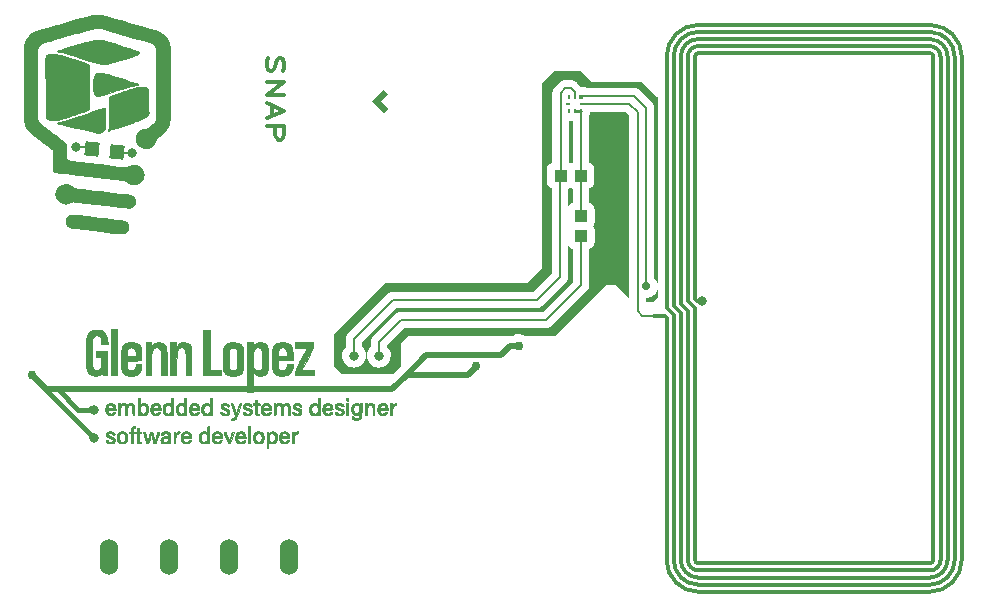
<source format=gbr>
%TF.GenerationSoftware,KiCad,Pcbnew,(6.0.5)*%
%TF.CreationDate,2023-01-03T21:16:03-06:00*%
%TF.ProjectId,NFC_BusinessCard,4e46435f-4275-4736-996e-657373436172,rev?*%
%TF.SameCoordinates,Original*%
%TF.FileFunction,Copper,L1,Top*%
%TF.FilePolarity,Positive*%
%FSLAX46Y46*%
G04 Gerber Fmt 4.6, Leading zero omitted, Abs format (unit mm)*
G04 Created by KiCad (PCBNEW (6.0.5)) date 2023-01-03 21:16:03*
%MOMM*%
%LPD*%
G01*
G04 APERTURE LIST*
G04 Aperture macros list*
%AMRotRect*
0 Rectangle, with rotation*
0 The origin of the aperture is its center*
0 $1 length*
0 $2 width*
0 $3 Rotation angle, in degrees counterclockwise*
0 Add horizontal line*
21,1,$1,$2,0,0,$3*%
G04 Aperture macros list end*
%TA.AperFunction,NonConductor*%
%ADD10C,0.050000*%
%TD*%
%ADD11C,0.302260*%
%TA.AperFunction,NonConductor*%
%ADD12C,0.302260*%
%TD*%
%TA.AperFunction,EtchedComponent*%
%ADD13C,0.300000*%
%TD*%
%TA.AperFunction,ComponentPad*%
%ADD14C,0.808000*%
%TD*%
%TA.AperFunction,SMDPad,CuDef*%
%ADD15R,1.100000X1.000000*%
%TD*%
%TA.AperFunction,SMDPad,CuDef*%
%ADD16R,0.450000X0.270000*%
%TD*%
%TA.AperFunction,SMDPad,CuDef*%
%ADD17R,0.370000X0.450000*%
%TD*%
%TA.AperFunction,SMDPad,CuDef*%
%ADD18R,0.270000X0.450000*%
%TD*%
%TA.AperFunction,SMDPad,CuDef*%
%ADD19R,0.750000X0.300000*%
%TD*%
%TA.AperFunction,SMDPad,CuDef*%
%ADD20RotRect,1.200000X1.200000X354.000000*%
%TD*%
%TA.AperFunction,ComponentPad*%
%ADD21O,1.524000X3.048000*%
%TD*%
%TA.AperFunction,ViaPad*%
%ADD22C,0.800000*%
%TD*%
%TA.AperFunction,ViaPad*%
%ADD23C,0.706400*%
%TD*%
%TA.AperFunction,ViaPad*%
%ADD24C,0.756400*%
%TD*%
%TA.AperFunction,Conductor*%
%ADD25C,0.250000*%
%TD*%
%TA.AperFunction,Conductor*%
%ADD26C,0.381000*%
%TD*%
%TA.AperFunction,Conductor*%
%ADD27C,0.508000*%
%TD*%
%TA.AperFunction,Conductor*%
%ADD28C,0.152400*%
%TD*%
G04 APERTURE END LIST*
D10*
G36*
X119668268Y-115465351D02*
G01*
X119683493Y-115467024D01*
X119690467Y-115468009D01*
X119697056Y-115469171D01*
X119703293Y-115470570D01*
X119709208Y-115472264D01*
X119714832Y-115474311D01*
X119720197Y-115476771D01*
X119725332Y-115479702D01*
X119730270Y-115483163D01*
X119735042Y-115487213D01*
X119739679Y-115491910D01*
X119744211Y-115497314D01*
X119748670Y-115503483D01*
X119753086Y-115510475D01*
X119757492Y-115518350D01*
X119761918Y-115527167D01*
X119766395Y-115536983D01*
X119770955Y-115547859D01*
X119775627Y-115559852D01*
X119780444Y-115573021D01*
X119785437Y-115587425D01*
X119790637Y-115603124D01*
X119796074Y-115620175D01*
X119807785Y-115658570D01*
X119820821Y-115703080D01*
X119851859Y-115812329D01*
X119889001Y-115948314D01*
X119919670Y-116068512D01*
X119931583Y-116118619D01*
X119940685Y-116159892D01*
X119946577Y-116190705D01*
X119948862Y-116209426D01*
X119949238Y-116218232D01*
X119949829Y-116225836D01*
X119950639Y-116232222D01*
X119951676Y-116237376D01*
X119952945Y-116241281D01*
X119953668Y-116242762D01*
X119954451Y-116243924D01*
X119955295Y-116244767D01*
X119956200Y-116245289D01*
X119957168Y-116245487D01*
X119958199Y-116245360D01*
X119959293Y-116244906D01*
X119960451Y-116244122D01*
X119962965Y-116241561D01*
X119965744Y-116237662D01*
X119968795Y-116232408D01*
X119972123Y-116225785D01*
X119975734Y-116217779D01*
X119979635Y-116208372D01*
X119983830Y-116197552D01*
X119993126Y-116171606D01*
X120003669Y-116139820D01*
X120015505Y-116102074D01*
X120028679Y-116058245D01*
X120043236Y-116008212D01*
X120059223Y-115951855D01*
X120076685Y-115889052D01*
X120095668Y-115819682D01*
X120127844Y-115702081D01*
X120153245Y-115613329D01*
X120164051Y-115578503D01*
X120173937Y-115549368D01*
X120183163Y-115525415D01*
X120191986Y-115506138D01*
X120200665Y-115491029D01*
X120209457Y-115479581D01*
X120218622Y-115471286D01*
X120228418Y-115465637D01*
X120239102Y-115462127D01*
X120250933Y-115460248D01*
X120279069Y-115459353D01*
X120291113Y-115459485D01*
X120301960Y-115459898D01*
X120311649Y-115460620D01*
X120320218Y-115461680D01*
X120327705Y-115463104D01*
X120331055Y-115463962D01*
X120334149Y-115464922D01*
X120336991Y-115465987D01*
X120339586Y-115467160D01*
X120341940Y-115468446D01*
X120344056Y-115469847D01*
X120345940Y-115471368D01*
X120347597Y-115473010D01*
X120349030Y-115474779D01*
X120350246Y-115476678D01*
X120351248Y-115478709D01*
X120352042Y-115480877D01*
X120352632Y-115483185D01*
X120353022Y-115485636D01*
X120353219Y-115488235D01*
X120353226Y-115490983D01*
X120353048Y-115493886D01*
X120352691Y-115496946D01*
X120351454Y-115503552D01*
X120349555Y-115510829D01*
X120297950Y-115678952D01*
X120194909Y-116010877D01*
X120149307Y-116156614D01*
X120113709Y-116266789D01*
X120085642Y-116346373D01*
X120073659Y-116376248D01*
X120062631Y-116400339D01*
X120052249Y-116419268D01*
X120042203Y-116433658D01*
X120032183Y-116444128D01*
X120021881Y-116451302D01*
X120010988Y-116455799D01*
X119999193Y-116458242D01*
X119971664Y-116459451D01*
X119954417Y-116459458D01*
X119946596Y-116459334D01*
X119939253Y-116459005D01*
X119932346Y-116458383D01*
X119925832Y-116457377D01*
X119919670Y-116455899D01*
X119913817Y-116453859D01*
X119908231Y-116451169D01*
X119902870Y-116447738D01*
X119897691Y-116443477D01*
X119892652Y-116438298D01*
X119887711Y-116432111D01*
X119882825Y-116424826D01*
X119877953Y-116416355D01*
X119873052Y-116406607D01*
X119868079Y-116395495D01*
X119862993Y-116382927D01*
X119857752Y-116368816D01*
X119852312Y-116353072D01*
X119846632Y-116335606D01*
X119840670Y-116316327D01*
X119834382Y-116295148D01*
X119827728Y-116271978D01*
X119813149Y-116219311D01*
X119796595Y-116157611D01*
X119756207Y-116004255D01*
X119734728Y-115924556D01*
X119715284Y-115856642D01*
X119697961Y-115800741D01*
X119682843Y-115757078D01*
X119670015Y-115725883D01*
X119664487Y-115715032D01*
X119659563Y-115707383D01*
X119655255Y-115702965D01*
X119653334Y-115701976D01*
X119651572Y-115701805D01*
X119649968Y-115702457D01*
X119648525Y-115703933D01*
X119646126Y-115709377D01*
X119606042Y-115852452D01*
X119533746Y-116113829D01*
X119438513Y-116459451D01*
X119252987Y-116459451D01*
X119115533Y-115990722D01*
X119062163Y-115806252D01*
X119018457Y-115650482D01*
X118988926Y-115539819D01*
X118980886Y-115506531D01*
X118978080Y-115490673D01*
X118978189Y-115489067D01*
X118978514Y-115487482D01*
X118979047Y-115485920D01*
X118979785Y-115484381D01*
X118980722Y-115482869D01*
X118981852Y-115481386D01*
X118983170Y-115479933D01*
X118984671Y-115478512D01*
X118986349Y-115477126D01*
X118988199Y-115475776D01*
X118990216Y-115474464D01*
X118992395Y-115473193D01*
X118994729Y-115471965D01*
X118997214Y-115470780D01*
X118999844Y-115469643D01*
X119002615Y-115468553D01*
X119005519Y-115467515D01*
X119008553Y-115466528D01*
X119011711Y-115465596D01*
X119014988Y-115464721D01*
X119018377Y-115463904D01*
X119021875Y-115463148D01*
X119025475Y-115462454D01*
X119029172Y-115461824D01*
X119032960Y-115461262D01*
X119036836Y-115460767D01*
X119040792Y-115460344D01*
X119044824Y-115459992D01*
X119048926Y-115459716D01*
X119053093Y-115459516D01*
X119057320Y-115459394D01*
X119061602Y-115459353D01*
X119076201Y-115459493D01*
X119082872Y-115459774D01*
X119089166Y-115460289D01*
X119095117Y-115461109D01*
X119100757Y-115462304D01*
X119106118Y-115463945D01*
X119111233Y-115466101D01*
X119116134Y-115468844D01*
X119120855Y-115472243D01*
X119125427Y-115476370D01*
X119129883Y-115481294D01*
X119134256Y-115487086D01*
X119138578Y-115493816D01*
X119142882Y-115501555D01*
X119147200Y-115510373D01*
X119151565Y-115520340D01*
X119156009Y-115531527D01*
X119160565Y-115544004D01*
X119165265Y-115557842D01*
X119170142Y-115573111D01*
X119175229Y-115589881D01*
X119180558Y-115608224D01*
X119186161Y-115628208D01*
X119198322Y-115673385D01*
X119211971Y-115725975D01*
X119244776Y-115855648D01*
X119265166Y-115934821D01*
X119284909Y-116007844D01*
X119303520Y-116073178D01*
X119320517Y-116129286D01*
X119335414Y-116174629D01*
X119347730Y-116207668D01*
X119352768Y-116219093D01*
X119356980Y-116226866D01*
X119360304Y-116230794D01*
X119361614Y-116231256D01*
X119362680Y-116230684D01*
X119365056Y-116226566D01*
X119368378Y-116218732D01*
X119377621Y-116192730D01*
X119389925Y-116154311D01*
X119404807Y-116105105D01*
X119421785Y-116046744D01*
X119440376Y-115980857D01*
X119460095Y-115909077D01*
X119480461Y-115833034D01*
X119579990Y-115456641D01*
X119668268Y-115465351D01*
G37*
X119668268Y-115465351D02*
X119683493Y-115467024D01*
X119690467Y-115468009D01*
X119697056Y-115469171D01*
X119703293Y-115470570D01*
X119709208Y-115472264D01*
X119714832Y-115474311D01*
X119720197Y-115476771D01*
X119725332Y-115479702D01*
X119730270Y-115483163D01*
X119735042Y-115487213D01*
X119739679Y-115491910D01*
X119744211Y-115497314D01*
X119748670Y-115503483D01*
X119753086Y-115510475D01*
X119757492Y-115518350D01*
X119761918Y-115527167D01*
X119766395Y-115536983D01*
X119770955Y-115547859D01*
X119775627Y-115559852D01*
X119780444Y-115573021D01*
X119785437Y-115587425D01*
X119790637Y-115603124D01*
X119796074Y-115620175D01*
X119807785Y-115658570D01*
X119820821Y-115703080D01*
X119851859Y-115812329D01*
X119889001Y-115948314D01*
X119919670Y-116068512D01*
X119931583Y-116118619D01*
X119940685Y-116159892D01*
X119946577Y-116190705D01*
X119948862Y-116209426D01*
X119949238Y-116218232D01*
X119949829Y-116225836D01*
X119950639Y-116232222D01*
X119951676Y-116237376D01*
X119952945Y-116241281D01*
X119953668Y-116242762D01*
X119954451Y-116243924D01*
X119955295Y-116244767D01*
X119956200Y-116245289D01*
X119957168Y-116245487D01*
X119958199Y-116245360D01*
X119959293Y-116244906D01*
X119960451Y-116244122D01*
X119962965Y-116241561D01*
X119965744Y-116237662D01*
X119968795Y-116232408D01*
X119972123Y-116225785D01*
X119975734Y-116217779D01*
X119979635Y-116208372D01*
X119983830Y-116197552D01*
X119993126Y-116171606D01*
X120003669Y-116139820D01*
X120015505Y-116102074D01*
X120028679Y-116058245D01*
X120043236Y-116008212D01*
X120059223Y-115951855D01*
X120076685Y-115889052D01*
X120095668Y-115819682D01*
X120127844Y-115702081D01*
X120153245Y-115613329D01*
X120164051Y-115578503D01*
X120173937Y-115549368D01*
X120183163Y-115525415D01*
X120191986Y-115506138D01*
X120200665Y-115491029D01*
X120209457Y-115479581D01*
X120218622Y-115471286D01*
X120228418Y-115465637D01*
X120239102Y-115462127D01*
X120250933Y-115460248D01*
X120279069Y-115459353D01*
X120291113Y-115459485D01*
X120301960Y-115459898D01*
X120311649Y-115460620D01*
X120320218Y-115461680D01*
X120327705Y-115463104D01*
X120331055Y-115463962D01*
X120334149Y-115464922D01*
X120336991Y-115465987D01*
X120339586Y-115467160D01*
X120341940Y-115468446D01*
X120344056Y-115469847D01*
X120345940Y-115471368D01*
X120347597Y-115473010D01*
X120349030Y-115474779D01*
X120350246Y-115476678D01*
X120351248Y-115478709D01*
X120352042Y-115480877D01*
X120352632Y-115483185D01*
X120353022Y-115485636D01*
X120353219Y-115488235D01*
X120353226Y-115490983D01*
X120353048Y-115493886D01*
X120352691Y-115496946D01*
X120351454Y-115503552D01*
X120349555Y-115510829D01*
X120297950Y-115678952D01*
X120194909Y-116010877D01*
X120149307Y-116156614D01*
X120113709Y-116266789D01*
X120085642Y-116346373D01*
X120073659Y-116376248D01*
X120062631Y-116400339D01*
X120052249Y-116419268D01*
X120042203Y-116433658D01*
X120032183Y-116444128D01*
X120021881Y-116451302D01*
X120010988Y-116455799D01*
X119999193Y-116458242D01*
X119971664Y-116459451D01*
X119954417Y-116459458D01*
X119946596Y-116459334D01*
X119939253Y-116459005D01*
X119932346Y-116458383D01*
X119925832Y-116457377D01*
X119919670Y-116455899D01*
X119913817Y-116453859D01*
X119908231Y-116451169D01*
X119902870Y-116447738D01*
X119897691Y-116443477D01*
X119892652Y-116438298D01*
X119887711Y-116432111D01*
X119882825Y-116424826D01*
X119877953Y-116416355D01*
X119873052Y-116406607D01*
X119868079Y-116395495D01*
X119862993Y-116382927D01*
X119857752Y-116368816D01*
X119852312Y-116353072D01*
X119846632Y-116335606D01*
X119840670Y-116316327D01*
X119834382Y-116295148D01*
X119827728Y-116271978D01*
X119813149Y-116219311D01*
X119796595Y-116157611D01*
X119756207Y-116004255D01*
X119734728Y-115924556D01*
X119715284Y-115856642D01*
X119697961Y-115800741D01*
X119682843Y-115757078D01*
X119670015Y-115725883D01*
X119664487Y-115715032D01*
X119659563Y-115707383D01*
X119655255Y-115702965D01*
X119653334Y-115701976D01*
X119651572Y-115701805D01*
X119649968Y-115702457D01*
X119648525Y-115703933D01*
X119646126Y-115709377D01*
X119606042Y-115852452D01*
X119533746Y-116113829D01*
X119438513Y-116459451D01*
X119252987Y-116459451D01*
X119115533Y-115990722D01*
X119062163Y-115806252D01*
X119018457Y-115650482D01*
X118988926Y-115539819D01*
X118980886Y-115506531D01*
X118978080Y-115490673D01*
X118978189Y-115489067D01*
X118978514Y-115487482D01*
X118979047Y-115485920D01*
X118979785Y-115484381D01*
X118980722Y-115482869D01*
X118981852Y-115481386D01*
X118983170Y-115479933D01*
X118984671Y-115478512D01*
X118986349Y-115477126D01*
X118988199Y-115475776D01*
X118990216Y-115474464D01*
X118992395Y-115473193D01*
X118994729Y-115471965D01*
X118997214Y-115470780D01*
X118999844Y-115469643D01*
X119002615Y-115468553D01*
X119005519Y-115467515D01*
X119008553Y-115466528D01*
X119011711Y-115465596D01*
X119014988Y-115464721D01*
X119018377Y-115463904D01*
X119021875Y-115463148D01*
X119025475Y-115462454D01*
X119029172Y-115461824D01*
X119032960Y-115461262D01*
X119036836Y-115460767D01*
X119040792Y-115460344D01*
X119044824Y-115459992D01*
X119048926Y-115459716D01*
X119053093Y-115459516D01*
X119057320Y-115459394D01*
X119061602Y-115459353D01*
X119076201Y-115459493D01*
X119082872Y-115459774D01*
X119089166Y-115460289D01*
X119095117Y-115461109D01*
X119100757Y-115462304D01*
X119106118Y-115463945D01*
X119111233Y-115466101D01*
X119116134Y-115468844D01*
X119120855Y-115472243D01*
X119125427Y-115476370D01*
X119129883Y-115481294D01*
X119134256Y-115487086D01*
X119138578Y-115493816D01*
X119142882Y-115501555D01*
X119147200Y-115510373D01*
X119151565Y-115520340D01*
X119156009Y-115531527D01*
X119160565Y-115544004D01*
X119165265Y-115557842D01*
X119170142Y-115573111D01*
X119175229Y-115589881D01*
X119180558Y-115608224D01*
X119186161Y-115628208D01*
X119198322Y-115673385D01*
X119211971Y-115725975D01*
X119244776Y-115855648D01*
X119265166Y-115934821D01*
X119284909Y-116007844D01*
X119303520Y-116073178D01*
X119320517Y-116129286D01*
X119335414Y-116174629D01*
X119347730Y-116207668D01*
X119352768Y-116219093D01*
X119356980Y-116226866D01*
X119360304Y-116230794D01*
X119361614Y-116231256D01*
X119362680Y-116230684D01*
X119365056Y-116226566D01*
X119368378Y-116218732D01*
X119377621Y-116192730D01*
X119389925Y-116154311D01*
X119404807Y-116105105D01*
X119421785Y-116046744D01*
X119440376Y-115980857D01*
X119460095Y-115909077D01*
X119480461Y-115833034D01*
X119579990Y-115456641D01*
X119668268Y-115465351D01*
G36*
X122211357Y-115727690D02*
G01*
X122227353Y-115684918D01*
X122236473Y-115664789D01*
X122246340Y-115645500D01*
X122256953Y-115627051D01*
X122268310Y-115609444D01*
X122280412Y-115592681D01*
X122293256Y-115576762D01*
X122306844Y-115561690D01*
X122321172Y-115547464D01*
X122336242Y-115534087D01*
X122352051Y-115521560D01*
X122368599Y-115509884D01*
X122385885Y-115499060D01*
X122403908Y-115489090D01*
X122422667Y-115479975D01*
X122442162Y-115471716D01*
X122462391Y-115464314D01*
X122483354Y-115457771D01*
X122505050Y-115452088D01*
X122550636Y-115443307D01*
X122574161Y-115440351D01*
X122597363Y-115438574D01*
X122620221Y-115437956D01*
X122642711Y-115438479D01*
X122664811Y-115440123D01*
X122686497Y-115442870D01*
X122707748Y-115446701D01*
X122728539Y-115451597D01*
X122748848Y-115457539D01*
X122768653Y-115464508D01*
X122787930Y-115472486D01*
X122806657Y-115481453D01*
X122824811Y-115491391D01*
X122842369Y-115502281D01*
X122859308Y-115514104D01*
X122875605Y-115526841D01*
X122891237Y-115540473D01*
X122906182Y-115554981D01*
X122920417Y-115570347D01*
X122933919Y-115586552D01*
X122946664Y-115603576D01*
X122958631Y-115621401D01*
X122969797Y-115640008D01*
X122980137Y-115659379D01*
X122989631Y-115679494D01*
X122998254Y-115700334D01*
X123005985Y-115721880D01*
X123012799Y-115744115D01*
X123018675Y-115767018D01*
X123023589Y-115790571D01*
X123027519Y-115814756D01*
X123030442Y-115839552D01*
X123044785Y-115988817D01*
X122324971Y-115988817D01*
X122344860Y-116069707D01*
X122351194Y-116092998D01*
X122358479Y-116115331D01*
X122366673Y-116136688D01*
X122375732Y-116157051D01*
X122385611Y-116176403D01*
X122396267Y-116194726D01*
X122407656Y-116212004D01*
X122419735Y-116228218D01*
X122432460Y-116243350D01*
X122445786Y-116257385D01*
X122459671Y-116270303D01*
X122474071Y-116282088D01*
X122488941Y-116292721D01*
X122504238Y-116302187D01*
X122519919Y-116310466D01*
X122535939Y-116317542D01*
X122552255Y-116323396D01*
X122568822Y-116328012D01*
X122585598Y-116331373D01*
X122602539Y-116333459D01*
X122619600Y-116334255D01*
X122636739Y-116333742D01*
X122653910Y-116331904D01*
X122671071Y-116328722D01*
X122688178Y-116324178D01*
X122705187Y-116318257D01*
X122722054Y-116310939D01*
X122738735Y-116302208D01*
X122755188Y-116292046D01*
X122771367Y-116280436D01*
X122787230Y-116267360D01*
X122802732Y-116252800D01*
X122808262Y-116247626D01*
X122814291Y-116242638D01*
X122827672Y-116233253D01*
X122842520Y-116224708D01*
X122858482Y-116217061D01*
X122875201Y-116210375D01*
X122892325Y-116204710D01*
X122909500Y-116200127D01*
X122926370Y-116196686D01*
X122942583Y-116194448D01*
X122957783Y-116193475D01*
X122971616Y-116193827D01*
X122977910Y-116194519D01*
X122983729Y-116195565D01*
X122989029Y-116196972D01*
X122993766Y-116198749D01*
X122997896Y-116200902D01*
X123001374Y-116203440D01*
X123004156Y-116206370D01*
X123006199Y-116209700D01*
X123007457Y-116213437D01*
X123007886Y-116217589D01*
X123007608Y-116222331D01*
X123006790Y-116227392D01*
X123005451Y-116232751D01*
X123003612Y-116238384D01*
X123001292Y-116244268D01*
X122998512Y-116250382D01*
X122991654Y-116263205D01*
X122983198Y-116276673D01*
X122973307Y-116290603D01*
X122962142Y-116304815D01*
X122949866Y-116319128D01*
X122936641Y-116333359D01*
X122922627Y-116347329D01*
X122907988Y-116360856D01*
X122892885Y-116373758D01*
X122877480Y-116385854D01*
X122861935Y-116396964D01*
X122846412Y-116406905D01*
X122831073Y-116415497D01*
X122807197Y-116426422D01*
X122781170Y-116435732D01*
X122753312Y-116443437D01*
X122723940Y-116449546D01*
X122693375Y-116454069D01*
X122661934Y-116457014D01*
X122629937Y-116458392D01*
X122597703Y-116458212D01*
X122565550Y-116456483D01*
X122533797Y-116453215D01*
X122502764Y-116448417D01*
X122472768Y-116442099D01*
X122444130Y-116434270D01*
X122417167Y-116424939D01*
X122392200Y-116414117D01*
X122369546Y-116401812D01*
X122369545Y-116401812D01*
X122357738Y-116394332D01*
X122346310Y-116386520D01*
X122335259Y-116378375D01*
X122324586Y-116369896D01*
X122314290Y-116361082D01*
X122304370Y-116351930D01*
X122294825Y-116342441D01*
X122285655Y-116332612D01*
X122276860Y-116322442D01*
X122268439Y-116311930D01*
X122260390Y-116301074D01*
X122252714Y-116289874D01*
X122245410Y-116278329D01*
X122238477Y-116266435D01*
X122231915Y-116254193D01*
X122225723Y-116241602D01*
X122219900Y-116228659D01*
X122214446Y-116215364D01*
X122209360Y-116201714D01*
X122204642Y-116187710D01*
X122200291Y-116173350D01*
X122196307Y-116158631D01*
X122192688Y-116143554D01*
X122189434Y-116128117D01*
X122184019Y-116096156D01*
X122180058Y-116062738D01*
X122177545Y-116027853D01*
X122176475Y-115991490D01*
X122177415Y-115932105D01*
X122181380Y-115876023D01*
X122188364Y-115823253D01*
X122193815Y-115796284D01*
X122360763Y-115796284D01*
X122360843Y-115809378D01*
X122361011Y-115815309D01*
X122361323Y-115820848D01*
X122361825Y-115826008D01*
X122362561Y-115830803D01*
X122363576Y-115835245D01*
X122364915Y-115839349D01*
X122366623Y-115843128D01*
X122368745Y-115846595D01*
X122371325Y-115849764D01*
X122374408Y-115852648D01*
X122378040Y-115855260D01*
X122382264Y-115857614D01*
X122387126Y-115859724D01*
X122392671Y-115861602D01*
X122398943Y-115863263D01*
X122405987Y-115864719D01*
X122413848Y-115865984D01*
X122422571Y-115867071D01*
X122432201Y-115867995D01*
X122442782Y-115868767D01*
X122454360Y-115869403D01*
X122466978Y-115869914D01*
X122495519Y-115870620D01*
X122528761Y-115870990D01*
X122610787Y-115871158D01*
X122692812Y-115870990D01*
X122754594Y-115869914D01*
X122778790Y-115868768D01*
X122799001Y-115867071D01*
X122815586Y-115864719D01*
X122828902Y-115861602D01*
X122839309Y-115857615D01*
X122843534Y-115855260D01*
X122847165Y-115852648D01*
X122850249Y-115849764D01*
X122852829Y-115846596D01*
X122854951Y-115843128D01*
X122856659Y-115839350D01*
X122859014Y-115830803D01*
X122860252Y-115820848D01*
X122860812Y-115796284D01*
X122860456Y-115785828D01*
X122859403Y-115775414D01*
X122857675Y-115765063D01*
X122855293Y-115754792D01*
X122852278Y-115744622D01*
X122848653Y-115734570D01*
X122844438Y-115724656D01*
X122839656Y-115714899D01*
X122834329Y-115705318D01*
X122828476Y-115695931D01*
X122822122Y-115686758D01*
X122815285Y-115677818D01*
X122807990Y-115669129D01*
X122800256Y-115660710D01*
X122792107Y-115652581D01*
X122783562Y-115644760D01*
X122774644Y-115637267D01*
X122765375Y-115630119D01*
X122755776Y-115623337D01*
X122745868Y-115616939D01*
X122735674Y-115610943D01*
X122725214Y-115605370D01*
X122714511Y-115600238D01*
X122703586Y-115595565D01*
X122692461Y-115591371D01*
X122681157Y-115587675D01*
X122669695Y-115584496D01*
X122658099Y-115581852D01*
X122646388Y-115579763D01*
X122634584Y-115578247D01*
X122622710Y-115577324D01*
X122610787Y-115577012D01*
X122598864Y-115577324D01*
X122586990Y-115578247D01*
X122575187Y-115579763D01*
X122563476Y-115581852D01*
X122551879Y-115584496D01*
X122540418Y-115587675D01*
X122529114Y-115591371D01*
X122517988Y-115595565D01*
X122507063Y-115600238D01*
X122496360Y-115605370D01*
X122475706Y-115616939D01*
X122456200Y-115630119D01*
X122438013Y-115644760D01*
X122421318Y-115660710D01*
X122413585Y-115669129D01*
X122406289Y-115677818D01*
X122399453Y-115686758D01*
X122393098Y-115695931D01*
X122387246Y-115705318D01*
X122381918Y-115714899D01*
X122377136Y-115724656D01*
X122372922Y-115734570D01*
X122369297Y-115744622D01*
X122366282Y-115754792D01*
X122363900Y-115765063D01*
X122362171Y-115775414D01*
X122361119Y-115785828D01*
X122360763Y-115796284D01*
X122193815Y-115796284D01*
X122198358Y-115773805D01*
X122211357Y-115727690D01*
G37*
X122211357Y-115727690D02*
X122227353Y-115684918D01*
X122236473Y-115664789D01*
X122246340Y-115645500D01*
X122256953Y-115627051D01*
X122268310Y-115609444D01*
X122280412Y-115592681D01*
X122293256Y-115576762D01*
X122306844Y-115561690D01*
X122321172Y-115547464D01*
X122336242Y-115534087D01*
X122352051Y-115521560D01*
X122368599Y-115509884D01*
X122385885Y-115499060D01*
X122403908Y-115489090D01*
X122422667Y-115479975D01*
X122442162Y-115471716D01*
X122462391Y-115464314D01*
X122483354Y-115457771D01*
X122505050Y-115452088D01*
X122550636Y-115443307D01*
X122574161Y-115440351D01*
X122597363Y-115438574D01*
X122620221Y-115437956D01*
X122642711Y-115438479D01*
X122664811Y-115440123D01*
X122686497Y-115442870D01*
X122707748Y-115446701D01*
X122728539Y-115451597D01*
X122748848Y-115457539D01*
X122768653Y-115464508D01*
X122787930Y-115472486D01*
X122806657Y-115481453D01*
X122824811Y-115491391D01*
X122842369Y-115502281D01*
X122859308Y-115514104D01*
X122875605Y-115526841D01*
X122891237Y-115540473D01*
X122906182Y-115554981D01*
X122920417Y-115570347D01*
X122933919Y-115586552D01*
X122946664Y-115603576D01*
X122958631Y-115621401D01*
X122969797Y-115640008D01*
X122980137Y-115659379D01*
X122989631Y-115679494D01*
X122998254Y-115700334D01*
X123005985Y-115721880D01*
X123012799Y-115744115D01*
X123018675Y-115767018D01*
X123023589Y-115790571D01*
X123027519Y-115814756D01*
X123030442Y-115839552D01*
X123044785Y-115988817D01*
X122324971Y-115988817D01*
X122344860Y-116069707D01*
X122351194Y-116092998D01*
X122358479Y-116115331D01*
X122366673Y-116136688D01*
X122375732Y-116157051D01*
X122385611Y-116176403D01*
X122396267Y-116194726D01*
X122407656Y-116212004D01*
X122419735Y-116228218D01*
X122432460Y-116243350D01*
X122445786Y-116257385D01*
X122459671Y-116270303D01*
X122474071Y-116282088D01*
X122488941Y-116292721D01*
X122504238Y-116302187D01*
X122519919Y-116310466D01*
X122535939Y-116317542D01*
X122552255Y-116323396D01*
X122568822Y-116328012D01*
X122585598Y-116331373D01*
X122602539Y-116333459D01*
X122619600Y-116334255D01*
X122636739Y-116333742D01*
X122653910Y-116331904D01*
X122671071Y-116328722D01*
X122688178Y-116324178D01*
X122705187Y-116318257D01*
X122722054Y-116310939D01*
X122738735Y-116302208D01*
X122755188Y-116292046D01*
X122771367Y-116280436D01*
X122787230Y-116267360D01*
X122802732Y-116252800D01*
X122808262Y-116247626D01*
X122814291Y-116242638D01*
X122827672Y-116233253D01*
X122842520Y-116224708D01*
X122858482Y-116217061D01*
X122875201Y-116210375D01*
X122892325Y-116204710D01*
X122909500Y-116200127D01*
X122926370Y-116196686D01*
X122942583Y-116194448D01*
X122957783Y-116193475D01*
X122971616Y-116193827D01*
X122977910Y-116194519D01*
X122983729Y-116195565D01*
X122989029Y-116196972D01*
X122993766Y-116198749D01*
X122997896Y-116200902D01*
X123001374Y-116203440D01*
X123004156Y-116206370D01*
X123006199Y-116209700D01*
X123007457Y-116213437D01*
X123007886Y-116217589D01*
X123007608Y-116222331D01*
X123006790Y-116227392D01*
X123005451Y-116232751D01*
X123003612Y-116238384D01*
X123001292Y-116244268D01*
X122998512Y-116250382D01*
X122991654Y-116263205D01*
X122983198Y-116276673D01*
X122973307Y-116290603D01*
X122962142Y-116304815D01*
X122949866Y-116319128D01*
X122936641Y-116333359D01*
X122922627Y-116347329D01*
X122907988Y-116360856D01*
X122892885Y-116373758D01*
X122877480Y-116385854D01*
X122861935Y-116396964D01*
X122846412Y-116406905D01*
X122831073Y-116415497D01*
X122807197Y-116426422D01*
X122781170Y-116435732D01*
X122753312Y-116443437D01*
X122723940Y-116449546D01*
X122693375Y-116454069D01*
X122661934Y-116457014D01*
X122629937Y-116458392D01*
X122597703Y-116458212D01*
X122565550Y-116456483D01*
X122533797Y-116453215D01*
X122502764Y-116448417D01*
X122472768Y-116442099D01*
X122444130Y-116434270D01*
X122417167Y-116424939D01*
X122392200Y-116414117D01*
X122369546Y-116401812D01*
X122369545Y-116401812D01*
X122357738Y-116394332D01*
X122346310Y-116386520D01*
X122335259Y-116378375D01*
X122324586Y-116369896D01*
X122314290Y-116361082D01*
X122304370Y-116351930D01*
X122294825Y-116342441D01*
X122285655Y-116332612D01*
X122276860Y-116322442D01*
X122268439Y-116311930D01*
X122260390Y-116301074D01*
X122252714Y-116289874D01*
X122245410Y-116278329D01*
X122238477Y-116266435D01*
X122231915Y-116254193D01*
X122225723Y-116241602D01*
X122219900Y-116228659D01*
X122214446Y-116215364D01*
X122209360Y-116201714D01*
X122204642Y-116187710D01*
X122200291Y-116173350D01*
X122196307Y-116158631D01*
X122192688Y-116143554D01*
X122189434Y-116128117D01*
X122184019Y-116096156D01*
X122180058Y-116062738D01*
X122177545Y-116027853D01*
X122176475Y-115991490D01*
X122177415Y-115932105D01*
X122181380Y-115876023D01*
X122188364Y-115823253D01*
X122193815Y-115796284D01*
X122360763Y-115796284D01*
X122360843Y-115809378D01*
X122361011Y-115815309D01*
X122361323Y-115820848D01*
X122361825Y-115826008D01*
X122362561Y-115830803D01*
X122363576Y-115835245D01*
X122364915Y-115839349D01*
X122366623Y-115843128D01*
X122368745Y-115846595D01*
X122371325Y-115849764D01*
X122374408Y-115852648D01*
X122378040Y-115855260D01*
X122382264Y-115857614D01*
X122387126Y-115859724D01*
X122392671Y-115861602D01*
X122398943Y-115863263D01*
X122405987Y-115864719D01*
X122413848Y-115865984D01*
X122422571Y-115867071D01*
X122432201Y-115867995D01*
X122442782Y-115868767D01*
X122454360Y-115869403D01*
X122466978Y-115869914D01*
X122495519Y-115870620D01*
X122528761Y-115870990D01*
X122610787Y-115871158D01*
X122692812Y-115870990D01*
X122754594Y-115869914D01*
X122778790Y-115868768D01*
X122799001Y-115867071D01*
X122815586Y-115864719D01*
X122828902Y-115861602D01*
X122839309Y-115857615D01*
X122843534Y-115855260D01*
X122847165Y-115852648D01*
X122850249Y-115849764D01*
X122852829Y-115846596D01*
X122854951Y-115843128D01*
X122856659Y-115839350D01*
X122859014Y-115830803D01*
X122860252Y-115820848D01*
X122860812Y-115796284D01*
X122860456Y-115785828D01*
X122859403Y-115775414D01*
X122857675Y-115765063D01*
X122855293Y-115754792D01*
X122852278Y-115744622D01*
X122848653Y-115734570D01*
X122844438Y-115724656D01*
X122839656Y-115714899D01*
X122834329Y-115705318D01*
X122828476Y-115695931D01*
X122822122Y-115686758D01*
X122815285Y-115677818D01*
X122807990Y-115669129D01*
X122800256Y-115660710D01*
X122792107Y-115652581D01*
X122783562Y-115644760D01*
X122774644Y-115637267D01*
X122765375Y-115630119D01*
X122755776Y-115623337D01*
X122745868Y-115616939D01*
X122735674Y-115610943D01*
X122725214Y-115605370D01*
X122714511Y-115600238D01*
X122703586Y-115595565D01*
X122692461Y-115591371D01*
X122681157Y-115587675D01*
X122669695Y-115584496D01*
X122658099Y-115581852D01*
X122646388Y-115579763D01*
X122634584Y-115578247D01*
X122622710Y-115577324D01*
X122610787Y-115577012D01*
X122598864Y-115577324D01*
X122586990Y-115578247D01*
X122575187Y-115579763D01*
X122563476Y-115581852D01*
X122551879Y-115584496D01*
X122540418Y-115587675D01*
X122529114Y-115591371D01*
X122517988Y-115595565D01*
X122507063Y-115600238D01*
X122496360Y-115605370D01*
X122475706Y-115616939D01*
X122456200Y-115630119D01*
X122438013Y-115644760D01*
X122421318Y-115660710D01*
X122413585Y-115669129D01*
X122406289Y-115677818D01*
X122399453Y-115686758D01*
X122393098Y-115695931D01*
X122387246Y-115705318D01*
X122381918Y-115714899D01*
X122377136Y-115724656D01*
X122372922Y-115734570D01*
X122369297Y-115744622D01*
X122366282Y-115754792D01*
X122363900Y-115765063D01*
X122362171Y-115775414D01*
X122361119Y-115785828D01*
X122360763Y-115796284D01*
X122193815Y-115796284D01*
X122198358Y-115773805D01*
X122211357Y-115727690D01*
G36*
X121764826Y-113492434D02*
G01*
X121769914Y-113451545D01*
X121776991Y-113412361D01*
X121786031Y-113374931D01*
X121797007Y-113339310D01*
X121809893Y-113305549D01*
X121824661Y-113273701D01*
X121841287Y-113243816D01*
X121859742Y-113215949D01*
X121880001Y-113190150D01*
X121902037Y-113166472D01*
X121925823Y-113144967D01*
X121951334Y-113125688D01*
X121978542Y-113108686D01*
X122007420Y-113094014D01*
X122034066Y-113082300D01*
X122059269Y-113072068D01*
X122083213Y-113063312D01*
X122106083Y-113056023D01*
X122128065Y-113050195D01*
X122149343Y-113045822D01*
X122170103Y-113042895D01*
X122190529Y-113041408D01*
X122210807Y-113041353D01*
X122231122Y-113042725D01*
X122251659Y-113045516D01*
X122272603Y-113049718D01*
X122294138Y-113055326D01*
X122316451Y-113062331D01*
X122339725Y-113070727D01*
X122364147Y-113080507D01*
X122466065Y-113123091D01*
X122466065Y-112626473D01*
X122642401Y-112626473D01*
X122642401Y-114066546D01*
X122570908Y-114066546D01*
X122562468Y-114066299D01*
X122554355Y-114065560D01*
X122546577Y-114064336D01*
X122539146Y-114062635D01*
X122532072Y-114060462D01*
X122525363Y-114057824D01*
X122519031Y-114054727D01*
X122513085Y-114051179D01*
X122507535Y-114047185D01*
X122502391Y-114042752D01*
X122497663Y-114037887D01*
X122493361Y-114032597D01*
X122489496Y-114026887D01*
X122486076Y-114020764D01*
X122483112Y-114014236D01*
X122480614Y-114007307D01*
X122461813Y-113948069D01*
X122386503Y-114007307D01*
X122376391Y-114014694D01*
X122365471Y-114021607D01*
X122353797Y-114028048D01*
X122341423Y-114034017D01*
X122314792Y-114044534D01*
X122286011Y-114053159D01*
X122255509Y-114059889D01*
X122223720Y-114064724D01*
X122191076Y-114067663D01*
X122158009Y-114068703D01*
X122124950Y-114067845D01*
X122092331Y-114065087D01*
X122060584Y-114060427D01*
X122030142Y-114053865D01*
X122001437Y-114045399D01*
X121974899Y-114035028D01*
X121962579Y-114029128D01*
X121950962Y-114022751D01*
X121940103Y-114015897D01*
X121930057Y-114008567D01*
X121930056Y-114008567D01*
X121919916Y-114000286D01*
X121910071Y-113991629D01*
X121891274Y-113973206D01*
X121873680Y-113953334D01*
X121857303Y-113932048D01*
X121842156Y-113909383D01*
X121828254Y-113885375D01*
X121815611Y-113860058D01*
X121804239Y-113833467D01*
X121794153Y-113805638D01*
X121785367Y-113776606D01*
X121777895Y-113746406D01*
X121771750Y-113715073D01*
X121766947Y-113682642D01*
X121763499Y-113649148D01*
X121761420Y-113614627D01*
X121760724Y-113579114D01*
X121760984Y-113567948D01*
X121939579Y-113567948D01*
X121939887Y-113602316D01*
X121941474Y-113636077D01*
X121944342Y-113668746D01*
X121948498Y-113699840D01*
X121953945Y-113728877D01*
X121960688Y-113755373D01*
X121968732Y-113778844D01*
X121978082Y-113798808D01*
X121986286Y-113812624D01*
X121995172Y-113825744D01*
X122004703Y-113838161D01*
X122014840Y-113849868D01*
X122025542Y-113860860D01*
X122036773Y-113871131D01*
X122048493Y-113880674D01*
X122060664Y-113889484D01*
X122073246Y-113897552D01*
X122086202Y-113904875D01*
X122099492Y-113911445D01*
X122113077Y-113917256D01*
X122126919Y-113922302D01*
X122140980Y-113926577D01*
X122155220Y-113930074D01*
X122169601Y-113932788D01*
X122184084Y-113934711D01*
X122198630Y-113935839D01*
X122213201Y-113936164D01*
X122227758Y-113935680D01*
X122242262Y-113934382D01*
X122256674Y-113932263D01*
X122270956Y-113929316D01*
X122285070Y-113925536D01*
X122298975Y-113920916D01*
X122312634Y-113915451D01*
X122326009Y-113909133D01*
X122339059Y-113901957D01*
X122351747Y-113893916D01*
X122364033Y-113885004D01*
X122375879Y-113875216D01*
X122387247Y-113864544D01*
X122387238Y-113864544D01*
X122398623Y-113852116D01*
X122409282Y-113838389D01*
X122419216Y-113823447D01*
X122428422Y-113807379D01*
X122436902Y-113790271D01*
X122444655Y-113772210D01*
X122457976Y-113733576D01*
X122468385Y-113692174D01*
X122475877Y-113648699D01*
X122480450Y-113603844D01*
X122482101Y-113558307D01*
X122480828Y-113512782D01*
X122476626Y-113467964D01*
X122469494Y-113424549D01*
X122459429Y-113383232D01*
X122446428Y-113344707D01*
X122438825Y-113326710D01*
X122430487Y-113309671D01*
X122421414Y-113293679D01*
X122411605Y-113278819D01*
X122401059Y-113265179D01*
X122389777Y-113252845D01*
X122378660Y-113242460D01*
X122367015Y-113232979D01*
X122354884Y-113224393D01*
X122342309Y-113216694D01*
X122329334Y-113209874D01*
X122316000Y-113203926D01*
X122302350Y-113198841D01*
X122288427Y-113194612D01*
X122274272Y-113191230D01*
X122259929Y-113188688D01*
X122245440Y-113186977D01*
X122230847Y-113186090D01*
X122216192Y-113186019D01*
X122201519Y-113186756D01*
X122186869Y-113188293D01*
X122172285Y-113190621D01*
X122157810Y-113193734D01*
X122143486Y-113197622D01*
X122129355Y-113202279D01*
X122115460Y-113207696D01*
X122101843Y-113213865D01*
X122088547Y-113220778D01*
X122075614Y-113228427D01*
X122063086Y-113236805D01*
X122051007Y-113245903D01*
X122039418Y-113255714D01*
X122028362Y-113266229D01*
X122017881Y-113277440D01*
X122008018Y-113289341D01*
X121998816Y-113301921D01*
X121990316Y-113315175D01*
X121982561Y-113329093D01*
X121972813Y-113350931D01*
X121964305Y-113376026D01*
X121957044Y-113403896D01*
X121951032Y-113434057D01*
X121946275Y-113466026D01*
X121942777Y-113499320D01*
X121940544Y-113533455D01*
X121939579Y-113567948D01*
X121760984Y-113567948D01*
X121761754Y-113534974D01*
X121764826Y-113492434D01*
G37*
X121764826Y-113492434D02*
X121769914Y-113451545D01*
X121776991Y-113412361D01*
X121786031Y-113374931D01*
X121797007Y-113339310D01*
X121809893Y-113305549D01*
X121824661Y-113273701D01*
X121841287Y-113243816D01*
X121859742Y-113215949D01*
X121880001Y-113190150D01*
X121902037Y-113166472D01*
X121925823Y-113144967D01*
X121951334Y-113125688D01*
X121978542Y-113108686D01*
X122007420Y-113094014D01*
X122034066Y-113082300D01*
X122059269Y-113072068D01*
X122083213Y-113063312D01*
X122106083Y-113056023D01*
X122128065Y-113050195D01*
X122149343Y-113045822D01*
X122170103Y-113042895D01*
X122190529Y-113041408D01*
X122210807Y-113041353D01*
X122231122Y-113042725D01*
X122251659Y-113045516D01*
X122272603Y-113049718D01*
X122294138Y-113055326D01*
X122316451Y-113062331D01*
X122339725Y-113070727D01*
X122364147Y-113080507D01*
X122466065Y-113123091D01*
X122466065Y-112626473D01*
X122642401Y-112626473D01*
X122642401Y-114066546D01*
X122570908Y-114066546D01*
X122562468Y-114066299D01*
X122554355Y-114065560D01*
X122546577Y-114064336D01*
X122539146Y-114062635D01*
X122532072Y-114060462D01*
X122525363Y-114057824D01*
X122519031Y-114054727D01*
X122513085Y-114051179D01*
X122507535Y-114047185D01*
X122502391Y-114042752D01*
X122497663Y-114037887D01*
X122493361Y-114032597D01*
X122489496Y-114026887D01*
X122486076Y-114020764D01*
X122483112Y-114014236D01*
X122480614Y-114007307D01*
X122461813Y-113948069D01*
X122386503Y-114007307D01*
X122376391Y-114014694D01*
X122365471Y-114021607D01*
X122353797Y-114028048D01*
X122341423Y-114034017D01*
X122314792Y-114044534D01*
X122286011Y-114053159D01*
X122255509Y-114059889D01*
X122223720Y-114064724D01*
X122191076Y-114067663D01*
X122158009Y-114068703D01*
X122124950Y-114067845D01*
X122092331Y-114065087D01*
X122060584Y-114060427D01*
X122030142Y-114053865D01*
X122001437Y-114045399D01*
X121974899Y-114035028D01*
X121962579Y-114029128D01*
X121950962Y-114022751D01*
X121940103Y-114015897D01*
X121930057Y-114008567D01*
X121930056Y-114008567D01*
X121919916Y-114000286D01*
X121910071Y-113991629D01*
X121891274Y-113973206D01*
X121873680Y-113953334D01*
X121857303Y-113932048D01*
X121842156Y-113909383D01*
X121828254Y-113885375D01*
X121815611Y-113860058D01*
X121804239Y-113833467D01*
X121794153Y-113805638D01*
X121785367Y-113776606D01*
X121777895Y-113746406D01*
X121771750Y-113715073D01*
X121766947Y-113682642D01*
X121763499Y-113649148D01*
X121761420Y-113614627D01*
X121760724Y-113579114D01*
X121760984Y-113567948D01*
X121939579Y-113567948D01*
X121939887Y-113602316D01*
X121941474Y-113636077D01*
X121944342Y-113668746D01*
X121948498Y-113699840D01*
X121953945Y-113728877D01*
X121960688Y-113755373D01*
X121968732Y-113778844D01*
X121978082Y-113798808D01*
X121986286Y-113812624D01*
X121995172Y-113825744D01*
X122004703Y-113838161D01*
X122014840Y-113849868D01*
X122025542Y-113860860D01*
X122036773Y-113871131D01*
X122048493Y-113880674D01*
X122060664Y-113889484D01*
X122073246Y-113897552D01*
X122086202Y-113904875D01*
X122099492Y-113911445D01*
X122113077Y-113917256D01*
X122126919Y-113922302D01*
X122140980Y-113926577D01*
X122155220Y-113930074D01*
X122169601Y-113932788D01*
X122184084Y-113934711D01*
X122198630Y-113935839D01*
X122213201Y-113936164D01*
X122227758Y-113935680D01*
X122242262Y-113934382D01*
X122256674Y-113932263D01*
X122270956Y-113929316D01*
X122285070Y-113925536D01*
X122298975Y-113920916D01*
X122312634Y-113915451D01*
X122326009Y-113909133D01*
X122339059Y-113901957D01*
X122351747Y-113893916D01*
X122364033Y-113885004D01*
X122375879Y-113875216D01*
X122387247Y-113864544D01*
X122387238Y-113864544D01*
X122398623Y-113852116D01*
X122409282Y-113838389D01*
X122419216Y-113823447D01*
X122428422Y-113807379D01*
X122436902Y-113790271D01*
X122444655Y-113772210D01*
X122457976Y-113733576D01*
X122468385Y-113692174D01*
X122475877Y-113648699D01*
X122480450Y-113603844D01*
X122482101Y-113558307D01*
X122480828Y-113512782D01*
X122476626Y-113467964D01*
X122469494Y-113424549D01*
X122459429Y-113383232D01*
X122446428Y-113344707D01*
X122438825Y-113326710D01*
X122430487Y-113309671D01*
X122421414Y-113293679D01*
X122411605Y-113278819D01*
X122401059Y-113265179D01*
X122389777Y-113252845D01*
X122378660Y-113242460D01*
X122367015Y-113232979D01*
X122354884Y-113224393D01*
X122342309Y-113216694D01*
X122329334Y-113209874D01*
X122316000Y-113203926D01*
X122302350Y-113198841D01*
X122288427Y-113194612D01*
X122274272Y-113191230D01*
X122259929Y-113188688D01*
X122245440Y-113186977D01*
X122230847Y-113186090D01*
X122216192Y-113186019D01*
X122201519Y-113186756D01*
X122186869Y-113188293D01*
X122172285Y-113190621D01*
X122157810Y-113193734D01*
X122143486Y-113197622D01*
X122129355Y-113202279D01*
X122115460Y-113207696D01*
X122101843Y-113213865D01*
X122088547Y-113220778D01*
X122075614Y-113228427D01*
X122063086Y-113236805D01*
X122051007Y-113245903D01*
X122039418Y-113255714D01*
X122028362Y-113266229D01*
X122017881Y-113277440D01*
X122008018Y-113289341D01*
X121998816Y-113301921D01*
X121990316Y-113315175D01*
X121982561Y-113329093D01*
X121972813Y-113350931D01*
X121964305Y-113376026D01*
X121957044Y-113403896D01*
X121951032Y-113434057D01*
X121946275Y-113466026D01*
X121942777Y-113499320D01*
X121940544Y-113533455D01*
X121939579Y-113567948D01*
X121760984Y-113567948D01*
X121761754Y-113534974D01*
X121764826Y-113492434D01*
G36*
X116753671Y-115884817D02*
G01*
X116757994Y-115854267D01*
X116763748Y-115824006D01*
X116770939Y-115794134D01*
X116779573Y-115764752D01*
X116789657Y-115735959D01*
X116801197Y-115707857D01*
X116814201Y-115680546D01*
X116828675Y-115654126D01*
X116844626Y-115628698D01*
X116862059Y-115604361D01*
X116880983Y-115581218D01*
X116901404Y-115559367D01*
X116914315Y-115546925D01*
X116927505Y-115535140D01*
X116940964Y-115524014D01*
X116954683Y-115513548D01*
X116968655Y-115503741D01*
X116982869Y-115494597D01*
X116997319Y-115486116D01*
X117011994Y-115478298D01*
X117026886Y-115471146D01*
X117041986Y-115464660D01*
X117057287Y-115458841D01*
X117072779Y-115453691D01*
X117088453Y-115449210D01*
X117104301Y-115445401D01*
X117120314Y-115442263D01*
X117136483Y-115439798D01*
X117152800Y-115438008D01*
X117169257Y-115436893D01*
X117185844Y-115436455D01*
X117202552Y-115436694D01*
X117219374Y-115437612D01*
X117236300Y-115439210D01*
X117253321Y-115441489D01*
X117270430Y-115444450D01*
X117287617Y-115448094D01*
X117304874Y-115452423D01*
X117339561Y-115463139D01*
X117374424Y-115476606D01*
X117409391Y-115492834D01*
X117425926Y-115501418D01*
X117441796Y-115510206D01*
X117457012Y-115519214D01*
X117471582Y-115528458D01*
X117485516Y-115537957D01*
X117498823Y-115547727D01*
X117511511Y-115557786D01*
X117523590Y-115568150D01*
X117535069Y-115578837D01*
X117545957Y-115589864D01*
X117556263Y-115601247D01*
X117565996Y-115613005D01*
X117575166Y-115625153D01*
X117583781Y-115637710D01*
X117591851Y-115650693D01*
X117599384Y-115664117D01*
X117606391Y-115678001D01*
X117612879Y-115692362D01*
X117618859Y-115707217D01*
X117624338Y-115722583D01*
X117629327Y-115738476D01*
X117633834Y-115754915D01*
X117637869Y-115771916D01*
X117641440Y-115789497D01*
X117644557Y-115807673D01*
X117647229Y-115826464D01*
X117649465Y-115845885D01*
X117651274Y-115865954D01*
X117653647Y-115908104D01*
X117654422Y-115953050D01*
X117653895Y-115991330D01*
X117652270Y-116027329D01*
X117649479Y-116061211D01*
X117645456Y-116093135D01*
X117640134Y-116123265D01*
X117633446Y-116151761D01*
X117625325Y-116178784D01*
X117615705Y-116204498D01*
X117604518Y-116229062D01*
X117591698Y-116252638D01*
X117577178Y-116275389D01*
X117560891Y-116297476D01*
X117542770Y-116319060D01*
X117522748Y-116340302D01*
X117500758Y-116361365D01*
X117476734Y-116382410D01*
X117465299Y-116391436D01*
X117453103Y-116399936D01*
X117440190Y-116407908D01*
X117426606Y-116415350D01*
X117397607Y-116428639D01*
X117366465Y-116439788D01*
X117333543Y-116448784D01*
X117299202Y-116455615D01*
X117263803Y-116460266D01*
X117227707Y-116462723D01*
X117191277Y-116462974D01*
X117154874Y-116461005D01*
X117118859Y-116456803D01*
X117083593Y-116450353D01*
X117049438Y-116441642D01*
X117016755Y-116430658D01*
X116985906Y-116417386D01*
X116971282Y-116409887D01*
X116957252Y-116401812D01*
X116934373Y-116386575D01*
X116912791Y-116369618D01*
X116892512Y-116351041D01*
X116873544Y-116330946D01*
X116855892Y-116309433D01*
X116839564Y-116286602D01*
X116824566Y-116262553D01*
X116810905Y-116237387D01*
X116798588Y-116211205D01*
X116787621Y-116184106D01*
X116778010Y-116156192D01*
X116769763Y-116127562D01*
X116762886Y-116098317D01*
X116757386Y-116068557D01*
X116753269Y-116038384D01*
X116750543Y-116007896D01*
X116749213Y-115977195D01*
X116749287Y-115946382D01*
X116749522Y-115941493D01*
X116922222Y-115941493D01*
X116923855Y-115983499D01*
X116928619Y-116025043D01*
X116936412Y-116065683D01*
X116947132Y-116104979D01*
X116960677Y-116142490D01*
X116976944Y-116177775D01*
X116995831Y-116210393D01*
X117006226Y-116225564D01*
X117017237Y-116239903D01*
X117028853Y-116253354D01*
X117041059Y-116265864D01*
X117053845Y-116277375D01*
X117067196Y-116287835D01*
X117081100Y-116297186D01*
X117095544Y-116305375D01*
X117104589Y-116309756D01*
X117113882Y-116313703D01*
X117133122Y-116320312D01*
X117153082Y-116325236D01*
X117173585Y-116328507D01*
X117194451Y-116330158D01*
X117215501Y-116330220D01*
X117236555Y-116328727D01*
X117257434Y-116325712D01*
X117277959Y-116321206D01*
X117297951Y-116315243D01*
X117317230Y-116307854D01*
X117335617Y-116299073D01*
X117352933Y-116288932D01*
X117368998Y-116277464D01*
X117376506Y-116271242D01*
X117383634Y-116264701D01*
X117390359Y-116257844D01*
X117396660Y-116250675D01*
X117408898Y-116234974D01*
X117420279Y-116218419D01*
X117430806Y-116201074D01*
X117440481Y-116183004D01*
X117449307Y-116164272D01*
X117457286Y-116144944D01*
X117470711Y-116104754D01*
X117480775Y-116062946D01*
X117487496Y-116020035D01*
X117490893Y-115976533D01*
X117490985Y-115932954D01*
X117487788Y-115889812D01*
X117481323Y-115847621D01*
X117471606Y-115806894D01*
X117458658Y-115768145D01*
X117450977Y-115749672D01*
X117442495Y-115731886D01*
X117433214Y-115714852D01*
X117423137Y-115698633D01*
X117412265Y-115683293D01*
X117400601Y-115668898D01*
X117388148Y-115655510D01*
X117374907Y-115643195D01*
X117362134Y-115632807D01*
X117349026Y-115623363D01*
X117335617Y-115614855D01*
X117321939Y-115607274D01*
X117308026Y-115600614D01*
X117293911Y-115594865D01*
X117279626Y-115590021D01*
X117265206Y-115586074D01*
X117250684Y-115583015D01*
X117236092Y-115580837D01*
X117221463Y-115579532D01*
X117206832Y-115579092D01*
X117192230Y-115579510D01*
X117177691Y-115580778D01*
X117163249Y-115582887D01*
X117148936Y-115585830D01*
X117134786Y-115589599D01*
X117120832Y-115594187D01*
X117107106Y-115599585D01*
X117093643Y-115605786D01*
X117080475Y-115612782D01*
X117067635Y-115620564D01*
X117055157Y-115629126D01*
X117043074Y-115638460D01*
X117031418Y-115648557D01*
X117020224Y-115659410D01*
X117009523Y-115671010D01*
X116999351Y-115683351D01*
X116989738Y-115696424D01*
X116980719Y-115710222D01*
X116972328Y-115724736D01*
X116964596Y-115739960D01*
X116956357Y-115758566D01*
X116949042Y-115777664D01*
X116942637Y-115797197D01*
X116937130Y-115817110D01*
X116928757Y-115857858D01*
X116923822Y-115899466D01*
X116922222Y-115941493D01*
X116749522Y-115941493D01*
X116750770Y-115915556D01*
X116753671Y-115884817D01*
G37*
X116753671Y-115884817D02*
X116757994Y-115854267D01*
X116763748Y-115824006D01*
X116770939Y-115794134D01*
X116779573Y-115764752D01*
X116789657Y-115735959D01*
X116801197Y-115707857D01*
X116814201Y-115680546D01*
X116828675Y-115654126D01*
X116844626Y-115628698D01*
X116862059Y-115604361D01*
X116880983Y-115581218D01*
X116901404Y-115559367D01*
X116914315Y-115546925D01*
X116927505Y-115535140D01*
X116940964Y-115524014D01*
X116954683Y-115513548D01*
X116968655Y-115503741D01*
X116982869Y-115494597D01*
X116997319Y-115486116D01*
X117011994Y-115478298D01*
X117026886Y-115471146D01*
X117041986Y-115464660D01*
X117057287Y-115458841D01*
X117072779Y-115453691D01*
X117088453Y-115449210D01*
X117104301Y-115445401D01*
X117120314Y-115442263D01*
X117136483Y-115439798D01*
X117152800Y-115438008D01*
X117169257Y-115436893D01*
X117185844Y-115436455D01*
X117202552Y-115436694D01*
X117219374Y-115437612D01*
X117236300Y-115439210D01*
X117253321Y-115441489D01*
X117270430Y-115444450D01*
X117287617Y-115448094D01*
X117304874Y-115452423D01*
X117339561Y-115463139D01*
X117374424Y-115476606D01*
X117409391Y-115492834D01*
X117425926Y-115501418D01*
X117441796Y-115510206D01*
X117457012Y-115519214D01*
X117471582Y-115528458D01*
X117485516Y-115537957D01*
X117498823Y-115547727D01*
X117511511Y-115557786D01*
X117523590Y-115568150D01*
X117535069Y-115578837D01*
X117545957Y-115589864D01*
X117556263Y-115601247D01*
X117565996Y-115613005D01*
X117575166Y-115625153D01*
X117583781Y-115637710D01*
X117591851Y-115650693D01*
X117599384Y-115664117D01*
X117606391Y-115678001D01*
X117612879Y-115692362D01*
X117618859Y-115707217D01*
X117624338Y-115722583D01*
X117629327Y-115738476D01*
X117633834Y-115754915D01*
X117637869Y-115771916D01*
X117641440Y-115789497D01*
X117644557Y-115807673D01*
X117647229Y-115826464D01*
X117649465Y-115845885D01*
X117651274Y-115865954D01*
X117653647Y-115908104D01*
X117654422Y-115953050D01*
X117653895Y-115991330D01*
X117652270Y-116027329D01*
X117649479Y-116061211D01*
X117645456Y-116093135D01*
X117640134Y-116123265D01*
X117633446Y-116151761D01*
X117625325Y-116178784D01*
X117615705Y-116204498D01*
X117604518Y-116229062D01*
X117591698Y-116252638D01*
X117577178Y-116275389D01*
X117560891Y-116297476D01*
X117542770Y-116319060D01*
X117522748Y-116340302D01*
X117500758Y-116361365D01*
X117476734Y-116382410D01*
X117465299Y-116391436D01*
X117453103Y-116399936D01*
X117440190Y-116407908D01*
X117426606Y-116415350D01*
X117397607Y-116428639D01*
X117366465Y-116439788D01*
X117333543Y-116448784D01*
X117299202Y-116455615D01*
X117263803Y-116460266D01*
X117227707Y-116462723D01*
X117191277Y-116462974D01*
X117154874Y-116461005D01*
X117118859Y-116456803D01*
X117083593Y-116450353D01*
X117049438Y-116441642D01*
X117016755Y-116430658D01*
X116985906Y-116417386D01*
X116971282Y-116409887D01*
X116957252Y-116401812D01*
X116934373Y-116386575D01*
X116912791Y-116369618D01*
X116892512Y-116351041D01*
X116873544Y-116330946D01*
X116855892Y-116309433D01*
X116839564Y-116286602D01*
X116824566Y-116262553D01*
X116810905Y-116237387D01*
X116798588Y-116211205D01*
X116787621Y-116184106D01*
X116778010Y-116156192D01*
X116769763Y-116127562D01*
X116762886Y-116098317D01*
X116757386Y-116068557D01*
X116753269Y-116038384D01*
X116750543Y-116007896D01*
X116749213Y-115977195D01*
X116749287Y-115946382D01*
X116749522Y-115941493D01*
X116922222Y-115941493D01*
X116923855Y-115983499D01*
X116928619Y-116025043D01*
X116936412Y-116065683D01*
X116947132Y-116104979D01*
X116960677Y-116142490D01*
X116976944Y-116177775D01*
X116995831Y-116210393D01*
X117006226Y-116225564D01*
X117017237Y-116239903D01*
X117028853Y-116253354D01*
X117041059Y-116265864D01*
X117053845Y-116277375D01*
X117067196Y-116287835D01*
X117081100Y-116297186D01*
X117095544Y-116305375D01*
X117104589Y-116309756D01*
X117113882Y-116313703D01*
X117133122Y-116320312D01*
X117153082Y-116325236D01*
X117173585Y-116328507D01*
X117194451Y-116330158D01*
X117215501Y-116330220D01*
X117236555Y-116328727D01*
X117257434Y-116325712D01*
X117277959Y-116321206D01*
X117297951Y-116315243D01*
X117317230Y-116307854D01*
X117335617Y-116299073D01*
X117352933Y-116288932D01*
X117368998Y-116277464D01*
X117376506Y-116271242D01*
X117383634Y-116264701D01*
X117390359Y-116257844D01*
X117396660Y-116250675D01*
X117408898Y-116234974D01*
X117420279Y-116218419D01*
X117430806Y-116201074D01*
X117440481Y-116183004D01*
X117449307Y-116164272D01*
X117457286Y-116144944D01*
X117470711Y-116104754D01*
X117480775Y-116062946D01*
X117487496Y-116020035D01*
X117490893Y-115976533D01*
X117490985Y-115932954D01*
X117487788Y-115889812D01*
X117481323Y-115847621D01*
X117471606Y-115806894D01*
X117458658Y-115768145D01*
X117450977Y-115749672D01*
X117442495Y-115731886D01*
X117433214Y-115714852D01*
X117423137Y-115698633D01*
X117412265Y-115683293D01*
X117400601Y-115668898D01*
X117388148Y-115655510D01*
X117374907Y-115643195D01*
X117362134Y-115632807D01*
X117349026Y-115623363D01*
X117335617Y-115614855D01*
X117321939Y-115607274D01*
X117308026Y-115600614D01*
X117293911Y-115594865D01*
X117279626Y-115590021D01*
X117265206Y-115586074D01*
X117250684Y-115583015D01*
X117236092Y-115580837D01*
X117221463Y-115579532D01*
X117206832Y-115579092D01*
X117192230Y-115579510D01*
X117177691Y-115580778D01*
X117163249Y-115582887D01*
X117148936Y-115585830D01*
X117134786Y-115589599D01*
X117120832Y-115594187D01*
X117107106Y-115599585D01*
X117093643Y-115605786D01*
X117080475Y-115612782D01*
X117067635Y-115620564D01*
X117055157Y-115629126D01*
X117043074Y-115638460D01*
X117031418Y-115648557D01*
X117020224Y-115659410D01*
X117009523Y-115671010D01*
X116999351Y-115683351D01*
X116989738Y-115696424D01*
X116980719Y-115710222D01*
X116972328Y-115724736D01*
X116964596Y-115739960D01*
X116956357Y-115758566D01*
X116949042Y-115777664D01*
X116942637Y-115797197D01*
X116937130Y-115817110D01*
X116928757Y-115857858D01*
X116923822Y-115899466D01*
X116922222Y-115941493D01*
X116749522Y-115941493D01*
X116750770Y-115915556D01*
X116753671Y-115884817D01*
G36*
X134179329Y-113405774D02*
G01*
X134188457Y-113370480D01*
X134199569Y-113336796D01*
X134212650Y-113304751D01*
X134227683Y-113274376D01*
X134244653Y-113245699D01*
X134263543Y-113218749D01*
X134284338Y-113193558D01*
X134307021Y-113170153D01*
X134331577Y-113148564D01*
X134357989Y-113128822D01*
X134386242Y-113110955D01*
X134416320Y-113094994D01*
X134434646Y-113086343D01*
X134452150Y-113078554D01*
X134468930Y-113071606D01*
X134485087Y-113065484D01*
X134500719Y-113060169D01*
X134515925Y-113055642D01*
X134530805Y-113051887D01*
X134545459Y-113048884D01*
X134559984Y-113046617D01*
X134574482Y-113045066D01*
X134589050Y-113044215D01*
X134603789Y-113044046D01*
X134618797Y-113044539D01*
X134634174Y-113045678D01*
X134650019Y-113047445D01*
X134666431Y-113049821D01*
X134707496Y-113057632D01*
X134727008Y-113062315D01*
X134745844Y-113067524D01*
X134764011Y-113073264D01*
X134781514Y-113079541D01*
X134798358Y-113086361D01*
X134814547Y-113093730D01*
X134830087Y-113101652D01*
X134844982Y-113110135D01*
X134859239Y-113119184D01*
X134872861Y-113128804D01*
X134885854Y-113139001D01*
X134898223Y-113149780D01*
X134909973Y-113161148D01*
X134921109Y-113173111D01*
X134931635Y-113185673D01*
X134941558Y-113198840D01*
X134950882Y-113212619D01*
X134959612Y-113227015D01*
X134967753Y-113242034D01*
X134975310Y-113257681D01*
X134982289Y-113273962D01*
X134988693Y-113290882D01*
X134994529Y-113308448D01*
X134999802Y-113326666D01*
X135004515Y-113345540D01*
X135008675Y-113365076D01*
X135015354Y-113406160D01*
X135019879Y-113449963D01*
X135029967Y-113581624D01*
X134684644Y-113589904D01*
X134576778Y-113592756D01*
X134493993Y-113595916D01*
X134432991Y-113600030D01*
X134409629Y-113602646D01*
X134390476Y-113605743D01*
X134375120Y-113609400D01*
X134363149Y-113613699D01*
X134354150Y-113618721D01*
X134347712Y-113624546D01*
X134343422Y-113631254D01*
X134340869Y-113638927D01*
X134339639Y-113647645D01*
X134339320Y-113657489D01*
X134340192Y-113679698D01*
X134342752Y-113701238D01*
X134346919Y-113722075D01*
X134352609Y-113742171D01*
X134359742Y-113761491D01*
X134368235Y-113779998D01*
X134378006Y-113797658D01*
X134388972Y-113814434D01*
X134401051Y-113830289D01*
X134414162Y-113845188D01*
X134428222Y-113859095D01*
X134443149Y-113871973D01*
X134458861Y-113883788D01*
X134475276Y-113894502D01*
X134492311Y-113904080D01*
X134509884Y-113912486D01*
X134527914Y-113919684D01*
X134546318Y-113925637D01*
X134565014Y-113930310D01*
X134583919Y-113933667D01*
X134602952Y-113935672D01*
X134622031Y-113936288D01*
X134641073Y-113935480D01*
X134659996Y-113933212D01*
X134678718Y-113929448D01*
X134697157Y-113924151D01*
X134715231Y-113917287D01*
X134732857Y-113908818D01*
X134749954Y-113898708D01*
X134766438Y-113886923D01*
X134782229Y-113873425D01*
X134797244Y-113858179D01*
X134802862Y-113852460D01*
X134809190Y-113846902D01*
X134816159Y-113841533D01*
X134823699Y-113836382D01*
X134831740Y-113831478D01*
X134840213Y-113826849D01*
X134849047Y-113822525D01*
X134858173Y-113818533D01*
X134867522Y-113814903D01*
X134877023Y-113811664D01*
X134886606Y-113808844D01*
X134896203Y-113806473D01*
X134905742Y-113804578D01*
X134915155Y-113803189D01*
X134924372Y-113802334D01*
X134933322Y-113802043D01*
X135018598Y-113802043D01*
X134968867Y-113886227D01*
X134961830Y-113897731D01*
X134954544Y-113908830D01*
X134947005Y-113919527D01*
X134939207Y-113929826D01*
X134931145Y-113939728D01*
X134922813Y-113949236D01*
X134914207Y-113958352D01*
X134905320Y-113967080D01*
X134896148Y-113975421D01*
X134886685Y-113983379D01*
X134876926Y-113990956D01*
X134866866Y-113998154D01*
X134856499Y-114004976D01*
X134845821Y-114011425D01*
X134834824Y-114017502D01*
X134823506Y-114023212D01*
X134811859Y-114028555D01*
X134799879Y-114033535D01*
X134787561Y-114038155D01*
X134774899Y-114042416D01*
X134761887Y-114046322D01*
X134748521Y-114049874D01*
X134734796Y-114053076D01*
X134720705Y-114055931D01*
X134706244Y-114058440D01*
X134691407Y-114060606D01*
X134660584Y-114063920D01*
X134628195Y-114065893D01*
X134594197Y-114066546D01*
X134570187Y-114066372D01*
X134548059Y-114065812D01*
X134527637Y-114064813D01*
X134508747Y-114063320D01*
X134491212Y-114061279D01*
X134474857Y-114058636D01*
X134459507Y-114055335D01*
X134444986Y-114051323D01*
X134431117Y-114046546D01*
X134417727Y-114040948D01*
X134404638Y-114034476D01*
X134391676Y-114027076D01*
X134378664Y-114018692D01*
X134365428Y-114009271D01*
X134351791Y-113998758D01*
X134337579Y-113987098D01*
X134337577Y-113987099D01*
X134315679Y-113967667D01*
X134295339Y-113947517D01*
X134276538Y-113926599D01*
X134259256Y-113904864D01*
X134243473Y-113882263D01*
X134229167Y-113858747D01*
X134216320Y-113834266D01*
X134204911Y-113808773D01*
X134194920Y-113782217D01*
X134186326Y-113754550D01*
X134179110Y-113725722D01*
X134173251Y-113695684D01*
X134168729Y-113664388D01*
X134165524Y-113631785D01*
X134163616Y-113597824D01*
X134162984Y-113562458D01*
X134164014Y-113521019D01*
X134167092Y-113481073D01*
X134167399Y-113478762D01*
X134332946Y-113478762D01*
X134874696Y-113478762D01*
X134854638Y-113397942D01*
X134847172Y-113372038D01*
X134838117Y-113347806D01*
X134827578Y-113325246D01*
X134815663Y-113304356D01*
X134802476Y-113285138D01*
X134788124Y-113267590D01*
X134772713Y-113251714D01*
X134756348Y-113237509D01*
X134739136Y-113224976D01*
X134721183Y-113214113D01*
X134702593Y-113204922D01*
X134683475Y-113197401D01*
X134663932Y-113191552D01*
X134644072Y-113187374D01*
X134623999Y-113184868D01*
X134603821Y-113184032D01*
X134583643Y-113184868D01*
X134563571Y-113187374D01*
X134543710Y-113191552D01*
X134524168Y-113197401D01*
X134505049Y-113204922D01*
X134486460Y-113214113D01*
X134468506Y-113224976D01*
X134451294Y-113237509D01*
X134434930Y-113251714D01*
X134419519Y-113267590D01*
X134405167Y-113285138D01*
X134391980Y-113304356D01*
X134380065Y-113325246D01*
X134369527Y-113347806D01*
X134360472Y-113372038D01*
X134353006Y-113397942D01*
X134332946Y-113478762D01*
X134167399Y-113478762D01*
X134172202Y-113442648D01*
X134179329Y-113405774D01*
G37*
X134179329Y-113405774D02*
X134188457Y-113370480D01*
X134199569Y-113336796D01*
X134212650Y-113304751D01*
X134227683Y-113274376D01*
X134244653Y-113245699D01*
X134263543Y-113218749D01*
X134284338Y-113193558D01*
X134307021Y-113170153D01*
X134331577Y-113148564D01*
X134357989Y-113128822D01*
X134386242Y-113110955D01*
X134416320Y-113094994D01*
X134434646Y-113086343D01*
X134452150Y-113078554D01*
X134468930Y-113071606D01*
X134485087Y-113065484D01*
X134500719Y-113060169D01*
X134515925Y-113055642D01*
X134530805Y-113051887D01*
X134545459Y-113048884D01*
X134559984Y-113046617D01*
X134574482Y-113045066D01*
X134589050Y-113044215D01*
X134603789Y-113044046D01*
X134618797Y-113044539D01*
X134634174Y-113045678D01*
X134650019Y-113047445D01*
X134666431Y-113049821D01*
X134707496Y-113057632D01*
X134727008Y-113062315D01*
X134745844Y-113067524D01*
X134764011Y-113073264D01*
X134781514Y-113079541D01*
X134798358Y-113086361D01*
X134814547Y-113093730D01*
X134830087Y-113101652D01*
X134844982Y-113110135D01*
X134859239Y-113119184D01*
X134872861Y-113128804D01*
X134885854Y-113139001D01*
X134898223Y-113149780D01*
X134909973Y-113161148D01*
X134921109Y-113173111D01*
X134931635Y-113185673D01*
X134941558Y-113198840D01*
X134950882Y-113212619D01*
X134959612Y-113227015D01*
X134967753Y-113242034D01*
X134975310Y-113257681D01*
X134982289Y-113273962D01*
X134988693Y-113290882D01*
X134994529Y-113308448D01*
X134999802Y-113326666D01*
X135004515Y-113345540D01*
X135008675Y-113365076D01*
X135015354Y-113406160D01*
X135019879Y-113449963D01*
X135029967Y-113581624D01*
X134684644Y-113589904D01*
X134576778Y-113592756D01*
X134493993Y-113595916D01*
X134432991Y-113600030D01*
X134409629Y-113602646D01*
X134390476Y-113605743D01*
X134375120Y-113609400D01*
X134363149Y-113613699D01*
X134354150Y-113618721D01*
X134347712Y-113624546D01*
X134343422Y-113631254D01*
X134340869Y-113638927D01*
X134339639Y-113647645D01*
X134339320Y-113657489D01*
X134340192Y-113679698D01*
X134342752Y-113701238D01*
X134346919Y-113722075D01*
X134352609Y-113742171D01*
X134359742Y-113761491D01*
X134368235Y-113779998D01*
X134378006Y-113797658D01*
X134388972Y-113814434D01*
X134401051Y-113830289D01*
X134414162Y-113845188D01*
X134428222Y-113859095D01*
X134443149Y-113871973D01*
X134458861Y-113883788D01*
X134475276Y-113894502D01*
X134492311Y-113904080D01*
X134509884Y-113912486D01*
X134527914Y-113919684D01*
X134546318Y-113925637D01*
X134565014Y-113930310D01*
X134583919Y-113933667D01*
X134602952Y-113935672D01*
X134622031Y-113936288D01*
X134641073Y-113935480D01*
X134659996Y-113933212D01*
X134678718Y-113929448D01*
X134697157Y-113924151D01*
X134715231Y-113917287D01*
X134732857Y-113908818D01*
X134749954Y-113898708D01*
X134766438Y-113886923D01*
X134782229Y-113873425D01*
X134797244Y-113858179D01*
X134802862Y-113852460D01*
X134809190Y-113846902D01*
X134816159Y-113841533D01*
X134823699Y-113836382D01*
X134831740Y-113831478D01*
X134840213Y-113826849D01*
X134849047Y-113822525D01*
X134858173Y-113818533D01*
X134867522Y-113814903D01*
X134877023Y-113811664D01*
X134886606Y-113808844D01*
X134896203Y-113806473D01*
X134905742Y-113804578D01*
X134915155Y-113803189D01*
X134924372Y-113802334D01*
X134933322Y-113802043D01*
X135018598Y-113802043D01*
X134968867Y-113886227D01*
X134961830Y-113897731D01*
X134954544Y-113908830D01*
X134947005Y-113919527D01*
X134939207Y-113929826D01*
X134931145Y-113939728D01*
X134922813Y-113949236D01*
X134914207Y-113958352D01*
X134905320Y-113967080D01*
X134896148Y-113975421D01*
X134886685Y-113983379D01*
X134876926Y-113990956D01*
X134866866Y-113998154D01*
X134856499Y-114004976D01*
X134845821Y-114011425D01*
X134834824Y-114017502D01*
X134823506Y-114023212D01*
X134811859Y-114028555D01*
X134799879Y-114033535D01*
X134787561Y-114038155D01*
X134774899Y-114042416D01*
X134761887Y-114046322D01*
X134748521Y-114049874D01*
X134734796Y-114053076D01*
X134720705Y-114055931D01*
X134706244Y-114058440D01*
X134691407Y-114060606D01*
X134660584Y-114063920D01*
X134628195Y-114065893D01*
X134594197Y-114066546D01*
X134570187Y-114066372D01*
X134548059Y-114065812D01*
X134527637Y-114064813D01*
X134508747Y-114063320D01*
X134491212Y-114061279D01*
X134474857Y-114058636D01*
X134459507Y-114055335D01*
X134444986Y-114051323D01*
X134431117Y-114046546D01*
X134417727Y-114040948D01*
X134404638Y-114034476D01*
X134391676Y-114027076D01*
X134378664Y-114018692D01*
X134365428Y-114009271D01*
X134351791Y-113998758D01*
X134337579Y-113987098D01*
X134337577Y-113987099D01*
X134315679Y-113967667D01*
X134295339Y-113947517D01*
X134276538Y-113926599D01*
X134259256Y-113904864D01*
X134243473Y-113882263D01*
X134229167Y-113858747D01*
X134216320Y-113834266D01*
X134204911Y-113808773D01*
X134194920Y-113782217D01*
X134186326Y-113754550D01*
X134179110Y-113725722D01*
X134173251Y-113695684D01*
X134168729Y-113664388D01*
X134165524Y-113631785D01*
X134163616Y-113597824D01*
X134162984Y-113562458D01*
X134164014Y-113521019D01*
X134167092Y-113481073D01*
X134167399Y-113478762D01*
X134332946Y-113478762D01*
X134874696Y-113478762D01*
X134854638Y-113397942D01*
X134847172Y-113372038D01*
X134838117Y-113347806D01*
X134827578Y-113325246D01*
X134815663Y-113304356D01*
X134802476Y-113285138D01*
X134788124Y-113267590D01*
X134772713Y-113251714D01*
X134756348Y-113237509D01*
X134739136Y-113224976D01*
X134721183Y-113214113D01*
X134702593Y-113204922D01*
X134683475Y-113197401D01*
X134663932Y-113191552D01*
X134644072Y-113187374D01*
X134623999Y-113184868D01*
X134603821Y-113184032D01*
X134583643Y-113184868D01*
X134563571Y-113187374D01*
X134543710Y-113191552D01*
X134524168Y-113197401D01*
X134505049Y-113204922D01*
X134486460Y-113214113D01*
X134468506Y-113224976D01*
X134451294Y-113237509D01*
X134434930Y-113251714D01*
X134419519Y-113267590D01*
X134405167Y-113285138D01*
X134391980Y-113304356D01*
X134380065Y-113325246D01*
X134369527Y-113347806D01*
X134360472Y-113372038D01*
X134353006Y-113397942D01*
X134332946Y-113478762D01*
X134167399Y-113478762D01*
X134172202Y-113442648D01*
X134179329Y-113405774D01*
G36*
X122901443Y-113372702D02*
G01*
X122910707Y-113340514D01*
X122921486Y-113309387D01*
X122933782Y-113279482D01*
X122947599Y-113250962D01*
X122962938Y-113223989D01*
X122979802Y-113198727D01*
X122998193Y-113175337D01*
X123018114Y-113153981D01*
X123039568Y-113134822D01*
X123062555Y-113118023D01*
X123081903Y-113106065D01*
X123101698Y-113095223D01*
X123121894Y-113085488D01*
X123142441Y-113076851D01*
X123163292Y-113069300D01*
X123184399Y-113062827D01*
X123205715Y-113057422D01*
X123227190Y-113053075D01*
X123248777Y-113049776D01*
X123270429Y-113047515D01*
X123292097Y-113046283D01*
X123313732Y-113046071D01*
X123335288Y-113046867D01*
X123356716Y-113048663D01*
X123377969Y-113051448D01*
X123398997Y-113055214D01*
X123419754Y-113059949D01*
X123440191Y-113065645D01*
X123460261Y-113072292D01*
X123479914Y-113079880D01*
X123499104Y-113088398D01*
X123517783Y-113097838D01*
X123535902Y-113108190D01*
X123553413Y-113119443D01*
X123570269Y-113131589D01*
X123586421Y-113144616D01*
X123601822Y-113158517D01*
X123616423Y-113173280D01*
X123630177Y-113188896D01*
X123643035Y-113205355D01*
X123654950Y-113222648D01*
X123665874Y-113240765D01*
X123672665Y-113253440D01*
X123679202Y-113266815D01*
X123685459Y-113280797D01*
X123691410Y-113295291D01*
X123697032Y-113310206D01*
X123702297Y-113325449D01*
X123707181Y-113340925D01*
X123711659Y-113356544D01*
X123715704Y-113372210D01*
X123719293Y-113387832D01*
X123722399Y-113403316D01*
X123724997Y-113418569D01*
X123727062Y-113433499D01*
X123728568Y-113448012D01*
X123729490Y-113462015D01*
X123729803Y-113475416D01*
X123729803Y-113596318D01*
X123023341Y-113596318D01*
X123042092Y-113677139D01*
X123046526Y-113694868D01*
X123051469Y-113712048D01*
X123056910Y-113728672D01*
X123062838Y-113744730D01*
X123069243Y-113760217D01*
X123076114Y-113775122D01*
X123083441Y-113789439D01*
X123091212Y-113803160D01*
X123099418Y-113816276D01*
X123108048Y-113828780D01*
X123117091Y-113840664D01*
X123126536Y-113851919D01*
X123136374Y-113862538D01*
X123146592Y-113872514D01*
X123157182Y-113881837D01*
X123168131Y-113890500D01*
X123179430Y-113898495D01*
X123191068Y-113905814D01*
X123203034Y-113912449D01*
X123215318Y-113918393D01*
X123227909Y-113923637D01*
X123240796Y-113928173D01*
X123253969Y-113931993D01*
X123267417Y-113935090D01*
X123281130Y-113937456D01*
X123295097Y-113939082D01*
X123309307Y-113939961D01*
X123323750Y-113940084D01*
X123338415Y-113939444D01*
X123353292Y-113938033D01*
X123368370Y-113935843D01*
X123383638Y-113932865D01*
X123392424Y-113930684D01*
X123401320Y-113927993D01*
X123410266Y-113924830D01*
X123419200Y-113921233D01*
X123428060Y-113917241D01*
X123436786Y-113912891D01*
X123445316Y-113908223D01*
X123453589Y-113903274D01*
X123461543Y-113898083D01*
X123469118Y-113892688D01*
X123476251Y-113887127D01*
X123482882Y-113881439D01*
X123488950Y-113875662D01*
X123494393Y-113869834D01*
X123499150Y-113863993D01*
X123503159Y-113858179D01*
X123507035Y-113852653D01*
X123511574Y-113847373D01*
X123516724Y-113842346D01*
X123522435Y-113837577D01*
X123528655Y-113833073D01*
X123535332Y-113828841D01*
X123542414Y-113824886D01*
X123549850Y-113821215D01*
X123565578Y-113814748D01*
X123582103Y-113809490D01*
X123599012Y-113805491D01*
X123615893Y-113802801D01*
X123632333Y-113801469D01*
X123647919Y-113801546D01*
X123655264Y-113802128D01*
X123662240Y-113803081D01*
X123668797Y-113804411D01*
X123674882Y-113806124D01*
X123680445Y-113808227D01*
X123685433Y-113810725D01*
X123689795Y-113813625D01*
X123693480Y-113816933D01*
X123696436Y-113820656D01*
X123698611Y-113824799D01*
X123699954Y-113829368D01*
X123700413Y-113834371D01*
X123700282Y-113836159D01*
X123699894Y-113838183D01*
X123699256Y-113840434D01*
X123698373Y-113842905D01*
X123695901Y-113848469D01*
X123692528Y-113854808D01*
X123688307Y-113861854D01*
X123683287Y-113869539D01*
X123677521Y-113877796D01*
X123671060Y-113886556D01*
X123663955Y-113895751D01*
X123656257Y-113905314D01*
X123648017Y-113915178D01*
X123639287Y-113925274D01*
X123630118Y-113935534D01*
X123620561Y-113945891D01*
X123610668Y-113956276D01*
X123600489Y-113966623D01*
X123584118Y-113982787D01*
X123569041Y-113997119D01*
X123554963Y-114009725D01*
X123541589Y-114020714D01*
X123535073Y-114025635D01*
X123528623Y-114030192D01*
X123522202Y-114034398D01*
X123515772Y-114038266D01*
X123509297Y-114041810D01*
X123502739Y-114045043D01*
X123496063Y-114047979D01*
X123489231Y-114050631D01*
X123482206Y-114053013D01*
X123474952Y-114055137D01*
X123467431Y-114057017D01*
X123459607Y-114058667D01*
X123451442Y-114060100D01*
X123442901Y-114061330D01*
X123424540Y-114063231D01*
X123404228Y-114064478D01*
X123381670Y-114065179D01*
X123356572Y-114065441D01*
X123328639Y-114065370D01*
X123310706Y-114065023D01*
X123292456Y-114064240D01*
X123255518Y-114061459D01*
X123218862Y-114057212D01*
X123183522Y-114051683D01*
X123150535Y-114045057D01*
X123135248Y-114041389D01*
X123120937Y-114037516D01*
X123107733Y-114033461D01*
X123095765Y-114029247D01*
X123085161Y-114024896D01*
X123076053Y-114020432D01*
X123076054Y-114020432D01*
X123052599Y-114006000D01*
X123030606Y-113989056D01*
X123010077Y-113969763D01*
X122991014Y-113948282D01*
X122973421Y-113924776D01*
X122957299Y-113899407D01*
X122942650Y-113872339D01*
X122929479Y-113843732D01*
X122917785Y-113813750D01*
X122907573Y-113782555D01*
X122898845Y-113750309D01*
X122891602Y-113717175D01*
X122885848Y-113683315D01*
X122881585Y-113648891D01*
X122878815Y-113614067D01*
X122877541Y-113579003D01*
X122877765Y-113543863D01*
X122879490Y-113508810D01*
X122882717Y-113474004D01*
X122887450Y-113439610D01*
X122890377Y-113423751D01*
X123052404Y-113423751D01*
X123053190Y-113430516D01*
X123054907Y-113436711D01*
X123057585Y-113442358D01*
X123061254Y-113447484D01*
X123065943Y-113452112D01*
X123071681Y-113456268D01*
X123078498Y-113459976D01*
X123086423Y-113463262D01*
X123095485Y-113466149D01*
X123105714Y-113468663D01*
X123117140Y-113470828D01*
X123129791Y-113472670D01*
X123143697Y-113474213D01*
X123175393Y-113476500D01*
X123212462Y-113477888D01*
X123255139Y-113478576D01*
X123303660Y-113478761D01*
X123384182Y-113478549D01*
X123445238Y-113477412D01*
X123469307Y-113476262D01*
X123489519Y-113474601D01*
X123506210Y-113472335D01*
X123519716Y-113469369D01*
X123530373Y-113465611D01*
X123538518Y-113460967D01*
X123541754Y-113458283D01*
X123544487Y-113455343D01*
X123546761Y-113452134D01*
X123548617Y-113448646D01*
X123551244Y-113440781D01*
X123552704Y-113431657D01*
X123553333Y-113421178D01*
X123553468Y-113409252D01*
X123553467Y-113409252D01*
X123553156Y-113398479D01*
X123552236Y-113387760D01*
X123550724Y-113377113D01*
X123548641Y-113366557D01*
X123546003Y-113356111D01*
X123542830Y-113345795D01*
X123539141Y-113335626D01*
X123534953Y-113325624D01*
X123530286Y-113315808D01*
X123525158Y-113306197D01*
X123519587Y-113296809D01*
X123513593Y-113287664D01*
X123507194Y-113278781D01*
X123500408Y-113270178D01*
X123493254Y-113261874D01*
X123485750Y-113253889D01*
X123477916Y-113246241D01*
X123469769Y-113238949D01*
X123461328Y-113232033D01*
X123452612Y-113225510D01*
X123443640Y-113219401D01*
X123434429Y-113213723D01*
X123425000Y-113208496D01*
X123415369Y-113203740D01*
X123405556Y-113199471D01*
X123395579Y-113195711D01*
X123385457Y-113192477D01*
X123375208Y-113189789D01*
X123364852Y-113187665D01*
X123354405Y-113186124D01*
X123343889Y-113185186D01*
X123333319Y-113184869D01*
X123308333Y-113185168D01*
X123285329Y-113186109D01*
X123264175Y-113187761D01*
X123244738Y-113190190D01*
X123226883Y-113193464D01*
X123210478Y-113197650D01*
X123195390Y-113202816D01*
X123181484Y-113209030D01*
X123168629Y-113216358D01*
X123156691Y-113224868D01*
X123145535Y-113234627D01*
X123135031Y-113245704D01*
X123125043Y-113258165D01*
X123115438Y-113272077D01*
X123106084Y-113287509D01*
X123096848Y-113304528D01*
X123082410Y-113333057D01*
X123070524Y-113358310D01*
X123065611Y-113369769D01*
X123061423Y-113380484D01*
X123057991Y-113390478D01*
X123055344Y-113399777D01*
X123053511Y-113408406D01*
X123052521Y-113416389D01*
X123052404Y-113423751D01*
X122890377Y-113423751D01*
X122893691Y-113405788D01*
X122901443Y-113372702D01*
G37*
X122901443Y-113372702D02*
X122910707Y-113340514D01*
X122921486Y-113309387D01*
X122933782Y-113279482D01*
X122947599Y-113250962D01*
X122962938Y-113223989D01*
X122979802Y-113198727D01*
X122998193Y-113175337D01*
X123018114Y-113153981D01*
X123039568Y-113134822D01*
X123062555Y-113118023D01*
X123081903Y-113106065D01*
X123101698Y-113095223D01*
X123121894Y-113085488D01*
X123142441Y-113076851D01*
X123163292Y-113069300D01*
X123184399Y-113062827D01*
X123205715Y-113057422D01*
X123227190Y-113053075D01*
X123248777Y-113049776D01*
X123270429Y-113047515D01*
X123292097Y-113046283D01*
X123313732Y-113046071D01*
X123335288Y-113046867D01*
X123356716Y-113048663D01*
X123377969Y-113051448D01*
X123398997Y-113055214D01*
X123419754Y-113059949D01*
X123440191Y-113065645D01*
X123460261Y-113072292D01*
X123479914Y-113079880D01*
X123499104Y-113088398D01*
X123517783Y-113097838D01*
X123535902Y-113108190D01*
X123553413Y-113119443D01*
X123570269Y-113131589D01*
X123586421Y-113144616D01*
X123601822Y-113158517D01*
X123616423Y-113173280D01*
X123630177Y-113188896D01*
X123643035Y-113205355D01*
X123654950Y-113222648D01*
X123665874Y-113240765D01*
X123672665Y-113253440D01*
X123679202Y-113266815D01*
X123685459Y-113280797D01*
X123691410Y-113295291D01*
X123697032Y-113310206D01*
X123702297Y-113325449D01*
X123707181Y-113340925D01*
X123711659Y-113356544D01*
X123715704Y-113372210D01*
X123719293Y-113387832D01*
X123722399Y-113403316D01*
X123724997Y-113418569D01*
X123727062Y-113433499D01*
X123728568Y-113448012D01*
X123729490Y-113462015D01*
X123729803Y-113475416D01*
X123729803Y-113596318D01*
X123023341Y-113596318D01*
X123042092Y-113677139D01*
X123046526Y-113694868D01*
X123051469Y-113712048D01*
X123056910Y-113728672D01*
X123062838Y-113744730D01*
X123069243Y-113760217D01*
X123076114Y-113775122D01*
X123083441Y-113789439D01*
X123091212Y-113803160D01*
X123099418Y-113816276D01*
X123108048Y-113828780D01*
X123117091Y-113840664D01*
X123126536Y-113851919D01*
X123136374Y-113862538D01*
X123146592Y-113872514D01*
X123157182Y-113881837D01*
X123168131Y-113890500D01*
X123179430Y-113898495D01*
X123191068Y-113905814D01*
X123203034Y-113912449D01*
X123215318Y-113918393D01*
X123227909Y-113923637D01*
X123240796Y-113928173D01*
X123253969Y-113931993D01*
X123267417Y-113935090D01*
X123281130Y-113937456D01*
X123295097Y-113939082D01*
X123309307Y-113939961D01*
X123323750Y-113940084D01*
X123338415Y-113939444D01*
X123353292Y-113938033D01*
X123368370Y-113935843D01*
X123383638Y-113932865D01*
X123392424Y-113930684D01*
X123401320Y-113927993D01*
X123410266Y-113924830D01*
X123419200Y-113921233D01*
X123428060Y-113917241D01*
X123436786Y-113912891D01*
X123445316Y-113908223D01*
X123453589Y-113903274D01*
X123461543Y-113898083D01*
X123469118Y-113892688D01*
X123476251Y-113887127D01*
X123482882Y-113881439D01*
X123488950Y-113875662D01*
X123494393Y-113869834D01*
X123499150Y-113863993D01*
X123503159Y-113858179D01*
X123507035Y-113852653D01*
X123511574Y-113847373D01*
X123516724Y-113842346D01*
X123522435Y-113837577D01*
X123528655Y-113833073D01*
X123535332Y-113828841D01*
X123542414Y-113824886D01*
X123549850Y-113821215D01*
X123565578Y-113814748D01*
X123582103Y-113809490D01*
X123599012Y-113805491D01*
X123615893Y-113802801D01*
X123632333Y-113801469D01*
X123647919Y-113801546D01*
X123655264Y-113802128D01*
X123662240Y-113803081D01*
X123668797Y-113804411D01*
X123674882Y-113806124D01*
X123680445Y-113808227D01*
X123685433Y-113810725D01*
X123689795Y-113813625D01*
X123693480Y-113816933D01*
X123696436Y-113820656D01*
X123698611Y-113824799D01*
X123699954Y-113829368D01*
X123700413Y-113834371D01*
X123700282Y-113836159D01*
X123699894Y-113838183D01*
X123699256Y-113840434D01*
X123698373Y-113842905D01*
X123695901Y-113848469D01*
X123692528Y-113854808D01*
X123688307Y-113861854D01*
X123683287Y-113869539D01*
X123677521Y-113877796D01*
X123671060Y-113886556D01*
X123663955Y-113895751D01*
X123656257Y-113905314D01*
X123648017Y-113915178D01*
X123639287Y-113925274D01*
X123630118Y-113935534D01*
X123620561Y-113945891D01*
X123610668Y-113956276D01*
X123600489Y-113966623D01*
X123584118Y-113982787D01*
X123569041Y-113997119D01*
X123554963Y-114009725D01*
X123541589Y-114020714D01*
X123535073Y-114025635D01*
X123528623Y-114030192D01*
X123522202Y-114034398D01*
X123515772Y-114038266D01*
X123509297Y-114041810D01*
X123502739Y-114045043D01*
X123496063Y-114047979D01*
X123489231Y-114050631D01*
X123482206Y-114053013D01*
X123474952Y-114055137D01*
X123467431Y-114057017D01*
X123459607Y-114058667D01*
X123451442Y-114060100D01*
X123442901Y-114061330D01*
X123424540Y-114063231D01*
X123404228Y-114064478D01*
X123381670Y-114065179D01*
X123356572Y-114065441D01*
X123328639Y-114065370D01*
X123310706Y-114065023D01*
X123292456Y-114064240D01*
X123255518Y-114061459D01*
X123218862Y-114057212D01*
X123183522Y-114051683D01*
X123150535Y-114045057D01*
X123135248Y-114041389D01*
X123120937Y-114037516D01*
X123107733Y-114033461D01*
X123095765Y-114029247D01*
X123085161Y-114024896D01*
X123076053Y-114020432D01*
X123076054Y-114020432D01*
X123052599Y-114006000D01*
X123030606Y-113989056D01*
X123010077Y-113969763D01*
X122991014Y-113948282D01*
X122973421Y-113924776D01*
X122957299Y-113899407D01*
X122942650Y-113872339D01*
X122929479Y-113843732D01*
X122917785Y-113813750D01*
X122907573Y-113782555D01*
X122898845Y-113750309D01*
X122891602Y-113717175D01*
X122885848Y-113683315D01*
X122881585Y-113648891D01*
X122878815Y-113614067D01*
X122877541Y-113579003D01*
X122877765Y-113543863D01*
X122879490Y-113508810D01*
X122882717Y-113474004D01*
X122887450Y-113439610D01*
X122890377Y-113423751D01*
X123052404Y-113423751D01*
X123053190Y-113430516D01*
X123054907Y-113436711D01*
X123057585Y-113442358D01*
X123061254Y-113447484D01*
X123065943Y-113452112D01*
X123071681Y-113456268D01*
X123078498Y-113459976D01*
X123086423Y-113463262D01*
X123095485Y-113466149D01*
X123105714Y-113468663D01*
X123117140Y-113470828D01*
X123129791Y-113472670D01*
X123143697Y-113474213D01*
X123175393Y-113476500D01*
X123212462Y-113477888D01*
X123255139Y-113478576D01*
X123303660Y-113478761D01*
X123384182Y-113478549D01*
X123445238Y-113477412D01*
X123469307Y-113476262D01*
X123489519Y-113474601D01*
X123506210Y-113472335D01*
X123519716Y-113469369D01*
X123530373Y-113465611D01*
X123538518Y-113460967D01*
X123541754Y-113458283D01*
X123544487Y-113455343D01*
X123546761Y-113452134D01*
X123548617Y-113448646D01*
X123551244Y-113440781D01*
X123552704Y-113431657D01*
X123553333Y-113421178D01*
X123553468Y-113409252D01*
X123553467Y-113409252D01*
X123553156Y-113398479D01*
X123552236Y-113387760D01*
X123550724Y-113377113D01*
X123548641Y-113366557D01*
X123546003Y-113356111D01*
X123542830Y-113345795D01*
X123539141Y-113335626D01*
X123534953Y-113325624D01*
X123530286Y-113315808D01*
X123525158Y-113306197D01*
X123519587Y-113296809D01*
X123513593Y-113287664D01*
X123507194Y-113278781D01*
X123500408Y-113270178D01*
X123493254Y-113261874D01*
X123485750Y-113253889D01*
X123477916Y-113246241D01*
X123469769Y-113238949D01*
X123461328Y-113232033D01*
X123452612Y-113225510D01*
X123443640Y-113219401D01*
X123434429Y-113213723D01*
X123425000Y-113208496D01*
X123415369Y-113203740D01*
X123405556Y-113199471D01*
X123395579Y-113195711D01*
X123385457Y-113192477D01*
X123375208Y-113189789D01*
X123364852Y-113187665D01*
X123354405Y-113186124D01*
X123343889Y-113185186D01*
X123333319Y-113184869D01*
X123308333Y-113185168D01*
X123285329Y-113186109D01*
X123264175Y-113187761D01*
X123244738Y-113190190D01*
X123226883Y-113193464D01*
X123210478Y-113197650D01*
X123195390Y-113202816D01*
X123181484Y-113209030D01*
X123168629Y-113216358D01*
X123156691Y-113224868D01*
X123145535Y-113234627D01*
X123135031Y-113245704D01*
X123125043Y-113258165D01*
X123115438Y-113272077D01*
X123106084Y-113287509D01*
X123096848Y-113304528D01*
X123082410Y-113333057D01*
X123070524Y-113358310D01*
X123065611Y-113369769D01*
X123061423Y-113380484D01*
X123057991Y-113390478D01*
X123055344Y-113399777D01*
X123053511Y-113408406D01*
X123052521Y-113416389D01*
X123052404Y-113423751D01*
X122890377Y-113423751D01*
X122893691Y-113405788D01*
X122901443Y-113372702D01*
G36*
X121782974Y-108095419D02*
G01*
X121814104Y-108290101D01*
X121902467Y-108144800D01*
X121911947Y-108129742D01*
X121922101Y-108114604D01*
X121932835Y-108099485D01*
X121944058Y-108084486D01*
X121955676Y-108069705D01*
X121967597Y-108055243D01*
X121979728Y-108041200D01*
X121991978Y-108027675D01*
X122004252Y-108014769D01*
X122016459Y-108002580D01*
X122028506Y-107991209D01*
X122040300Y-107980757D01*
X122051749Y-107971321D01*
X122062760Y-107963003D01*
X122073241Y-107955902D01*
X122083099Y-107950118D01*
X122112584Y-107937035D01*
X122147653Y-107926058D01*
X122187516Y-107917155D01*
X122231385Y-107910298D01*
X122278471Y-107905457D01*
X122327984Y-107902600D01*
X122379136Y-107901700D01*
X122431137Y-107902725D01*
X122483199Y-107905645D01*
X122534533Y-107910432D01*
X122584350Y-107917054D01*
X122631860Y-107925482D01*
X122676275Y-107935686D01*
X122716805Y-107947637D01*
X122752663Y-107961303D01*
X122783058Y-107976656D01*
X122830533Y-108005635D01*
X122852119Y-108019883D01*
X122872331Y-108034295D01*
X122891214Y-108049115D01*
X122908813Y-108064590D01*
X122925173Y-108080963D01*
X122940339Y-108098479D01*
X122954357Y-108117382D01*
X122967271Y-108137918D01*
X122979127Y-108160330D01*
X122989969Y-108184864D01*
X122999842Y-108211764D01*
X123008793Y-108241274D01*
X123016865Y-108273640D01*
X123024104Y-108309105D01*
X123030555Y-108347915D01*
X123036263Y-108390313D01*
X123041274Y-108436546D01*
X123045631Y-108486856D01*
X123049381Y-108541489D01*
X123052568Y-108600690D01*
X123055238Y-108664703D01*
X123057435Y-108733772D01*
X123060593Y-108888060D01*
X123062402Y-109065509D01*
X123063222Y-109268077D01*
X123063416Y-109497720D01*
X123063416Y-110685825D01*
X122599234Y-110685825D01*
X122596615Y-109699440D01*
X122591862Y-109266265D01*
X122586938Y-109084060D01*
X122580374Y-108925936D01*
X122572214Y-108792758D01*
X122562501Y-108685396D01*
X122551280Y-108604716D01*
X122538594Y-108551587D01*
X122527848Y-108523522D01*
X122515553Y-108497265D01*
X122501803Y-108472818D01*
X122486691Y-108450180D01*
X122470312Y-108429351D01*
X122452758Y-108410331D01*
X122434125Y-108393121D01*
X122414505Y-108377720D01*
X122393992Y-108364128D01*
X122372680Y-108352346D01*
X122350663Y-108342373D01*
X122328034Y-108334210D01*
X122304888Y-108327857D01*
X122281318Y-108323314D01*
X122257417Y-108320580D01*
X122233280Y-108319657D01*
X122209001Y-108320543D01*
X122184672Y-108323240D01*
X122160388Y-108327746D01*
X122136243Y-108334063D01*
X122112330Y-108342191D01*
X122088743Y-108352128D01*
X122065576Y-108363877D01*
X122042922Y-108377435D01*
X122020876Y-108392805D01*
X121999530Y-108409985D01*
X121978980Y-108428975D01*
X121959318Y-108449777D01*
X121940639Y-108472389D01*
X121923035Y-108496813D01*
X121906601Y-108523047D01*
X121891431Y-108551093D01*
X121879045Y-108577592D01*
X121867951Y-108605622D01*
X121858083Y-108636149D01*
X121849372Y-108670138D01*
X121841749Y-108708555D01*
X121835146Y-108752364D01*
X121829494Y-108802532D01*
X121824727Y-108860023D01*
X121820775Y-108925803D01*
X121817569Y-109000837D01*
X121815043Y-109086091D01*
X121813126Y-109182530D01*
X121810852Y-109412824D01*
X121810199Y-109699444D01*
X121810129Y-110685829D01*
X121299526Y-110685829D01*
X121299527Y-109293281D01*
X121299527Y-107900737D01*
X121751842Y-107900737D01*
X121782974Y-108095419D01*
G37*
X121782974Y-108095419D02*
X121814104Y-108290101D01*
X121902467Y-108144800D01*
X121911947Y-108129742D01*
X121922101Y-108114604D01*
X121932835Y-108099485D01*
X121944058Y-108084486D01*
X121955676Y-108069705D01*
X121967597Y-108055243D01*
X121979728Y-108041200D01*
X121991978Y-108027675D01*
X122004252Y-108014769D01*
X122016459Y-108002580D01*
X122028506Y-107991209D01*
X122040300Y-107980757D01*
X122051749Y-107971321D01*
X122062760Y-107963003D01*
X122073241Y-107955902D01*
X122083099Y-107950118D01*
X122112584Y-107937035D01*
X122147653Y-107926058D01*
X122187516Y-107917155D01*
X122231385Y-107910298D01*
X122278471Y-107905457D01*
X122327984Y-107902600D01*
X122379136Y-107901700D01*
X122431137Y-107902725D01*
X122483199Y-107905645D01*
X122534533Y-107910432D01*
X122584350Y-107917054D01*
X122631860Y-107925482D01*
X122676275Y-107935686D01*
X122716805Y-107947637D01*
X122752663Y-107961303D01*
X122783058Y-107976656D01*
X122830533Y-108005635D01*
X122852119Y-108019883D01*
X122872331Y-108034295D01*
X122891214Y-108049115D01*
X122908813Y-108064590D01*
X122925173Y-108080963D01*
X122940339Y-108098479D01*
X122954357Y-108117382D01*
X122967271Y-108137918D01*
X122979127Y-108160330D01*
X122989969Y-108184864D01*
X122999842Y-108211764D01*
X123008793Y-108241274D01*
X123016865Y-108273640D01*
X123024104Y-108309105D01*
X123030555Y-108347915D01*
X123036263Y-108390313D01*
X123041274Y-108436546D01*
X123045631Y-108486856D01*
X123049381Y-108541489D01*
X123052568Y-108600690D01*
X123055238Y-108664703D01*
X123057435Y-108733772D01*
X123060593Y-108888060D01*
X123062402Y-109065509D01*
X123063222Y-109268077D01*
X123063416Y-109497720D01*
X123063416Y-110685825D01*
X122599234Y-110685825D01*
X122596615Y-109699440D01*
X122591862Y-109266265D01*
X122586938Y-109084060D01*
X122580374Y-108925936D01*
X122572214Y-108792758D01*
X122562501Y-108685396D01*
X122551280Y-108604716D01*
X122538594Y-108551587D01*
X122527848Y-108523522D01*
X122515553Y-108497265D01*
X122501803Y-108472818D01*
X122486691Y-108450180D01*
X122470312Y-108429351D01*
X122452758Y-108410331D01*
X122434125Y-108393121D01*
X122414505Y-108377720D01*
X122393992Y-108364128D01*
X122372680Y-108352346D01*
X122350663Y-108342373D01*
X122328034Y-108334210D01*
X122304888Y-108327857D01*
X122281318Y-108323314D01*
X122257417Y-108320580D01*
X122233280Y-108319657D01*
X122209001Y-108320543D01*
X122184672Y-108323240D01*
X122160388Y-108327746D01*
X122136243Y-108334063D01*
X122112330Y-108342191D01*
X122088743Y-108352128D01*
X122065576Y-108363877D01*
X122042922Y-108377435D01*
X122020876Y-108392805D01*
X121999530Y-108409985D01*
X121978980Y-108428975D01*
X121959318Y-108449777D01*
X121940639Y-108472389D01*
X121923035Y-108496813D01*
X121906601Y-108523047D01*
X121891431Y-108551093D01*
X121879045Y-108577592D01*
X121867951Y-108605622D01*
X121858083Y-108636149D01*
X121849372Y-108670138D01*
X121841749Y-108708555D01*
X121835146Y-108752364D01*
X121829494Y-108802532D01*
X121824727Y-108860023D01*
X121820775Y-108925803D01*
X121817569Y-109000837D01*
X121815043Y-109086091D01*
X121813126Y-109182530D01*
X121810852Y-109412824D01*
X121810199Y-109699444D01*
X121810129Y-110685829D01*
X121299526Y-110685829D01*
X121299527Y-109293281D01*
X121299527Y-107900737D01*
X121751842Y-107900737D01*
X121782974Y-108095419D01*
G36*
X136601162Y-113514620D02*
G01*
X136604673Y-113481551D01*
X136609731Y-113448756D01*
X136616326Y-113416368D01*
X136624447Y-113384520D01*
X136634082Y-113353342D01*
X136645222Y-113322967D01*
X136657855Y-113293527D01*
X136671970Y-113265154D01*
X136687556Y-113237980D01*
X136704603Y-113212137D01*
X136723100Y-113187756D01*
X136743035Y-113164970D01*
X136764399Y-113143911D01*
X136787179Y-113124711D01*
X136811366Y-113107501D01*
X136836948Y-113092414D01*
X136860919Y-113080260D01*
X136884170Y-113069735D01*
X136906818Y-113060839D01*
X136928976Y-113053571D01*
X136950759Y-113047932D01*
X136972284Y-113043923D01*
X136993664Y-113041544D01*
X137015014Y-113040794D01*
X137036450Y-113041676D01*
X137058087Y-113044188D01*
X137080039Y-113048332D01*
X137102422Y-113054108D01*
X137125350Y-113061515D01*
X137148939Y-113070555D01*
X137173303Y-113081227D01*
X137198558Y-113093533D01*
X137213983Y-113101293D01*
X137227984Y-113108103D01*
X137240621Y-113113972D01*
X137251952Y-113118907D01*
X137262038Y-113122917D01*
X137270936Y-113126010D01*
X137278707Y-113128193D01*
X137285408Y-113129475D01*
X137291100Y-113129863D01*
X137293586Y-113129724D01*
X137295841Y-113129365D01*
X137297873Y-113128787D01*
X137299691Y-113127990D01*
X137301299Y-113126976D01*
X137302708Y-113125745D01*
X137303922Y-113124299D01*
X137304951Y-113122638D01*
X137305802Y-113120764D01*
X137306481Y-113118678D01*
X137307355Y-113113872D01*
X137307634Y-113108228D01*
X137307729Y-113105814D01*
X137308015Y-113103467D01*
X137308491Y-113101188D01*
X137309154Y-113098976D01*
X137310003Y-113096833D01*
X137311037Y-113094760D01*
X137312254Y-113092757D01*
X137313653Y-113090824D01*
X137315233Y-113088962D01*
X137316991Y-113087173D01*
X137318928Y-113085456D01*
X137321040Y-113083812D01*
X137323328Y-113082242D01*
X137325788Y-113080747D01*
X137328421Y-113079327D01*
X137331224Y-113077982D01*
X137334196Y-113076715D01*
X137337336Y-113075524D01*
X137340642Y-113074411D01*
X137344112Y-113073376D01*
X137347746Y-113072421D01*
X137351542Y-113071545D01*
X137355498Y-113070749D01*
X137359614Y-113070035D01*
X137363887Y-113069402D01*
X137368316Y-113068851D01*
X137372900Y-113068384D01*
X137377637Y-113067999D01*
X137382527Y-113067700D01*
X137387566Y-113067485D01*
X137392755Y-113067355D01*
X137398091Y-113067312D01*
X137488549Y-113067312D01*
X137478912Y-113618360D01*
X137475735Y-113774634D01*
X137471987Y-113901784D01*
X137467307Y-114003586D01*
X137461336Y-114083812D01*
X137453714Y-114146235D01*
X137444082Y-114194630D01*
X137438399Y-114214745D01*
X137432079Y-114232769D01*
X137425076Y-114249172D01*
X137417346Y-114264426D01*
X137408750Y-114279111D01*
X137399286Y-114293326D01*
X137388986Y-114307060D01*
X137377880Y-114320304D01*
X137366000Y-114333047D01*
X137353378Y-114345278D01*
X137340044Y-114356987D01*
X137326031Y-114368163D01*
X137311369Y-114378795D01*
X137296090Y-114388874D01*
X137280226Y-114398388D01*
X137263806Y-114407328D01*
X137246864Y-114415681D01*
X137229430Y-114423439D01*
X137211535Y-114430591D01*
X137193212Y-114437125D01*
X137174491Y-114443032D01*
X137155403Y-114448300D01*
X137135980Y-114452920D01*
X137116254Y-114456881D01*
X137096255Y-114460172D01*
X137076015Y-114462783D01*
X137055566Y-114464703D01*
X137034938Y-114465922D01*
X137014164Y-114466429D01*
X136993274Y-114466214D01*
X136972299Y-114465266D01*
X136951272Y-114463574D01*
X136930223Y-114461129D01*
X136909184Y-114457919D01*
X136888186Y-114453935D01*
X136867261Y-114449164D01*
X136867260Y-114449164D01*
X136867260Y-114449165D01*
X136867259Y-114449165D01*
X136856506Y-114446237D01*
X136845738Y-114442785D01*
X136824252Y-114434400D01*
X136802987Y-114424198D01*
X136782130Y-114412367D01*
X136761867Y-114399096D01*
X136742387Y-114384572D01*
X136723875Y-114368984D01*
X136706518Y-114352519D01*
X136690503Y-114335367D01*
X136676018Y-114317715D01*
X136663248Y-114299752D01*
X136652381Y-114281666D01*
X136647720Y-114272636D01*
X136643604Y-114263645D01*
X136640058Y-114254718D01*
X136637104Y-114245877D01*
X136634765Y-114237147D01*
X136633066Y-114228551D01*
X136632029Y-114220112D01*
X136631679Y-114211854D01*
X136631998Y-114203942D01*
X136632942Y-114196638D01*
X136634487Y-114189938D01*
X136636610Y-114183838D01*
X136639287Y-114178336D01*
X136642497Y-114173428D01*
X136646216Y-114169110D01*
X136650422Y-114165379D01*
X136655090Y-114162232D01*
X136660198Y-114159664D01*
X136665724Y-114157673D01*
X136671643Y-114156254D01*
X136677934Y-114155406D01*
X136684573Y-114155123D01*
X136691537Y-114155403D01*
X136698803Y-114156242D01*
X136706349Y-114157637D01*
X136714151Y-114159584D01*
X136722185Y-114162080D01*
X136730431Y-114165121D01*
X136738863Y-114168704D01*
X136747460Y-114172825D01*
X136756198Y-114177481D01*
X136765054Y-114182668D01*
X136774005Y-114188384D01*
X136783029Y-114194624D01*
X136792102Y-114201384D01*
X136801202Y-114208663D01*
X136810305Y-114216455D01*
X136819388Y-114224758D01*
X136828429Y-114233568D01*
X136837403Y-114242882D01*
X136848003Y-114253877D01*
X136858546Y-114264101D01*
X136869048Y-114273563D01*
X136879527Y-114282271D01*
X136889999Y-114290233D01*
X136900480Y-114297459D01*
X136910987Y-114303956D01*
X136921536Y-114309733D01*
X136932145Y-114314798D01*
X136942829Y-114319161D01*
X136953606Y-114322829D01*
X136964491Y-114325811D01*
X136975502Y-114328116D01*
X136986655Y-114329751D01*
X136997967Y-114330727D01*
X137009454Y-114331050D01*
X137027568Y-114330737D01*
X137045128Y-114329800D01*
X137062135Y-114328241D01*
X137078585Y-114326060D01*
X137094478Y-114323260D01*
X137109812Y-114319842D01*
X137124586Y-114315806D01*
X137138798Y-114311156D01*
X137152448Y-114305892D01*
X137165532Y-114300017D01*
X137178051Y-114293530D01*
X137190002Y-114286435D01*
X137201384Y-114278731D01*
X137212196Y-114270422D01*
X137222436Y-114261509D01*
X137232103Y-114251992D01*
X137241195Y-114241874D01*
X137249711Y-114231155D01*
X137257649Y-114219839D01*
X137265009Y-114207925D01*
X137271788Y-114195416D01*
X137277985Y-114182313D01*
X137283599Y-114168617D01*
X137288628Y-114154331D01*
X137293070Y-114139455D01*
X137296925Y-114123991D01*
X137300191Y-114107941D01*
X137302867Y-114091306D01*
X137304950Y-114074087D01*
X137306440Y-114056287D01*
X137307335Y-114037906D01*
X137307634Y-114018947D01*
X137307634Y-113915334D01*
X137230197Y-113976246D01*
X137219552Y-113984056D01*
X137208160Y-113991353D01*
X137196069Y-113998138D01*
X137183330Y-114004412D01*
X137156105Y-114015424D01*
X137126879Y-114024392D01*
X137096049Y-114031319D01*
X137064012Y-114036206D01*
X137031163Y-114039056D01*
X136997897Y-114039872D01*
X136964613Y-114038656D01*
X136931704Y-114035410D01*
X136899568Y-114030137D01*
X136868600Y-114022839D01*
X136839197Y-114013518D01*
X136811754Y-114002177D01*
X136798892Y-113995750D01*
X136786668Y-113988819D01*
X136775133Y-113981383D01*
X136764335Y-113973444D01*
X136741605Y-113953923D01*
X136720597Y-113932565D01*
X136701300Y-113909503D01*
X136683703Y-113884868D01*
X136667794Y-113858792D01*
X136653564Y-113831408D01*
X136641001Y-113802847D01*
X136630094Y-113773241D01*
X136620833Y-113742722D01*
X136613206Y-113711423D01*
X136607203Y-113679474D01*
X136602813Y-113647009D01*
X136600024Y-113614159D01*
X136598827Y-113581057D01*
X136599040Y-113562606D01*
X136782247Y-113562606D01*
X136783116Y-113598793D01*
X136785462Y-113633482D01*
X136787171Y-113650062D01*
X136789227Y-113666024D01*
X136791623Y-113681289D01*
X136794352Y-113695774D01*
X136797405Y-113709399D01*
X136800777Y-113722083D01*
X136804459Y-113733745D01*
X136808444Y-113744304D01*
X136816005Y-113761072D01*
X136824407Y-113776964D01*
X136833604Y-113791972D01*
X136843551Y-113806089D01*
X136854204Y-113819309D01*
X136865517Y-113831625D01*
X136877446Y-113843030D01*
X136889946Y-113853517D01*
X136902972Y-113863078D01*
X136916479Y-113871707D01*
X136930422Y-113879397D01*
X136944756Y-113886142D01*
X136959436Y-113891933D01*
X136974418Y-113896765D01*
X136989657Y-113900630D01*
X137005107Y-113903521D01*
X137020724Y-113905431D01*
X137036463Y-113906354D01*
X137052279Y-113906283D01*
X137068127Y-113905210D01*
X137083962Y-113903128D01*
X137099739Y-113900032D01*
X137115414Y-113895913D01*
X137130941Y-113890764D01*
X137146276Y-113884580D01*
X137161374Y-113877353D01*
X137176189Y-113869075D01*
X137190677Y-113859741D01*
X137204794Y-113849342D01*
X137218493Y-113837873D01*
X137231731Y-113825326D01*
X137244462Y-113811694D01*
X137255404Y-113798929D01*
X137265101Y-113786790D01*
X137269500Y-113780864D01*
X137273610Y-113774985D01*
X137277437Y-113769115D01*
X137280990Y-113763219D01*
X137284275Y-113757259D01*
X137287299Y-113751199D01*
X137290071Y-113745003D01*
X137292596Y-113738632D01*
X137294883Y-113732052D01*
X137296939Y-113725224D01*
X137298770Y-113718113D01*
X137300385Y-113710682D01*
X137301791Y-113702893D01*
X137302994Y-113694711D01*
X137304003Y-113686099D01*
X137304823Y-113677019D01*
X137305464Y-113667436D01*
X137305932Y-113657312D01*
X137306377Y-113635296D01*
X137306218Y-113610678D01*
X137305512Y-113583164D01*
X137304319Y-113552460D01*
X137302695Y-113518274D01*
X137300043Y-113473894D01*
X137296684Y-113433876D01*
X137292451Y-113397974D01*
X137287178Y-113365942D01*
X137280697Y-113337536D01*
X137272841Y-113312509D01*
X137268345Y-113301187D01*
X137263443Y-113290617D01*
X137258113Y-113280770D01*
X137252335Y-113271615D01*
X137246088Y-113263120D01*
X137239351Y-113255256D01*
X137232103Y-113247991D01*
X137224323Y-113241295D01*
X137215990Y-113235137D01*
X137207084Y-113229487D01*
X137197583Y-113224314D01*
X137187467Y-113219587D01*
X137165304Y-113211348D01*
X137140429Y-113204527D01*
X137112674Y-113198877D01*
X137081872Y-113194152D01*
X137064789Y-113192051D01*
X137048920Y-113190529D01*
X137034137Y-113189621D01*
X137020312Y-113189364D01*
X137007316Y-113189795D01*
X136995020Y-113190948D01*
X136983296Y-113192861D01*
X136972015Y-113195569D01*
X136961048Y-113199109D01*
X136950267Y-113203517D01*
X136939543Y-113208828D01*
X136928748Y-113215079D01*
X136917753Y-113222306D01*
X136906429Y-113230546D01*
X136894648Y-113239833D01*
X136882281Y-113250205D01*
X136870014Y-113261095D01*
X136858885Y-113271752D01*
X136848827Y-113282341D01*
X136844180Y-113287661D01*
X136839775Y-113293025D01*
X136835604Y-113298454D01*
X136831660Y-113303968D01*
X136827933Y-113309588D01*
X136824416Y-113315334D01*
X136821100Y-113321227D01*
X136817976Y-113327288D01*
X136815037Y-113333536D01*
X136812274Y-113339992D01*
X136809678Y-113346677D01*
X136807242Y-113353611D01*
X136804956Y-113360815D01*
X136802813Y-113368309D01*
X136798922Y-113384249D01*
X136795501Y-113401596D01*
X136792482Y-113420514D01*
X136789801Y-113441166D01*
X136787388Y-113463716D01*
X136785178Y-113488328D01*
X136783844Y-113506934D01*
X136782915Y-113525569D01*
X136782247Y-113562606D01*
X136599040Y-113562606D01*
X136599210Y-113547833D01*
X136601162Y-113514620D01*
G37*
X136601162Y-113514620D02*
X136604673Y-113481551D01*
X136609731Y-113448756D01*
X136616326Y-113416368D01*
X136624447Y-113384520D01*
X136634082Y-113353342D01*
X136645222Y-113322967D01*
X136657855Y-113293527D01*
X136671970Y-113265154D01*
X136687556Y-113237980D01*
X136704603Y-113212137D01*
X136723100Y-113187756D01*
X136743035Y-113164970D01*
X136764399Y-113143911D01*
X136787179Y-113124711D01*
X136811366Y-113107501D01*
X136836948Y-113092414D01*
X136860919Y-113080260D01*
X136884170Y-113069735D01*
X136906818Y-113060839D01*
X136928976Y-113053571D01*
X136950759Y-113047932D01*
X136972284Y-113043923D01*
X136993664Y-113041544D01*
X137015014Y-113040794D01*
X137036450Y-113041676D01*
X137058087Y-113044188D01*
X137080039Y-113048332D01*
X137102422Y-113054108D01*
X137125350Y-113061515D01*
X137148939Y-113070555D01*
X137173303Y-113081227D01*
X137198558Y-113093533D01*
X137213983Y-113101293D01*
X137227984Y-113108103D01*
X137240621Y-113113972D01*
X137251952Y-113118907D01*
X137262038Y-113122917D01*
X137270936Y-113126010D01*
X137278707Y-113128193D01*
X137285408Y-113129475D01*
X137291100Y-113129863D01*
X137293586Y-113129724D01*
X137295841Y-113129365D01*
X137297873Y-113128787D01*
X137299691Y-113127990D01*
X137301299Y-113126976D01*
X137302708Y-113125745D01*
X137303922Y-113124299D01*
X137304951Y-113122638D01*
X137305802Y-113120764D01*
X137306481Y-113118678D01*
X137307355Y-113113872D01*
X137307634Y-113108228D01*
X137307729Y-113105814D01*
X137308015Y-113103467D01*
X137308491Y-113101188D01*
X137309154Y-113098976D01*
X137310003Y-113096833D01*
X137311037Y-113094760D01*
X137312254Y-113092757D01*
X137313653Y-113090824D01*
X137315233Y-113088962D01*
X137316991Y-113087173D01*
X137318928Y-113085456D01*
X137321040Y-113083812D01*
X137323328Y-113082242D01*
X137325788Y-113080747D01*
X137328421Y-113079327D01*
X137331224Y-113077982D01*
X137334196Y-113076715D01*
X137337336Y-113075524D01*
X137340642Y-113074411D01*
X137344112Y-113073376D01*
X137347746Y-113072421D01*
X137351542Y-113071545D01*
X137355498Y-113070749D01*
X137359614Y-113070035D01*
X137363887Y-113069402D01*
X137368316Y-113068851D01*
X137372900Y-113068384D01*
X137377637Y-113067999D01*
X137382527Y-113067700D01*
X137387566Y-113067485D01*
X137392755Y-113067355D01*
X137398091Y-113067312D01*
X137488549Y-113067312D01*
X137478912Y-113618360D01*
X137475735Y-113774634D01*
X137471987Y-113901784D01*
X137467307Y-114003586D01*
X137461336Y-114083812D01*
X137453714Y-114146235D01*
X137444082Y-114194630D01*
X137438399Y-114214745D01*
X137432079Y-114232769D01*
X137425076Y-114249172D01*
X137417346Y-114264426D01*
X137408750Y-114279111D01*
X137399286Y-114293326D01*
X137388986Y-114307060D01*
X137377880Y-114320304D01*
X137366000Y-114333047D01*
X137353378Y-114345278D01*
X137340044Y-114356987D01*
X137326031Y-114368163D01*
X137311369Y-114378795D01*
X137296090Y-114388874D01*
X137280226Y-114398388D01*
X137263806Y-114407328D01*
X137246864Y-114415681D01*
X137229430Y-114423439D01*
X137211535Y-114430591D01*
X137193212Y-114437125D01*
X137174491Y-114443032D01*
X137155403Y-114448300D01*
X137135980Y-114452920D01*
X137116254Y-114456881D01*
X137096255Y-114460172D01*
X137076015Y-114462783D01*
X137055566Y-114464703D01*
X137034938Y-114465922D01*
X137014164Y-114466429D01*
X136993274Y-114466214D01*
X136972299Y-114465266D01*
X136951272Y-114463574D01*
X136930223Y-114461129D01*
X136909184Y-114457919D01*
X136888186Y-114453935D01*
X136867261Y-114449164D01*
X136867260Y-114449164D01*
X136867260Y-114449165D01*
X136867259Y-114449165D01*
X136856506Y-114446237D01*
X136845738Y-114442785D01*
X136824252Y-114434400D01*
X136802987Y-114424198D01*
X136782130Y-114412367D01*
X136761867Y-114399096D01*
X136742387Y-114384572D01*
X136723875Y-114368984D01*
X136706518Y-114352519D01*
X136690503Y-114335367D01*
X136676018Y-114317715D01*
X136663248Y-114299752D01*
X136652381Y-114281666D01*
X136647720Y-114272636D01*
X136643604Y-114263645D01*
X136640058Y-114254718D01*
X136637104Y-114245877D01*
X136634765Y-114237147D01*
X136633066Y-114228551D01*
X136632029Y-114220112D01*
X136631679Y-114211854D01*
X136631998Y-114203942D01*
X136632942Y-114196638D01*
X136634487Y-114189938D01*
X136636610Y-114183838D01*
X136639287Y-114178336D01*
X136642497Y-114173428D01*
X136646216Y-114169110D01*
X136650422Y-114165379D01*
X136655090Y-114162232D01*
X136660198Y-114159664D01*
X136665724Y-114157673D01*
X136671643Y-114156254D01*
X136677934Y-114155406D01*
X136684573Y-114155123D01*
X136691537Y-114155403D01*
X136698803Y-114156242D01*
X136706349Y-114157637D01*
X136714151Y-114159584D01*
X136722185Y-114162080D01*
X136730431Y-114165121D01*
X136738863Y-114168704D01*
X136747460Y-114172825D01*
X136756198Y-114177481D01*
X136765054Y-114182668D01*
X136774005Y-114188384D01*
X136783029Y-114194624D01*
X136792102Y-114201384D01*
X136801202Y-114208663D01*
X136810305Y-114216455D01*
X136819388Y-114224758D01*
X136828429Y-114233568D01*
X136837403Y-114242882D01*
X136848003Y-114253877D01*
X136858546Y-114264101D01*
X136869048Y-114273563D01*
X136879527Y-114282271D01*
X136889999Y-114290233D01*
X136900480Y-114297459D01*
X136910987Y-114303956D01*
X136921536Y-114309733D01*
X136932145Y-114314798D01*
X136942829Y-114319161D01*
X136953606Y-114322829D01*
X136964491Y-114325811D01*
X136975502Y-114328116D01*
X136986655Y-114329751D01*
X136997967Y-114330727D01*
X137009454Y-114331050D01*
X137027568Y-114330737D01*
X137045128Y-114329800D01*
X137062135Y-114328241D01*
X137078585Y-114326060D01*
X137094478Y-114323260D01*
X137109812Y-114319842D01*
X137124586Y-114315806D01*
X137138798Y-114311156D01*
X137152448Y-114305892D01*
X137165532Y-114300017D01*
X137178051Y-114293530D01*
X137190002Y-114286435D01*
X137201384Y-114278731D01*
X137212196Y-114270422D01*
X137222436Y-114261509D01*
X137232103Y-114251992D01*
X137241195Y-114241874D01*
X137249711Y-114231155D01*
X137257649Y-114219839D01*
X137265009Y-114207925D01*
X137271788Y-114195416D01*
X137277985Y-114182313D01*
X137283599Y-114168617D01*
X137288628Y-114154331D01*
X137293070Y-114139455D01*
X137296925Y-114123991D01*
X137300191Y-114107941D01*
X137302867Y-114091306D01*
X137304950Y-114074087D01*
X137306440Y-114056287D01*
X137307335Y-114037906D01*
X137307634Y-114018947D01*
X137307634Y-113915334D01*
X137230197Y-113976246D01*
X137219552Y-113984056D01*
X137208160Y-113991353D01*
X137196069Y-113998138D01*
X137183330Y-114004412D01*
X137156105Y-114015424D01*
X137126879Y-114024392D01*
X137096049Y-114031319D01*
X137064012Y-114036206D01*
X137031163Y-114039056D01*
X136997897Y-114039872D01*
X136964613Y-114038656D01*
X136931704Y-114035410D01*
X136899568Y-114030137D01*
X136868600Y-114022839D01*
X136839197Y-114013518D01*
X136811754Y-114002177D01*
X136798892Y-113995750D01*
X136786668Y-113988819D01*
X136775133Y-113981383D01*
X136764335Y-113973444D01*
X136741605Y-113953923D01*
X136720597Y-113932565D01*
X136701300Y-113909503D01*
X136683703Y-113884868D01*
X136667794Y-113858792D01*
X136653564Y-113831408D01*
X136641001Y-113802847D01*
X136630094Y-113773241D01*
X136620833Y-113742722D01*
X136613206Y-113711423D01*
X136607203Y-113679474D01*
X136602813Y-113647009D01*
X136600024Y-113614159D01*
X136598827Y-113581057D01*
X136599040Y-113562606D01*
X136782247Y-113562606D01*
X136783116Y-113598793D01*
X136785462Y-113633482D01*
X136787171Y-113650062D01*
X136789227Y-113666024D01*
X136791623Y-113681289D01*
X136794352Y-113695774D01*
X136797405Y-113709399D01*
X136800777Y-113722083D01*
X136804459Y-113733745D01*
X136808444Y-113744304D01*
X136816005Y-113761072D01*
X136824407Y-113776964D01*
X136833604Y-113791972D01*
X136843551Y-113806089D01*
X136854204Y-113819309D01*
X136865517Y-113831625D01*
X136877446Y-113843030D01*
X136889946Y-113853517D01*
X136902972Y-113863078D01*
X136916479Y-113871707D01*
X136930422Y-113879397D01*
X136944756Y-113886142D01*
X136959436Y-113891933D01*
X136974418Y-113896765D01*
X136989657Y-113900630D01*
X137005107Y-113903521D01*
X137020724Y-113905431D01*
X137036463Y-113906354D01*
X137052279Y-113906283D01*
X137068127Y-113905210D01*
X137083962Y-113903128D01*
X137099739Y-113900032D01*
X137115414Y-113895913D01*
X137130941Y-113890764D01*
X137146276Y-113884580D01*
X137161374Y-113877353D01*
X137176189Y-113869075D01*
X137190677Y-113859741D01*
X137204794Y-113849342D01*
X137218493Y-113837873D01*
X137231731Y-113825326D01*
X137244462Y-113811694D01*
X137255404Y-113798929D01*
X137265101Y-113786790D01*
X137269500Y-113780864D01*
X137273610Y-113774985D01*
X137277437Y-113769115D01*
X137280990Y-113763219D01*
X137284275Y-113757259D01*
X137287299Y-113751199D01*
X137290071Y-113745003D01*
X137292596Y-113738632D01*
X137294883Y-113732052D01*
X137296939Y-113725224D01*
X137298770Y-113718113D01*
X137300385Y-113710682D01*
X137301791Y-113702893D01*
X137302994Y-113694711D01*
X137304003Y-113686099D01*
X137304823Y-113677019D01*
X137305464Y-113667436D01*
X137305932Y-113657312D01*
X137306377Y-113635296D01*
X137306218Y-113610678D01*
X137305512Y-113583164D01*
X137304319Y-113552460D01*
X137302695Y-113518274D01*
X137300043Y-113473894D01*
X137296684Y-113433876D01*
X137292451Y-113397974D01*
X137287178Y-113365942D01*
X137280697Y-113337536D01*
X137272841Y-113312509D01*
X137268345Y-113301187D01*
X137263443Y-113290617D01*
X137258113Y-113280770D01*
X137252335Y-113271615D01*
X137246088Y-113263120D01*
X137239351Y-113255256D01*
X137232103Y-113247991D01*
X137224323Y-113241295D01*
X137215990Y-113235137D01*
X137207084Y-113229487D01*
X137197583Y-113224314D01*
X137187467Y-113219587D01*
X137165304Y-113211348D01*
X137140429Y-113204527D01*
X137112674Y-113198877D01*
X137081872Y-113194152D01*
X137064789Y-113192051D01*
X137048920Y-113190529D01*
X137034137Y-113189621D01*
X137020312Y-113189364D01*
X137007316Y-113189795D01*
X136995020Y-113190948D01*
X136983296Y-113192861D01*
X136972015Y-113195569D01*
X136961048Y-113199109D01*
X136950267Y-113203517D01*
X136939543Y-113208828D01*
X136928748Y-113215079D01*
X136917753Y-113222306D01*
X136906429Y-113230546D01*
X136894648Y-113239833D01*
X136882281Y-113250205D01*
X136870014Y-113261095D01*
X136858885Y-113271752D01*
X136848827Y-113282341D01*
X136844180Y-113287661D01*
X136839775Y-113293025D01*
X136835604Y-113298454D01*
X136831660Y-113303968D01*
X136827933Y-113309588D01*
X136824416Y-113315334D01*
X136821100Y-113321227D01*
X136817976Y-113327288D01*
X136815037Y-113333536D01*
X136812274Y-113339992D01*
X136809678Y-113346677D01*
X136807242Y-113353611D01*
X136804956Y-113360815D01*
X136802813Y-113368309D01*
X136798922Y-113384249D01*
X136795501Y-113401596D01*
X136792482Y-113420514D01*
X136789801Y-113441166D01*
X136787388Y-113463716D01*
X136785178Y-113488328D01*
X136783844Y-113506934D01*
X136782915Y-113525569D01*
X136782247Y-113562606D01*
X136599040Y-113562606D01*
X136599210Y-113547833D01*
X136601162Y-113514620D01*
G36*
X128262246Y-107900737D02*
G01*
X128262882Y-108295291D01*
X128352616Y-108159167D01*
X128376517Y-108124670D01*
X128388641Y-108108525D01*
X128400917Y-108093099D01*
X128413373Y-108078378D01*
X128426034Y-108064352D01*
X128438930Y-108051006D01*
X128452088Y-108038330D01*
X128465534Y-108026309D01*
X128479296Y-108014933D01*
X128493402Y-108004188D01*
X128507878Y-107994063D01*
X128522753Y-107984543D01*
X128538054Y-107975618D01*
X128553808Y-107967275D01*
X128570042Y-107959501D01*
X128586784Y-107952284D01*
X128604061Y-107945611D01*
X128621901Y-107939470D01*
X128640331Y-107933849D01*
X128659378Y-107928735D01*
X128679070Y-107924115D01*
X128699433Y-107919977D01*
X128720497Y-107916309D01*
X128742287Y-107913099D01*
X128764831Y-107910333D01*
X128812292Y-107906086D01*
X128863098Y-107903469D01*
X128917468Y-107902382D01*
X128970467Y-107903158D01*
X129020631Y-107906220D01*
X129068081Y-107911636D01*
X129112938Y-107919474D01*
X129155325Y-107929803D01*
X129195363Y-107942691D01*
X129233174Y-107958208D01*
X129268878Y-107976422D01*
X129302598Y-107997402D01*
X129334455Y-108021216D01*
X129364570Y-108047932D01*
X129393065Y-108077620D01*
X129420062Y-108110348D01*
X129445682Y-108146184D01*
X129470047Y-108185198D01*
X129493278Y-108227457D01*
X129510506Y-108280321D01*
X129525471Y-108364933D01*
X129538168Y-108476832D01*
X129548594Y-108611556D01*
X129562616Y-108931634D01*
X129567507Y-109289474D01*
X129563234Y-109649382D01*
X129549768Y-109975665D01*
X129539578Y-110115043D01*
X129527077Y-110232629D01*
X129512262Y-110323963D01*
X129495130Y-110384582D01*
X129477667Y-110421821D01*
X129457356Y-110457035D01*
X129434368Y-110490206D01*
X129408878Y-110521318D01*
X129381057Y-110550355D01*
X129351080Y-110577300D01*
X129319118Y-110602138D01*
X129285345Y-110624851D01*
X129249934Y-110645424D01*
X129213058Y-110663839D01*
X129174890Y-110680081D01*
X129135602Y-110694134D01*
X129095367Y-110705980D01*
X129054360Y-110715603D01*
X129012751Y-110722988D01*
X128970715Y-110728117D01*
X128928425Y-110730974D01*
X128886053Y-110731543D01*
X128843772Y-110729808D01*
X128801755Y-110725752D01*
X128760176Y-110719359D01*
X128719207Y-110710612D01*
X128679020Y-110699495D01*
X128639790Y-110685991D01*
X128601689Y-110670085D01*
X128564890Y-110651760D01*
X128529565Y-110630999D01*
X128495889Y-110607787D01*
X128464033Y-110582106D01*
X128434170Y-110553940D01*
X128406475Y-110523273D01*
X128381119Y-110490089D01*
X128375032Y-110481617D01*
X128369293Y-110474148D01*
X128363893Y-110467786D01*
X128358820Y-110462635D01*
X128356403Y-110460546D01*
X128354065Y-110458799D01*
X128351803Y-110457406D01*
X128349617Y-110456382D01*
X128347505Y-110455738D01*
X128345467Y-110455487D01*
X128343500Y-110455644D01*
X128341604Y-110456220D01*
X128339777Y-110457230D01*
X128338018Y-110458685D01*
X128336326Y-110460599D01*
X128334699Y-110462984D01*
X128333136Y-110465855D01*
X128331636Y-110469223D01*
X128330198Y-110473102D01*
X128328821Y-110477505D01*
X128326241Y-110487935D01*
X128323888Y-110500616D01*
X128321751Y-110515653D01*
X128319820Y-110533150D01*
X128318085Y-110553210D01*
X128316535Y-110575937D01*
X128315161Y-110601437D01*
X128313952Y-110629813D01*
X128312898Y-110661168D01*
X128311989Y-110695608D01*
X128310565Y-110774155D01*
X128309599Y-110866286D01*
X128309010Y-110972835D01*
X128308716Y-111094634D01*
X128308636Y-111232514D01*
X128308636Y-112078369D01*
X127798036Y-112078369D01*
X127798064Y-109989553D01*
X127798064Y-109103878D01*
X128265784Y-109103878D01*
X128265809Y-109168800D01*
X128266532Y-109239473D01*
X128269931Y-109399856D01*
X128275180Y-109570775D01*
X128281377Y-109708372D01*
X128289309Y-109817623D01*
X128294171Y-109863174D01*
X128299761Y-109903505D01*
X128306177Y-109939238D01*
X128313517Y-109970995D01*
X128321881Y-109999398D01*
X128331365Y-110025069D01*
X128342069Y-110048631D01*
X128354089Y-110070705D01*
X128367525Y-110091913D01*
X128382475Y-110112879D01*
X128397688Y-110132090D01*
X128413739Y-110150203D01*
X128430568Y-110167212D01*
X128448113Y-110183112D01*
X128466313Y-110197899D01*
X128485109Y-110211569D01*
X128504438Y-110224116D01*
X128524239Y-110235535D01*
X128544453Y-110245823D01*
X128565018Y-110254974D01*
X128585874Y-110262984D01*
X128606958Y-110269848D01*
X128628212Y-110275562D01*
X128649572Y-110280119D01*
X128670980Y-110283517D01*
X128692373Y-110285750D01*
X128713692Y-110286813D01*
X128734874Y-110286703D01*
X128755860Y-110285413D01*
X128776588Y-110282940D01*
X128796997Y-110279278D01*
X128817027Y-110274423D01*
X128836617Y-110268371D01*
X128855705Y-110261117D01*
X128874232Y-110252655D01*
X128892135Y-110242981D01*
X128909355Y-110232091D01*
X128925830Y-110219980D01*
X128941499Y-110206643D01*
X128956302Y-110192076D01*
X128970177Y-110176273D01*
X128983064Y-110159230D01*
X128987953Y-110151756D01*
X128992620Y-110143578D01*
X128997072Y-110134642D01*
X129001312Y-110124893D01*
X129009172Y-110102744D01*
X129016235Y-110076701D01*
X129022537Y-110046335D01*
X129028110Y-110011216D01*
X129032989Y-109970915D01*
X129037209Y-109925000D01*
X129040805Y-109873043D01*
X129043809Y-109814614D01*
X129046257Y-109749283D01*
X129048183Y-109676619D01*
X129049621Y-109596195D01*
X129050606Y-109507578D01*
X129051353Y-109304052D01*
X129051037Y-109057983D01*
X129049253Y-108870296D01*
X129044745Y-108731389D01*
X129041077Y-108677226D01*
X129036258Y-108631657D01*
X129030130Y-108593481D01*
X129022537Y-108561498D01*
X129013321Y-108534508D01*
X129002327Y-108511310D01*
X128989396Y-108490705D01*
X128974372Y-108471490D01*
X128937417Y-108432436D01*
X128917626Y-108413694D01*
X128897468Y-108396647D01*
X128876985Y-108381282D01*
X128856220Y-108367586D01*
X128835215Y-108355548D01*
X128814013Y-108345154D01*
X128792657Y-108336391D01*
X128771188Y-108329248D01*
X128749650Y-108323711D01*
X128728085Y-108319769D01*
X128706535Y-108317408D01*
X128685044Y-108316616D01*
X128663654Y-108317380D01*
X128642406Y-108319689D01*
X128621345Y-108323528D01*
X128600512Y-108328887D01*
X128579949Y-108335751D01*
X128559700Y-108344109D01*
X128539808Y-108353948D01*
X128520313Y-108365256D01*
X128501260Y-108378020D01*
X128482691Y-108392226D01*
X128464648Y-108407864D01*
X128447173Y-108424920D01*
X128430310Y-108443381D01*
X128414100Y-108463236D01*
X128398587Y-108484471D01*
X128383813Y-108507074D01*
X128369821Y-108531033D01*
X128356652Y-108556334D01*
X128344350Y-108582965D01*
X128332958Y-108610915D01*
X128321818Y-108641638D01*
X128311806Y-108672756D01*
X128302883Y-108704717D01*
X128295016Y-108737966D01*
X128288169Y-108772949D01*
X128282305Y-108810113D01*
X128277389Y-108849903D01*
X128273386Y-108892767D01*
X128270259Y-108939150D01*
X128267974Y-108989499D01*
X128266494Y-109044259D01*
X128265784Y-109103878D01*
X127798064Y-109103878D01*
X127798064Y-107900737D01*
X128262246Y-107900737D01*
G37*
X128262246Y-107900737D02*
X128262882Y-108295291D01*
X128352616Y-108159167D01*
X128376517Y-108124670D01*
X128388641Y-108108525D01*
X128400917Y-108093099D01*
X128413373Y-108078378D01*
X128426034Y-108064352D01*
X128438930Y-108051006D01*
X128452088Y-108038330D01*
X128465534Y-108026309D01*
X128479296Y-108014933D01*
X128493402Y-108004188D01*
X128507878Y-107994063D01*
X128522753Y-107984543D01*
X128538054Y-107975618D01*
X128553808Y-107967275D01*
X128570042Y-107959501D01*
X128586784Y-107952284D01*
X128604061Y-107945611D01*
X128621901Y-107939470D01*
X128640331Y-107933849D01*
X128659378Y-107928735D01*
X128679070Y-107924115D01*
X128699433Y-107919977D01*
X128720497Y-107916309D01*
X128742287Y-107913099D01*
X128764831Y-107910333D01*
X128812292Y-107906086D01*
X128863098Y-107903469D01*
X128917468Y-107902382D01*
X128970467Y-107903158D01*
X129020631Y-107906220D01*
X129068081Y-107911636D01*
X129112938Y-107919474D01*
X129155325Y-107929803D01*
X129195363Y-107942691D01*
X129233174Y-107958208D01*
X129268878Y-107976422D01*
X129302598Y-107997402D01*
X129334455Y-108021216D01*
X129364570Y-108047932D01*
X129393065Y-108077620D01*
X129420062Y-108110348D01*
X129445682Y-108146184D01*
X129470047Y-108185198D01*
X129493278Y-108227457D01*
X129510506Y-108280321D01*
X129525471Y-108364933D01*
X129538168Y-108476832D01*
X129548594Y-108611556D01*
X129562616Y-108931634D01*
X129567507Y-109289474D01*
X129563234Y-109649382D01*
X129549768Y-109975665D01*
X129539578Y-110115043D01*
X129527077Y-110232629D01*
X129512262Y-110323963D01*
X129495130Y-110384582D01*
X129477667Y-110421821D01*
X129457356Y-110457035D01*
X129434368Y-110490206D01*
X129408878Y-110521318D01*
X129381057Y-110550355D01*
X129351080Y-110577300D01*
X129319118Y-110602138D01*
X129285345Y-110624851D01*
X129249934Y-110645424D01*
X129213058Y-110663839D01*
X129174890Y-110680081D01*
X129135602Y-110694134D01*
X129095367Y-110705980D01*
X129054360Y-110715603D01*
X129012751Y-110722988D01*
X128970715Y-110728117D01*
X128928425Y-110730974D01*
X128886053Y-110731543D01*
X128843772Y-110729808D01*
X128801755Y-110725752D01*
X128760176Y-110719359D01*
X128719207Y-110710612D01*
X128679020Y-110699495D01*
X128639790Y-110685991D01*
X128601689Y-110670085D01*
X128564890Y-110651760D01*
X128529565Y-110630999D01*
X128495889Y-110607787D01*
X128464033Y-110582106D01*
X128434170Y-110553940D01*
X128406475Y-110523273D01*
X128381119Y-110490089D01*
X128375032Y-110481617D01*
X128369293Y-110474148D01*
X128363893Y-110467786D01*
X128358820Y-110462635D01*
X128356403Y-110460546D01*
X128354065Y-110458799D01*
X128351803Y-110457406D01*
X128349617Y-110456382D01*
X128347505Y-110455738D01*
X128345467Y-110455487D01*
X128343500Y-110455644D01*
X128341604Y-110456220D01*
X128339777Y-110457230D01*
X128338018Y-110458685D01*
X128336326Y-110460599D01*
X128334699Y-110462984D01*
X128333136Y-110465855D01*
X128331636Y-110469223D01*
X128330198Y-110473102D01*
X128328821Y-110477505D01*
X128326241Y-110487935D01*
X128323888Y-110500616D01*
X128321751Y-110515653D01*
X128319820Y-110533150D01*
X128318085Y-110553210D01*
X128316535Y-110575937D01*
X128315161Y-110601437D01*
X128313952Y-110629813D01*
X128312898Y-110661168D01*
X128311989Y-110695608D01*
X128310565Y-110774155D01*
X128309599Y-110866286D01*
X128309010Y-110972835D01*
X128308716Y-111094634D01*
X128308636Y-111232514D01*
X128308636Y-112078369D01*
X127798036Y-112078369D01*
X127798064Y-109989553D01*
X127798064Y-109103878D01*
X128265784Y-109103878D01*
X128265809Y-109168800D01*
X128266532Y-109239473D01*
X128269931Y-109399856D01*
X128275180Y-109570775D01*
X128281377Y-109708372D01*
X128289309Y-109817623D01*
X128294171Y-109863174D01*
X128299761Y-109903505D01*
X128306177Y-109939238D01*
X128313517Y-109970995D01*
X128321881Y-109999398D01*
X128331365Y-110025069D01*
X128342069Y-110048631D01*
X128354089Y-110070705D01*
X128367525Y-110091913D01*
X128382475Y-110112879D01*
X128397688Y-110132090D01*
X128413739Y-110150203D01*
X128430568Y-110167212D01*
X128448113Y-110183112D01*
X128466313Y-110197899D01*
X128485109Y-110211569D01*
X128504438Y-110224116D01*
X128524239Y-110235535D01*
X128544453Y-110245823D01*
X128565018Y-110254974D01*
X128585874Y-110262984D01*
X128606958Y-110269848D01*
X128628212Y-110275562D01*
X128649572Y-110280119D01*
X128670980Y-110283517D01*
X128692373Y-110285750D01*
X128713692Y-110286813D01*
X128734874Y-110286703D01*
X128755860Y-110285413D01*
X128776588Y-110282940D01*
X128796997Y-110279278D01*
X128817027Y-110274423D01*
X128836617Y-110268371D01*
X128855705Y-110261117D01*
X128874232Y-110252655D01*
X128892135Y-110242981D01*
X128909355Y-110232091D01*
X128925830Y-110219980D01*
X128941499Y-110206643D01*
X128956302Y-110192076D01*
X128970177Y-110176273D01*
X128983064Y-110159230D01*
X128987953Y-110151756D01*
X128992620Y-110143578D01*
X128997072Y-110134642D01*
X129001312Y-110124893D01*
X129009172Y-110102744D01*
X129016235Y-110076701D01*
X129022537Y-110046335D01*
X129028110Y-110011216D01*
X129032989Y-109970915D01*
X129037209Y-109925000D01*
X129040805Y-109873043D01*
X129043809Y-109814614D01*
X129046257Y-109749283D01*
X129048183Y-109676619D01*
X129049621Y-109596195D01*
X129050606Y-109507578D01*
X129051353Y-109304052D01*
X129051037Y-109057983D01*
X129049253Y-108870296D01*
X129044745Y-108731389D01*
X129041077Y-108677226D01*
X129036258Y-108631657D01*
X129030130Y-108593481D01*
X129022537Y-108561498D01*
X129013321Y-108534508D01*
X129002327Y-108511310D01*
X128989396Y-108490705D01*
X128974372Y-108471490D01*
X128937417Y-108432436D01*
X128917626Y-108413694D01*
X128897468Y-108396647D01*
X128876985Y-108381282D01*
X128856220Y-108367586D01*
X128835215Y-108355548D01*
X128814013Y-108345154D01*
X128792657Y-108336391D01*
X128771188Y-108329248D01*
X128749650Y-108323711D01*
X128728085Y-108319769D01*
X128706535Y-108317408D01*
X128685044Y-108316616D01*
X128663654Y-108317380D01*
X128642406Y-108319689D01*
X128621345Y-108323528D01*
X128600512Y-108328887D01*
X128579949Y-108335751D01*
X128559700Y-108344109D01*
X128539808Y-108353948D01*
X128520313Y-108365256D01*
X128501260Y-108378020D01*
X128482691Y-108392226D01*
X128464648Y-108407864D01*
X128447173Y-108424920D01*
X128430310Y-108443381D01*
X128414100Y-108463236D01*
X128398587Y-108484471D01*
X128383813Y-108507074D01*
X128369821Y-108531033D01*
X128356652Y-108556334D01*
X128344350Y-108582965D01*
X128332958Y-108610915D01*
X128321818Y-108641638D01*
X128311806Y-108672756D01*
X128302883Y-108704717D01*
X128295016Y-108737966D01*
X128288169Y-108772949D01*
X128282305Y-108810113D01*
X128277389Y-108849903D01*
X128273386Y-108892767D01*
X128270259Y-108939150D01*
X128267974Y-108989499D01*
X128266494Y-109044259D01*
X128265784Y-109103878D01*
X127798064Y-109103878D01*
X127798064Y-107900737D01*
X128262246Y-107900737D01*
G36*
X115672062Y-88055722D02*
G01*
X115682399Y-88057193D01*
X115691389Y-88059628D01*
X115699141Y-88063003D01*
X115703554Y-88065540D01*
X115707703Y-88068378D01*
X115711597Y-88071650D01*
X115715242Y-88075493D01*
X115716973Y-88077669D01*
X115718644Y-88080039D01*
X115720256Y-88082619D01*
X115721810Y-88085425D01*
X115723306Y-88088475D01*
X115724746Y-88091785D01*
X115727459Y-88099254D01*
X115729955Y-88107966D01*
X115732241Y-88118057D01*
X115734323Y-88129661D01*
X115736208Y-88142914D01*
X115737902Y-88157949D01*
X115739412Y-88174902D01*
X115740744Y-88193908D01*
X115741905Y-88215101D01*
X115742901Y-88238616D01*
X115743739Y-88264588D01*
X115744426Y-88293152D01*
X115744967Y-88324443D01*
X115745370Y-88358595D01*
X115745640Y-88395743D01*
X115745810Y-88479568D01*
X115745530Y-88576995D01*
X115744851Y-88689103D01*
X115742505Y-88961678D01*
X115734277Y-89832742D01*
X115657204Y-89933738D01*
X115645828Y-89947939D01*
X115633579Y-89961900D01*
X115606667Y-89989018D01*
X115576874Y-90014921D01*
X115544604Y-90039438D01*
X115510263Y-90062399D01*
X115474254Y-90083633D01*
X115436983Y-90102970D01*
X115398854Y-90120240D01*
X115360273Y-90135271D01*
X115321644Y-90147894D01*
X115283372Y-90157939D01*
X115245862Y-90165233D01*
X115209519Y-90169608D01*
X115174747Y-90170892D01*
X115158077Y-90170322D01*
X115141951Y-90168916D01*
X115126421Y-90166652D01*
X115111537Y-90163508D01*
X114926042Y-90121354D01*
X114559563Y-90039628D01*
X113776137Y-89858235D01*
X112848763Y-89634332D01*
X112070097Y-89439713D01*
X111827984Y-89375821D01*
X111732793Y-89346171D01*
X111731024Y-89344045D01*
X111729813Y-89341784D01*
X111729139Y-89339403D01*
X111728980Y-89336914D01*
X111729314Y-89334330D01*
X111730121Y-89331665D01*
X111731379Y-89328931D01*
X111733066Y-89326143D01*
X111735161Y-89323311D01*
X111737643Y-89320451D01*
X111740490Y-89317575D01*
X111743680Y-89314696D01*
X111747192Y-89311827D01*
X111751005Y-89308982D01*
X111755097Y-89306173D01*
X111759447Y-89303413D01*
X111764032Y-89300716D01*
X111768833Y-89298095D01*
X111773827Y-89295563D01*
X111778993Y-89293132D01*
X111784309Y-89290817D01*
X111789755Y-89288630D01*
X111795307Y-89286584D01*
X111800946Y-89284692D01*
X111806650Y-89282968D01*
X111812396Y-89281425D01*
X111818164Y-89280075D01*
X111823932Y-89278932D01*
X111829679Y-89278009D01*
X111835384Y-89277319D01*
X111841024Y-89276874D01*
X111846578Y-89276690D01*
X111892223Y-89269536D01*
X111975319Y-89249211D01*
X112241683Y-89172999D01*
X112621303Y-89055959D01*
X113089812Y-88905996D01*
X114196027Y-88538930D01*
X114784998Y-88337637D01*
X115365390Y-88135047D01*
X115438207Y-88109905D01*
X115500390Y-88089750D01*
X115552813Y-88074395D01*
X115596351Y-88063651D01*
X115615062Y-88059949D01*
X115631879Y-88057328D01*
X115646911Y-88055766D01*
X115660270Y-88055239D01*
X115672062Y-88055722D01*
G37*
X115672062Y-88055722D02*
X115682399Y-88057193D01*
X115691389Y-88059628D01*
X115699141Y-88063003D01*
X115703554Y-88065540D01*
X115707703Y-88068378D01*
X115711597Y-88071650D01*
X115715242Y-88075493D01*
X115716973Y-88077669D01*
X115718644Y-88080039D01*
X115720256Y-88082619D01*
X115721810Y-88085425D01*
X115723306Y-88088475D01*
X115724746Y-88091785D01*
X115727459Y-88099254D01*
X115729955Y-88107966D01*
X115732241Y-88118057D01*
X115734323Y-88129661D01*
X115736208Y-88142914D01*
X115737902Y-88157949D01*
X115739412Y-88174902D01*
X115740744Y-88193908D01*
X115741905Y-88215101D01*
X115742901Y-88238616D01*
X115743739Y-88264588D01*
X115744426Y-88293152D01*
X115744967Y-88324443D01*
X115745370Y-88358595D01*
X115745640Y-88395743D01*
X115745810Y-88479568D01*
X115745530Y-88576995D01*
X115744851Y-88689103D01*
X115742505Y-88961678D01*
X115734277Y-89832742D01*
X115657204Y-89933738D01*
X115645828Y-89947939D01*
X115633579Y-89961900D01*
X115606667Y-89989018D01*
X115576874Y-90014921D01*
X115544604Y-90039438D01*
X115510263Y-90062399D01*
X115474254Y-90083633D01*
X115436983Y-90102970D01*
X115398854Y-90120240D01*
X115360273Y-90135271D01*
X115321644Y-90147894D01*
X115283372Y-90157939D01*
X115245862Y-90165233D01*
X115209519Y-90169608D01*
X115174747Y-90170892D01*
X115158077Y-90170322D01*
X115141951Y-90168916D01*
X115126421Y-90166652D01*
X115111537Y-90163508D01*
X114926042Y-90121354D01*
X114559563Y-90039628D01*
X113776137Y-89858235D01*
X112848763Y-89634332D01*
X112070097Y-89439713D01*
X111827984Y-89375821D01*
X111732793Y-89346171D01*
X111731024Y-89344045D01*
X111729813Y-89341784D01*
X111729139Y-89339403D01*
X111728980Y-89336914D01*
X111729314Y-89334330D01*
X111730121Y-89331665D01*
X111731379Y-89328931D01*
X111733066Y-89326143D01*
X111735161Y-89323311D01*
X111737643Y-89320451D01*
X111740490Y-89317575D01*
X111743680Y-89314696D01*
X111747192Y-89311827D01*
X111751005Y-89308982D01*
X111755097Y-89306173D01*
X111759447Y-89303413D01*
X111764032Y-89300716D01*
X111768833Y-89298095D01*
X111773827Y-89295563D01*
X111778993Y-89293132D01*
X111784309Y-89290817D01*
X111789755Y-89288630D01*
X111795307Y-89286584D01*
X111800946Y-89284692D01*
X111806650Y-89282968D01*
X111812396Y-89281425D01*
X111818164Y-89280075D01*
X111823932Y-89278932D01*
X111829679Y-89278009D01*
X111835384Y-89277319D01*
X111841024Y-89276874D01*
X111846578Y-89276690D01*
X111892223Y-89269536D01*
X111975319Y-89249211D01*
X112241683Y-89172999D01*
X112621303Y-89055959D01*
X113089812Y-88905996D01*
X114196027Y-88538930D01*
X114784998Y-88337637D01*
X115365390Y-88135047D01*
X115438207Y-88109905D01*
X115500390Y-88089750D01*
X115552813Y-88074395D01*
X115596351Y-88063651D01*
X115615062Y-88059949D01*
X115631879Y-88057328D01*
X115646911Y-88055766D01*
X115660270Y-88055239D01*
X115672062Y-88055722D01*
G36*
X119611622Y-113409782D02*
G01*
X119619542Y-113380933D01*
X119628827Y-113352631D01*
X119639471Y-113324962D01*
X119651469Y-113298011D01*
X119664817Y-113271864D01*
X119679510Y-113246608D01*
X119695543Y-113222329D01*
X119712910Y-113199111D01*
X119731608Y-113177042D01*
X119751632Y-113156207D01*
X119772975Y-113136692D01*
X119795634Y-113118583D01*
X119817342Y-113103953D01*
X119840897Y-113090939D01*
X119866063Y-113079557D01*
X119892604Y-113069825D01*
X119920285Y-113061759D01*
X119948868Y-113055375D01*
X119978119Y-113050691D01*
X120007801Y-113047723D01*
X120037678Y-113046487D01*
X120067516Y-113047001D01*
X120097077Y-113049281D01*
X120126126Y-113053343D01*
X120154427Y-113059204D01*
X120181744Y-113066882D01*
X120207841Y-113076392D01*
X120232483Y-113087751D01*
X120243671Y-113093934D01*
X120254816Y-113100907D01*
X120265897Y-113108634D01*
X120276894Y-113117080D01*
X120287786Y-113126208D01*
X120298554Y-113135983D01*
X120319632Y-113157329D01*
X120339964Y-113180832D01*
X120359387Y-113206205D01*
X120377737Y-113233161D01*
X120394851Y-113261414D01*
X120410564Y-113290675D01*
X120424713Y-113320660D01*
X120437134Y-113351080D01*
X120447664Y-113381650D01*
X120456139Y-113412082D01*
X120459555Y-113427156D01*
X120462395Y-113442089D01*
X120464640Y-113456844D01*
X120466269Y-113471385D01*
X120467261Y-113485677D01*
X120467597Y-113499683D01*
X120467597Y-113596318D01*
X119754908Y-113596318D01*
X119773204Y-113691833D01*
X119775547Y-113702016D01*
X119778758Y-113712759D01*
X119782780Y-113723972D01*
X119787558Y-113735563D01*
X119793036Y-113747442D01*
X119799158Y-113759518D01*
X119805868Y-113771700D01*
X119813109Y-113783897D01*
X119820827Y-113796018D01*
X119828965Y-113807971D01*
X119837466Y-113819667D01*
X119846276Y-113831014D01*
X119855338Y-113841921D01*
X119864597Y-113852298D01*
X119873995Y-113862053D01*
X119883478Y-113871095D01*
X119896955Y-113883128D01*
X119909630Y-113893915D01*
X119921616Y-113903497D01*
X119933025Y-113911914D01*
X119943969Y-113919206D01*
X119954561Y-113925414D01*
X119964914Y-113930578D01*
X119970035Y-113932782D01*
X119975138Y-113934739D01*
X119980238Y-113936456D01*
X119985347Y-113937938D01*
X119990481Y-113939188D01*
X119995654Y-113940214D01*
X120000878Y-113941019D01*
X120006170Y-113941608D01*
X120017007Y-113942161D01*
X120028279Y-113941913D01*
X120040097Y-113940905D01*
X120052573Y-113939176D01*
X120065821Y-113936768D01*
X120075349Y-113934625D01*
X120085241Y-113931948D01*
X120095420Y-113928776D01*
X120105807Y-113925149D01*
X120116325Y-113921106D01*
X120126895Y-113916686D01*
X120137439Y-113911928D01*
X120147878Y-113906871D01*
X120158136Y-113901555D01*
X120168133Y-113896019D01*
X120177792Y-113890302D01*
X120187034Y-113884442D01*
X120195781Y-113878480D01*
X120203954Y-113872455D01*
X120211477Y-113866405D01*
X120218270Y-113860369D01*
X120225008Y-113854428D01*
X120232368Y-113848653D01*
X120240278Y-113843074D01*
X120248664Y-113837722D01*
X120257455Y-113832627D01*
X120266577Y-113827817D01*
X120275958Y-113823324D01*
X120285525Y-113819176D01*
X120295205Y-113815405D01*
X120304926Y-113812039D01*
X120314615Y-113809110D01*
X120324199Y-113806645D01*
X120333606Y-113804677D01*
X120342764Y-113803233D01*
X120351598Y-113802346D01*
X120360037Y-113802043D01*
X120386030Y-113802246D01*
X120396383Y-113802688D01*
X120405039Y-113803522D01*
X120408746Y-113804126D01*
X120412047Y-113804875D01*
X120414948Y-113805785D01*
X120417456Y-113806871D01*
X120419577Y-113808150D01*
X120421316Y-113809636D01*
X120422679Y-113811345D01*
X120423674Y-113813293D01*
X120424306Y-113815496D01*
X120424580Y-113817969D01*
X120424504Y-113820728D01*
X120424084Y-113823789D01*
X120423324Y-113827166D01*
X120422233Y-113830876D01*
X120420815Y-113834935D01*
X120419077Y-113839357D01*
X120414665Y-113849356D01*
X120409045Y-113860999D01*
X120394381Y-113889713D01*
X120388400Y-113900742D01*
X120382052Y-113911407D01*
X120375334Y-113921708D01*
X120368244Y-113931647D01*
X120360780Y-113941224D01*
X120352941Y-113950441D01*
X120344724Y-113959297D01*
X120336127Y-113967795D01*
X120327148Y-113975936D01*
X120317786Y-113983719D01*
X120308037Y-113991146D01*
X120297901Y-113998218D01*
X120287374Y-114004937D01*
X120276456Y-114011302D01*
X120265144Y-114017314D01*
X120253435Y-114022976D01*
X120241329Y-114028287D01*
X120228822Y-114033249D01*
X120215914Y-114037862D01*
X120202601Y-114042128D01*
X120188882Y-114046047D01*
X120174755Y-114049620D01*
X120160217Y-114052849D01*
X120145268Y-114055733D01*
X120129904Y-114058275D01*
X120114123Y-114060475D01*
X120097925Y-114062334D01*
X120081305Y-114063853D01*
X120046798Y-114065874D01*
X120010585Y-114066546D01*
X119984070Y-114066411D01*
X119960134Y-114065941D01*
X119938512Y-114065037D01*
X119918939Y-114063602D01*
X119901148Y-114061538D01*
X119884875Y-114058746D01*
X119869855Y-114055129D01*
X119855822Y-114050589D01*
X119842511Y-114045026D01*
X119829656Y-114038345D01*
X119816992Y-114030446D01*
X119804255Y-114021231D01*
X119791177Y-114010603D01*
X119777495Y-113998463D01*
X119762943Y-113984713D01*
X119747255Y-113969256D01*
X119747254Y-113969256D01*
X119726862Y-113947516D01*
X119707931Y-113924605D01*
X119690458Y-113900607D01*
X119674437Y-113875610D01*
X119659863Y-113849699D01*
X119646732Y-113822959D01*
X119635038Y-113795478D01*
X119624777Y-113767340D01*
X119615944Y-113738632D01*
X119608534Y-113709440D01*
X119602542Y-113679849D01*
X119597964Y-113649946D01*
X119594793Y-113619817D01*
X119593026Y-113589546D01*
X119592658Y-113559221D01*
X119593683Y-113528927D01*
X119596097Y-113498751D01*
X119599895Y-113468777D01*
X119604404Y-113442919D01*
X119770750Y-113442919D01*
X119770762Y-113446826D01*
X119771208Y-113450439D01*
X119771608Y-113452139D01*
X119772133Y-113453769D01*
X119772788Y-113455331D01*
X119773579Y-113456827D01*
X119774511Y-113458258D01*
X119775590Y-113459625D01*
X119776821Y-113460930D01*
X119778209Y-113462174D01*
X119779759Y-113463359D01*
X119781478Y-113464487D01*
X119785442Y-113466574D01*
X119790143Y-113468447D01*
X119795625Y-113470118D01*
X119801931Y-113471598D01*
X119809104Y-113472898D01*
X119817187Y-113474031D01*
X119826224Y-113475008D01*
X119836257Y-113475841D01*
X119847331Y-113476540D01*
X119859488Y-113477118D01*
X119872771Y-113477586D01*
X119902890Y-113478239D01*
X119938034Y-113478591D01*
X120024778Y-113478761D01*
X120099701Y-113478354D01*
X120159682Y-113476959D01*
X120206247Y-113474314D01*
X120224976Y-113472441D01*
X120240923Y-113470158D01*
X120254279Y-113467433D01*
X120265236Y-113464232D01*
X120273983Y-113460523D01*
X120280712Y-113456274D01*
X120285613Y-113451451D01*
X120288878Y-113446023D01*
X120290697Y-113439956D01*
X120291261Y-113433218D01*
X120291003Y-113425053D01*
X120290243Y-113416644D01*
X120287294Y-113399212D01*
X120282574Y-113381159D01*
X120276242Y-113362721D01*
X120268458Y-113344135D01*
X120259382Y-113325639D01*
X120249174Y-113307469D01*
X120237991Y-113289861D01*
X120225995Y-113273054D01*
X120213345Y-113257283D01*
X120200200Y-113242786D01*
X120186719Y-113229799D01*
X120173063Y-113218560D01*
X120159391Y-113209305D01*
X120152599Y-113205495D01*
X120145862Y-113202271D01*
X120139202Y-113199661D01*
X120132637Y-113197695D01*
X120116448Y-113193954D01*
X120100529Y-113190924D01*
X120084887Y-113188599D01*
X120069526Y-113186978D01*
X120054452Y-113186055D01*
X120039672Y-113185829D01*
X120025191Y-113186295D01*
X120011016Y-113187449D01*
X119997150Y-113189289D01*
X119983602Y-113191810D01*
X119970376Y-113195010D01*
X119957478Y-113198884D01*
X119944914Y-113203429D01*
X119932690Y-113208642D01*
X119920811Y-113214520D01*
X119909284Y-113221057D01*
X119898115Y-113228252D01*
X119887308Y-113236101D01*
X119876870Y-113244599D01*
X119866807Y-113253744D01*
X119857125Y-113263532D01*
X119847828Y-113273960D01*
X119838924Y-113285023D01*
X119830418Y-113296719D01*
X119822315Y-113309044D01*
X119814623Y-113321995D01*
X119807345Y-113335567D01*
X119800488Y-113349758D01*
X119794059Y-113364564D01*
X119788062Y-113379981D01*
X119782504Y-113396006D01*
X119777391Y-113412636D01*
X119774187Y-113424109D01*
X119772891Y-113429311D01*
X119771858Y-113434173D01*
X119771130Y-113438705D01*
X119770750Y-113442919D01*
X119604404Y-113442919D01*
X119605071Y-113439092D01*
X119611622Y-113409782D01*
G37*
X119611622Y-113409782D02*
X119619542Y-113380933D01*
X119628827Y-113352631D01*
X119639471Y-113324962D01*
X119651469Y-113298011D01*
X119664817Y-113271864D01*
X119679510Y-113246608D01*
X119695543Y-113222329D01*
X119712910Y-113199111D01*
X119731608Y-113177042D01*
X119751632Y-113156207D01*
X119772975Y-113136692D01*
X119795634Y-113118583D01*
X119817342Y-113103953D01*
X119840897Y-113090939D01*
X119866063Y-113079557D01*
X119892604Y-113069825D01*
X119920285Y-113061759D01*
X119948868Y-113055375D01*
X119978119Y-113050691D01*
X120007801Y-113047723D01*
X120037678Y-113046487D01*
X120067516Y-113047001D01*
X120097077Y-113049281D01*
X120126126Y-113053343D01*
X120154427Y-113059204D01*
X120181744Y-113066882D01*
X120207841Y-113076392D01*
X120232483Y-113087751D01*
X120243671Y-113093934D01*
X120254816Y-113100907D01*
X120265897Y-113108634D01*
X120276894Y-113117080D01*
X120287786Y-113126208D01*
X120298554Y-113135983D01*
X120319632Y-113157329D01*
X120339964Y-113180832D01*
X120359387Y-113206205D01*
X120377737Y-113233161D01*
X120394851Y-113261414D01*
X120410564Y-113290675D01*
X120424713Y-113320660D01*
X120437134Y-113351080D01*
X120447664Y-113381650D01*
X120456139Y-113412082D01*
X120459555Y-113427156D01*
X120462395Y-113442089D01*
X120464640Y-113456844D01*
X120466269Y-113471385D01*
X120467261Y-113485677D01*
X120467597Y-113499683D01*
X120467597Y-113596318D01*
X119754908Y-113596318D01*
X119773204Y-113691833D01*
X119775547Y-113702016D01*
X119778758Y-113712759D01*
X119782780Y-113723972D01*
X119787558Y-113735563D01*
X119793036Y-113747442D01*
X119799158Y-113759518D01*
X119805868Y-113771700D01*
X119813109Y-113783897D01*
X119820827Y-113796018D01*
X119828965Y-113807971D01*
X119837466Y-113819667D01*
X119846276Y-113831014D01*
X119855338Y-113841921D01*
X119864597Y-113852298D01*
X119873995Y-113862053D01*
X119883478Y-113871095D01*
X119896955Y-113883128D01*
X119909630Y-113893915D01*
X119921616Y-113903497D01*
X119933025Y-113911914D01*
X119943969Y-113919206D01*
X119954561Y-113925414D01*
X119964914Y-113930578D01*
X119970035Y-113932782D01*
X119975138Y-113934739D01*
X119980238Y-113936456D01*
X119985347Y-113937938D01*
X119990481Y-113939188D01*
X119995654Y-113940214D01*
X120000878Y-113941019D01*
X120006170Y-113941608D01*
X120017007Y-113942161D01*
X120028279Y-113941913D01*
X120040097Y-113940905D01*
X120052573Y-113939176D01*
X120065821Y-113936768D01*
X120075349Y-113934625D01*
X120085241Y-113931948D01*
X120095420Y-113928776D01*
X120105807Y-113925149D01*
X120116325Y-113921106D01*
X120126895Y-113916686D01*
X120137439Y-113911928D01*
X120147878Y-113906871D01*
X120158136Y-113901555D01*
X120168133Y-113896019D01*
X120177792Y-113890302D01*
X120187034Y-113884442D01*
X120195781Y-113878480D01*
X120203954Y-113872455D01*
X120211477Y-113866405D01*
X120218270Y-113860369D01*
X120225008Y-113854428D01*
X120232368Y-113848653D01*
X120240278Y-113843074D01*
X120248664Y-113837722D01*
X120257455Y-113832627D01*
X120266577Y-113827817D01*
X120275958Y-113823324D01*
X120285525Y-113819176D01*
X120295205Y-113815405D01*
X120304926Y-113812039D01*
X120314615Y-113809110D01*
X120324199Y-113806645D01*
X120333606Y-113804677D01*
X120342764Y-113803233D01*
X120351598Y-113802346D01*
X120360037Y-113802043D01*
X120386030Y-113802246D01*
X120396383Y-113802688D01*
X120405039Y-113803522D01*
X120408746Y-113804126D01*
X120412047Y-113804875D01*
X120414948Y-113805785D01*
X120417456Y-113806871D01*
X120419577Y-113808150D01*
X120421316Y-113809636D01*
X120422679Y-113811345D01*
X120423674Y-113813293D01*
X120424306Y-113815496D01*
X120424580Y-113817969D01*
X120424504Y-113820728D01*
X120424084Y-113823789D01*
X120423324Y-113827166D01*
X120422233Y-113830876D01*
X120420815Y-113834935D01*
X120419077Y-113839357D01*
X120414665Y-113849356D01*
X120409045Y-113860999D01*
X120394381Y-113889713D01*
X120388400Y-113900742D01*
X120382052Y-113911407D01*
X120375334Y-113921708D01*
X120368244Y-113931647D01*
X120360780Y-113941224D01*
X120352941Y-113950441D01*
X120344724Y-113959297D01*
X120336127Y-113967795D01*
X120327148Y-113975936D01*
X120317786Y-113983719D01*
X120308037Y-113991146D01*
X120297901Y-113998218D01*
X120287374Y-114004937D01*
X120276456Y-114011302D01*
X120265144Y-114017314D01*
X120253435Y-114022976D01*
X120241329Y-114028287D01*
X120228822Y-114033249D01*
X120215914Y-114037862D01*
X120202601Y-114042128D01*
X120188882Y-114046047D01*
X120174755Y-114049620D01*
X120160217Y-114052849D01*
X120145268Y-114055733D01*
X120129904Y-114058275D01*
X120114123Y-114060475D01*
X120097925Y-114062334D01*
X120081305Y-114063853D01*
X120046798Y-114065874D01*
X120010585Y-114066546D01*
X119984070Y-114066411D01*
X119960134Y-114065941D01*
X119938512Y-114065037D01*
X119918939Y-114063602D01*
X119901148Y-114061538D01*
X119884875Y-114058746D01*
X119869855Y-114055129D01*
X119855822Y-114050589D01*
X119842511Y-114045026D01*
X119829656Y-114038345D01*
X119816992Y-114030446D01*
X119804255Y-114021231D01*
X119791177Y-114010603D01*
X119777495Y-113998463D01*
X119762943Y-113984713D01*
X119747255Y-113969256D01*
X119747254Y-113969256D01*
X119726862Y-113947516D01*
X119707931Y-113924605D01*
X119690458Y-113900607D01*
X119674437Y-113875610D01*
X119659863Y-113849699D01*
X119646732Y-113822959D01*
X119635038Y-113795478D01*
X119624777Y-113767340D01*
X119615944Y-113738632D01*
X119608534Y-113709440D01*
X119602542Y-113679849D01*
X119597964Y-113649946D01*
X119594793Y-113619817D01*
X119593026Y-113589546D01*
X119592658Y-113559221D01*
X119593683Y-113528927D01*
X119596097Y-113498751D01*
X119599895Y-113468777D01*
X119604404Y-113442919D01*
X119770750Y-113442919D01*
X119770762Y-113446826D01*
X119771208Y-113450439D01*
X119771608Y-113452139D01*
X119772133Y-113453769D01*
X119772788Y-113455331D01*
X119773579Y-113456827D01*
X119774511Y-113458258D01*
X119775590Y-113459625D01*
X119776821Y-113460930D01*
X119778209Y-113462174D01*
X119779759Y-113463359D01*
X119781478Y-113464487D01*
X119785442Y-113466574D01*
X119790143Y-113468447D01*
X119795625Y-113470118D01*
X119801931Y-113471598D01*
X119809104Y-113472898D01*
X119817187Y-113474031D01*
X119826224Y-113475008D01*
X119836257Y-113475841D01*
X119847331Y-113476540D01*
X119859488Y-113477118D01*
X119872771Y-113477586D01*
X119902890Y-113478239D01*
X119938034Y-113478591D01*
X120024778Y-113478761D01*
X120099701Y-113478354D01*
X120159682Y-113476959D01*
X120206247Y-113474314D01*
X120224976Y-113472441D01*
X120240923Y-113470158D01*
X120254279Y-113467433D01*
X120265236Y-113464232D01*
X120273983Y-113460523D01*
X120280712Y-113456274D01*
X120285613Y-113451451D01*
X120288878Y-113446023D01*
X120290697Y-113439956D01*
X120291261Y-113433218D01*
X120291003Y-113425053D01*
X120290243Y-113416644D01*
X120287294Y-113399212D01*
X120282574Y-113381159D01*
X120276242Y-113362721D01*
X120268458Y-113344135D01*
X120259382Y-113325639D01*
X120249174Y-113307469D01*
X120237991Y-113289861D01*
X120225995Y-113273054D01*
X120213345Y-113257283D01*
X120200200Y-113242786D01*
X120186719Y-113229799D01*
X120173063Y-113218560D01*
X120159391Y-113209305D01*
X120152599Y-113205495D01*
X120145862Y-113202271D01*
X120139202Y-113199661D01*
X120132637Y-113197695D01*
X120116448Y-113193954D01*
X120100529Y-113190924D01*
X120084887Y-113188599D01*
X120069526Y-113186978D01*
X120054452Y-113186055D01*
X120039672Y-113185829D01*
X120025191Y-113186295D01*
X120011016Y-113187449D01*
X119997150Y-113189289D01*
X119983602Y-113191810D01*
X119970376Y-113195010D01*
X119957478Y-113198884D01*
X119944914Y-113203429D01*
X119932690Y-113208642D01*
X119920811Y-113214520D01*
X119909284Y-113221057D01*
X119898115Y-113228252D01*
X119887308Y-113236101D01*
X119876870Y-113244599D01*
X119866807Y-113253744D01*
X119857125Y-113263532D01*
X119847828Y-113273960D01*
X119838924Y-113285023D01*
X119830418Y-113296719D01*
X119822315Y-113309044D01*
X119814623Y-113321995D01*
X119807345Y-113335567D01*
X119800488Y-113349758D01*
X119794059Y-113364564D01*
X119788062Y-113379981D01*
X119782504Y-113396006D01*
X119777391Y-113412636D01*
X119774187Y-113424109D01*
X119772891Y-113429311D01*
X119771858Y-113434173D01*
X119771130Y-113438705D01*
X119770750Y-113442919D01*
X119604404Y-113442919D01*
X119605071Y-113439092D01*
X119611622Y-113409782D01*
G36*
X140396866Y-113038031D02*
G01*
X140398256Y-113038353D01*
X140399627Y-113038883D01*
X140400977Y-113039617D01*
X140402303Y-113040547D01*
X140403605Y-113041670D01*
X140404879Y-113042980D01*
X140406126Y-113044471D01*
X140407342Y-113046138D01*
X140408526Y-113047977D01*
X140409677Y-113049981D01*
X140410792Y-113052145D01*
X140411870Y-113054465D01*
X140412908Y-113056934D01*
X140413906Y-113059547D01*
X140414862Y-113062299D01*
X140415773Y-113065186D01*
X140416639Y-113068200D01*
X140417456Y-113071338D01*
X140418224Y-113074593D01*
X140419604Y-113081436D01*
X140420765Y-113088686D01*
X140421692Y-113096301D01*
X140422372Y-113104237D01*
X140422790Y-113112454D01*
X140422933Y-113120907D01*
X140422735Y-113133581D01*
X140422084Y-113145058D01*
X140421560Y-113150376D01*
X140420890Y-113155429D01*
X140420061Y-113160228D01*
X140419064Y-113164785D01*
X140417886Y-113169111D01*
X140416518Y-113173218D01*
X140414946Y-113177117D01*
X140413162Y-113180819D01*
X140411153Y-113184336D01*
X140408908Y-113187679D01*
X140406416Y-113190859D01*
X140403667Y-113193889D01*
X140400648Y-113196778D01*
X140397350Y-113199540D01*
X140393760Y-113202185D01*
X140389868Y-113204724D01*
X140385662Y-113207169D01*
X140381132Y-113209531D01*
X140376267Y-113211823D01*
X140371055Y-113214054D01*
X140359545Y-113218383D01*
X140346516Y-113222609D01*
X140331878Y-113226823D01*
X140315541Y-113231117D01*
X140298675Y-113235646D01*
X140282606Y-113240504D01*
X140267316Y-113245733D01*
X140252784Y-113251373D01*
X140238991Y-113257467D01*
X140225918Y-113264057D01*
X140213546Y-113271183D01*
X140201855Y-113278887D01*
X140190825Y-113287211D01*
X140180437Y-113296196D01*
X140170672Y-113305885D01*
X140161510Y-113316318D01*
X140152932Y-113327537D01*
X140144918Y-113339583D01*
X140137449Y-113352499D01*
X140130505Y-113366325D01*
X140124068Y-113381104D01*
X140118117Y-113396876D01*
X140112633Y-113413684D01*
X140107597Y-113431569D01*
X140102989Y-113450572D01*
X140098791Y-113470736D01*
X140094981Y-113492101D01*
X140091541Y-113514709D01*
X140088452Y-113538602D01*
X140085694Y-113563821D01*
X140081093Y-113618404D01*
X140077584Y-113678791D01*
X140075009Y-113745314D01*
X140071587Y-113850177D01*
X140068078Y-113929309D01*
X140066006Y-113960358D01*
X140063571Y-113986332D01*
X140060659Y-114007684D01*
X140057156Y-114024866D01*
X140052948Y-114038332D01*
X140047921Y-114048533D01*
X140041962Y-114055923D01*
X140034955Y-114060955D01*
X140026789Y-114064080D01*
X140017348Y-114065752D01*
X139994187Y-114066546D01*
X139923276Y-114066546D01*
X139923276Y-113067312D01*
X139996749Y-113067312D01*
X140008001Y-113067481D01*
X140018073Y-113068043D01*
X140022686Y-113068496D01*
X140027027Y-113069078D01*
X140031105Y-113069799D01*
X140034927Y-113070670D01*
X140038501Y-113071699D01*
X140041835Y-113072898D01*
X140044937Y-113074277D01*
X140047814Y-113075846D01*
X140050475Y-113077615D01*
X140052928Y-113079595D01*
X140055179Y-113081795D01*
X140057238Y-113084225D01*
X140059112Y-113086897D01*
X140060809Y-113089820D01*
X140062336Y-113093004D01*
X140063702Y-113096460D01*
X140064915Y-113100198D01*
X140065982Y-113104227D01*
X140066911Y-113108559D01*
X140067710Y-113113203D01*
X140068387Y-113118170D01*
X140068950Y-113123470D01*
X140069764Y-113135108D01*
X140070216Y-113148200D01*
X140070369Y-113162827D01*
X140070554Y-113258342D01*
X140136535Y-113178451D01*
X140148411Y-113165042D01*
X140161689Y-113151801D01*
X140176191Y-113138824D01*
X140191740Y-113126208D01*
X140208158Y-113114047D01*
X140225269Y-113102439D01*
X140242896Y-113091480D01*
X140260860Y-113081266D01*
X140278984Y-113071893D01*
X140297092Y-113063458D01*
X140315006Y-113056057D01*
X140332548Y-113049785D01*
X140349542Y-113044740D01*
X140365809Y-113041017D01*
X140381174Y-113038712D01*
X140388462Y-113038122D01*
X140395457Y-113037923D01*
X140396866Y-113038031D01*
G37*
X140396866Y-113038031D02*
X140398256Y-113038353D01*
X140399627Y-113038883D01*
X140400977Y-113039617D01*
X140402303Y-113040547D01*
X140403605Y-113041670D01*
X140404879Y-113042980D01*
X140406126Y-113044471D01*
X140407342Y-113046138D01*
X140408526Y-113047977D01*
X140409677Y-113049981D01*
X140410792Y-113052145D01*
X140411870Y-113054465D01*
X140412908Y-113056934D01*
X140413906Y-113059547D01*
X140414862Y-113062299D01*
X140415773Y-113065186D01*
X140416639Y-113068200D01*
X140417456Y-113071338D01*
X140418224Y-113074593D01*
X140419604Y-113081436D01*
X140420765Y-113088686D01*
X140421692Y-113096301D01*
X140422372Y-113104237D01*
X140422790Y-113112454D01*
X140422933Y-113120907D01*
X140422735Y-113133581D01*
X140422084Y-113145058D01*
X140421560Y-113150376D01*
X140420890Y-113155429D01*
X140420061Y-113160228D01*
X140419064Y-113164785D01*
X140417886Y-113169111D01*
X140416518Y-113173218D01*
X140414946Y-113177117D01*
X140413162Y-113180819D01*
X140411153Y-113184336D01*
X140408908Y-113187679D01*
X140406416Y-113190859D01*
X140403667Y-113193889D01*
X140400648Y-113196778D01*
X140397350Y-113199540D01*
X140393760Y-113202185D01*
X140389868Y-113204724D01*
X140385662Y-113207169D01*
X140381132Y-113209531D01*
X140376267Y-113211823D01*
X140371055Y-113214054D01*
X140359545Y-113218383D01*
X140346516Y-113222609D01*
X140331878Y-113226823D01*
X140315541Y-113231117D01*
X140298675Y-113235646D01*
X140282606Y-113240504D01*
X140267316Y-113245733D01*
X140252784Y-113251373D01*
X140238991Y-113257467D01*
X140225918Y-113264057D01*
X140213546Y-113271183D01*
X140201855Y-113278887D01*
X140190825Y-113287211D01*
X140180437Y-113296196D01*
X140170672Y-113305885D01*
X140161510Y-113316318D01*
X140152932Y-113327537D01*
X140144918Y-113339583D01*
X140137449Y-113352499D01*
X140130505Y-113366325D01*
X140124068Y-113381104D01*
X140118117Y-113396876D01*
X140112633Y-113413684D01*
X140107597Y-113431569D01*
X140102989Y-113450572D01*
X140098791Y-113470736D01*
X140094981Y-113492101D01*
X140091541Y-113514709D01*
X140088452Y-113538602D01*
X140085694Y-113563821D01*
X140081093Y-113618404D01*
X140077584Y-113678791D01*
X140075009Y-113745314D01*
X140071587Y-113850177D01*
X140068078Y-113929309D01*
X140066006Y-113960358D01*
X140063571Y-113986332D01*
X140060659Y-114007684D01*
X140057156Y-114024866D01*
X140052948Y-114038332D01*
X140047921Y-114048533D01*
X140041962Y-114055923D01*
X140034955Y-114060955D01*
X140026789Y-114064080D01*
X140017348Y-114065752D01*
X139994187Y-114066546D01*
X139923276Y-114066546D01*
X139923276Y-113067312D01*
X139996749Y-113067312D01*
X140008001Y-113067481D01*
X140018073Y-113068043D01*
X140022686Y-113068496D01*
X140027027Y-113069078D01*
X140031105Y-113069799D01*
X140034927Y-113070670D01*
X140038501Y-113071699D01*
X140041835Y-113072898D01*
X140044937Y-113074277D01*
X140047814Y-113075846D01*
X140050475Y-113077615D01*
X140052928Y-113079595D01*
X140055179Y-113081795D01*
X140057238Y-113084225D01*
X140059112Y-113086897D01*
X140060809Y-113089820D01*
X140062336Y-113093004D01*
X140063702Y-113096460D01*
X140064915Y-113100198D01*
X140065982Y-113104227D01*
X140066911Y-113108559D01*
X140067710Y-113113203D01*
X140068387Y-113118170D01*
X140068950Y-113123470D01*
X140069764Y-113135108D01*
X140070216Y-113148200D01*
X140070369Y-113162827D01*
X140070554Y-113258342D01*
X140136535Y-113178451D01*
X140148411Y-113165042D01*
X140161689Y-113151801D01*
X140176191Y-113138824D01*
X140191740Y-113126208D01*
X140208158Y-113114047D01*
X140225269Y-113102439D01*
X140242896Y-113091480D01*
X140260860Y-113081266D01*
X140278984Y-113071893D01*
X140297092Y-113063458D01*
X140315006Y-113056057D01*
X140332548Y-113049785D01*
X140349542Y-113044740D01*
X140365809Y-113041017D01*
X140381174Y-113038712D01*
X140388462Y-113038122D01*
X140395457Y-113037923D01*
X140396866Y-113038031D01*
G36*
X135624743Y-113048994D02*
G01*
X135661071Y-113053825D01*
X135696185Y-113061214D01*
X135729868Y-113071087D01*
X135761904Y-113083372D01*
X135792074Y-113097995D01*
X135820164Y-113114883D01*
X135845956Y-113133964D01*
X135869233Y-113155164D01*
X135879861Y-113166536D01*
X135889779Y-113178410D01*
X135898960Y-113190778D01*
X135907377Y-113203629D01*
X135915002Y-113216956D01*
X135921809Y-113230748D01*
X135936649Y-113263787D01*
X135942300Y-113277189D01*
X135946692Y-113288705D01*
X135949763Y-113298477D01*
X135950785Y-113302754D01*
X135951454Y-113306649D01*
X135951763Y-113310179D01*
X135951704Y-113313363D01*
X135951269Y-113316218D01*
X135950452Y-113318762D01*
X135949244Y-113321014D01*
X135947639Y-113322990D01*
X135945627Y-113324710D01*
X135943203Y-113326191D01*
X135940358Y-113327450D01*
X135937085Y-113328506D01*
X135933376Y-113329376D01*
X135929223Y-113330079D01*
X135919558Y-113331053D01*
X135908029Y-113331572D01*
X135879138Y-113331816D01*
X135870321Y-113331482D01*
X135861403Y-113330496D01*
X135852416Y-113328873D01*
X135843396Y-113326634D01*
X135834375Y-113323796D01*
X135825388Y-113320378D01*
X135816467Y-113316399D01*
X135807647Y-113311876D01*
X135798961Y-113306828D01*
X135790444Y-113301274D01*
X135782128Y-113295231D01*
X135774047Y-113288719D01*
X135766236Y-113281756D01*
X135758727Y-113274360D01*
X135751554Y-113266549D01*
X135744752Y-113258342D01*
X135736656Y-113248471D01*
X135728522Y-113239425D01*
X135720289Y-113231178D01*
X135716117Y-113227346D01*
X135711899Y-113223704D01*
X135707626Y-113220249D01*
X135703292Y-113216977D01*
X135698890Y-113213886D01*
X135694410Y-113210972D01*
X135689848Y-113208232D01*
X135685194Y-113205662D01*
X135680441Y-113203259D01*
X135675583Y-113201021D01*
X135670611Y-113198943D01*
X135665519Y-113197023D01*
X135660298Y-113195257D01*
X135654943Y-113193643D01*
X135649444Y-113192176D01*
X135643795Y-113190854D01*
X135632016Y-113188630D01*
X135619548Y-113186946D01*
X135606331Y-113185775D01*
X135592305Y-113185091D01*
X135577413Y-113184869D01*
X135554814Y-113185360D01*
X135533827Y-113186841D01*
X135514429Y-113189330D01*
X135496600Y-113192841D01*
X135480319Y-113197392D01*
X135472752Y-113200062D01*
X135465565Y-113202997D01*
X135458753Y-113206201D01*
X135452315Y-113209673D01*
X135446249Y-113213418D01*
X135440550Y-113217436D01*
X135435218Y-113221730D01*
X135430249Y-113226302D01*
X135425640Y-113231153D01*
X135421389Y-113236285D01*
X135417493Y-113241702D01*
X135413950Y-113247404D01*
X135410757Y-113253393D01*
X135407912Y-113259672D01*
X135405411Y-113266243D01*
X135403251Y-113273107D01*
X135401432Y-113280267D01*
X135399949Y-113287724D01*
X135398800Y-113295481D01*
X135397983Y-113303539D01*
X135397332Y-113320568D01*
X135397421Y-113325292D01*
X135397695Y-113329867D01*
X135398162Y-113334301D01*
X135398831Y-113338601D01*
X135399712Y-113342775D01*
X135400814Y-113346831D01*
X135402146Y-113350775D01*
X135403718Y-113354615D01*
X135405537Y-113358359D01*
X135407614Y-113362014D01*
X135409958Y-113365589D01*
X135412577Y-113369089D01*
X135415481Y-113372523D01*
X135418679Y-113375899D01*
X135422180Y-113379223D01*
X135425993Y-113382503D01*
X135430128Y-113385748D01*
X135434593Y-113388963D01*
X135439398Y-113392158D01*
X135444552Y-113395338D01*
X135450064Y-113398513D01*
X135455943Y-113401689D01*
X135462198Y-113404873D01*
X135468839Y-113408074D01*
X135483312Y-113414555D01*
X135499437Y-113421191D01*
X135517286Y-113428042D01*
X135536933Y-113435169D01*
X135666716Y-113482164D01*
X135720165Y-113502756D01*
X135766630Y-113521971D01*
X135806596Y-113540226D01*
X135840547Y-113557940D01*
X135868967Y-113575533D01*
X135892340Y-113593423D01*
X135902285Y-113602611D01*
X135911150Y-113612029D01*
X135918996Y-113621732D01*
X135925882Y-113631770D01*
X135931870Y-113642197D01*
X135937019Y-113653064D01*
X135941391Y-113664425D01*
X135945046Y-113676331D01*
X135950446Y-113701989D01*
X135953704Y-113730457D01*
X135955304Y-113762154D01*
X135955730Y-113797499D01*
X135955517Y-113814552D01*
X135954841Y-113830381D01*
X135953646Y-113845104D01*
X135951875Y-113858842D01*
X135949473Y-113871715D01*
X135946383Y-113883842D01*
X135942549Y-113895344D01*
X135937915Y-113906339D01*
X135932425Y-113916948D01*
X135926023Y-113927290D01*
X135918652Y-113937486D01*
X135910256Y-113947656D01*
X135900780Y-113957918D01*
X135890167Y-113968393D01*
X135878361Y-113979201D01*
X135865306Y-113990461D01*
X135851355Y-114001900D01*
X135837989Y-114012165D01*
X135824996Y-114021316D01*
X135812163Y-114029411D01*
X135799279Y-114036509D01*
X135792751Y-114039702D01*
X135786131Y-114042667D01*
X135779392Y-114045413D01*
X135772507Y-114047946D01*
X135765450Y-114050273D01*
X135758195Y-114052403D01*
X135750714Y-114054341D01*
X135742982Y-114056096D01*
X135726657Y-114059085D01*
X135709007Y-114061428D01*
X135689820Y-114063184D01*
X135668883Y-114064411D01*
X135645985Y-114065168D01*
X135620913Y-114065513D01*
X135593455Y-114065505D01*
X135555576Y-114064501D01*
X135517467Y-114062028D01*
X135480161Y-114058251D01*
X135444689Y-114053334D01*
X135412083Y-114047439D01*
X135397178Y-114044177D01*
X135383376Y-114040732D01*
X135370808Y-114037124D01*
X135359601Y-114033375D01*
X135349885Y-114029505D01*
X135341788Y-114025534D01*
X135341787Y-114025534D01*
X135335081Y-114021621D01*
X135328365Y-114017316D01*
X135314954Y-114007617D01*
X135301669Y-113996601D01*
X135288624Y-113984437D01*
X135275935Y-113971289D01*
X135263716Y-113957325D01*
X135252082Y-113942712D01*
X135241148Y-113927614D01*
X135231029Y-113912199D01*
X135221839Y-113896633D01*
X135213693Y-113881083D01*
X135206707Y-113865715D01*
X135200994Y-113850696D01*
X135198652Y-113843368D01*
X135196671Y-113836191D01*
X135195065Y-113829183D01*
X135193851Y-113822367D01*
X135193040Y-113815763D01*
X135192649Y-113809391D01*
X135192831Y-113803272D01*
X135193719Y-113797728D01*
X135195283Y-113792752D01*
X135197491Y-113788336D01*
X135200314Y-113784471D01*
X135203721Y-113781151D01*
X135207681Y-113778368D01*
X135212164Y-113776114D01*
X135217140Y-113774382D01*
X135222578Y-113773163D01*
X135228447Y-113772450D01*
X135234717Y-113772236D01*
X135241357Y-113772513D01*
X135248338Y-113773273D01*
X135255627Y-113774508D01*
X135263196Y-113776211D01*
X135271013Y-113778374D01*
X135279048Y-113780989D01*
X135287270Y-113784050D01*
X135295649Y-113787547D01*
X135304155Y-113791474D01*
X135312756Y-113795823D01*
X135321423Y-113800586D01*
X135330124Y-113805755D01*
X135338830Y-113811323D01*
X135347510Y-113817282D01*
X135356133Y-113823625D01*
X135364669Y-113830344D01*
X135373087Y-113837430D01*
X135381357Y-113844877D01*
X135389448Y-113852677D01*
X135397330Y-113860822D01*
X135406950Y-113870661D01*
X135416893Y-113879944D01*
X135427137Y-113888669D01*
X135437658Y-113896834D01*
X135448432Y-113904437D01*
X135459437Y-113911476D01*
X135470648Y-113917949D01*
X135482044Y-113923855D01*
X135493600Y-113929191D01*
X135505292Y-113933955D01*
X135517099Y-113938146D01*
X135528996Y-113941761D01*
X135540960Y-113944799D01*
X135552968Y-113947257D01*
X135564996Y-113949134D01*
X135577021Y-113950427D01*
X135589020Y-113951136D01*
X135600970Y-113951257D01*
X135612847Y-113950789D01*
X135624627Y-113949730D01*
X135636288Y-113948078D01*
X135647807Y-113945831D01*
X135659159Y-113942987D01*
X135670321Y-113939545D01*
X135681271Y-113935501D01*
X135691985Y-113930855D01*
X135702439Y-113925604D01*
X135712611Y-113919747D01*
X135722476Y-113913280D01*
X135732012Y-113906204D01*
X135741196Y-113898515D01*
X135750003Y-113890211D01*
X135762426Y-113877596D01*
X135773240Y-113866098D01*
X135782459Y-113855537D01*
X135786476Y-113850552D01*
X135790099Y-113845734D01*
X135793330Y-113841060D01*
X135796173Y-113836508D01*
X135798628Y-113832055D01*
X135800697Y-113827680D01*
X135802382Y-113823358D01*
X135803685Y-113819069D01*
X135804609Y-113814790D01*
X135805154Y-113810498D01*
X135805322Y-113806170D01*
X135805116Y-113801784D01*
X135804538Y-113797318D01*
X135803588Y-113792749D01*
X135802270Y-113788055D01*
X135800585Y-113783214D01*
X135798534Y-113778202D01*
X135796120Y-113772997D01*
X135793345Y-113767577D01*
X135790209Y-113761920D01*
X135782867Y-113749802D01*
X135774109Y-113736464D01*
X135763950Y-113721725D01*
X135761219Y-113718056D01*
X135758150Y-113714359D01*
X135751028Y-113706897D01*
X135742640Y-113699368D01*
X135733041Y-113691802D01*
X135722286Y-113684227D01*
X135710433Y-113676672D01*
X135697535Y-113669164D01*
X135683650Y-113661734D01*
X135668833Y-113654409D01*
X135653139Y-113647218D01*
X135636625Y-113640190D01*
X135619345Y-113633354D01*
X135601357Y-113626738D01*
X135582714Y-113620370D01*
X135563475Y-113614280D01*
X135543693Y-113608496D01*
X135503733Y-113596566D01*
X135466523Y-113583961D01*
X135432037Y-113570661D01*
X135400253Y-113556644D01*
X135371148Y-113541891D01*
X135344696Y-113526380D01*
X135320876Y-113510091D01*
X135299662Y-113493003D01*
X135281033Y-113475096D01*
X135264964Y-113456349D01*
X135251432Y-113436740D01*
X135245610Y-113426607D01*
X135240413Y-113416251D01*
X135235838Y-113405669D01*
X135231884Y-113394859D01*
X135228545Y-113383818D01*
X135225820Y-113372544D01*
X135222200Y-113349286D01*
X135220998Y-113325064D01*
X135221812Y-113300162D01*
X135224256Y-113276447D01*
X135226091Y-113265034D01*
X135228336Y-113253915D01*
X135230990Y-113243090D01*
X135234056Y-113232559D01*
X135237533Y-113222320D01*
X135241422Y-113212372D01*
X135245723Y-113202715D01*
X135250438Y-113193349D01*
X135255567Y-113184271D01*
X135261110Y-113175483D01*
X135267068Y-113166982D01*
X135273442Y-113158768D01*
X135280233Y-113150840D01*
X135287440Y-113143198D01*
X135295065Y-113135841D01*
X135303109Y-113128768D01*
X135311571Y-113121978D01*
X135320452Y-113115470D01*
X135329754Y-113109245D01*
X135339476Y-113103300D01*
X135349620Y-113097635D01*
X135360186Y-113092250D01*
X135382586Y-113082314D01*
X135406681Y-113073487D01*
X135432477Y-113065763D01*
X135471625Y-113056709D01*
X135510642Y-113050578D01*
X135549312Y-113047298D01*
X135587418Y-113046794D01*
X135624743Y-113048994D01*
G37*
X135624743Y-113048994D02*
X135661071Y-113053825D01*
X135696185Y-113061214D01*
X135729868Y-113071087D01*
X135761904Y-113083372D01*
X135792074Y-113097995D01*
X135820164Y-113114883D01*
X135845956Y-113133964D01*
X135869233Y-113155164D01*
X135879861Y-113166536D01*
X135889779Y-113178410D01*
X135898960Y-113190778D01*
X135907377Y-113203629D01*
X135915002Y-113216956D01*
X135921809Y-113230748D01*
X135936649Y-113263787D01*
X135942300Y-113277189D01*
X135946692Y-113288705D01*
X135949763Y-113298477D01*
X135950785Y-113302754D01*
X135951454Y-113306649D01*
X135951763Y-113310179D01*
X135951704Y-113313363D01*
X135951269Y-113316218D01*
X135950452Y-113318762D01*
X135949244Y-113321014D01*
X135947639Y-113322990D01*
X135945627Y-113324710D01*
X135943203Y-113326191D01*
X135940358Y-113327450D01*
X135937085Y-113328506D01*
X135933376Y-113329376D01*
X135929223Y-113330079D01*
X135919558Y-113331053D01*
X135908029Y-113331572D01*
X135879138Y-113331816D01*
X135870321Y-113331482D01*
X135861403Y-113330496D01*
X135852416Y-113328873D01*
X135843396Y-113326634D01*
X135834375Y-113323796D01*
X135825388Y-113320378D01*
X135816467Y-113316399D01*
X135807647Y-113311876D01*
X135798961Y-113306828D01*
X135790444Y-113301274D01*
X135782128Y-113295231D01*
X135774047Y-113288719D01*
X135766236Y-113281756D01*
X135758727Y-113274360D01*
X135751554Y-113266549D01*
X135744752Y-113258342D01*
X135736656Y-113248471D01*
X135728522Y-113239425D01*
X135720289Y-113231178D01*
X135716117Y-113227346D01*
X135711899Y-113223704D01*
X135707626Y-113220249D01*
X135703292Y-113216977D01*
X135698890Y-113213886D01*
X135694410Y-113210972D01*
X135689848Y-113208232D01*
X135685194Y-113205662D01*
X135680441Y-113203259D01*
X135675583Y-113201021D01*
X135670611Y-113198943D01*
X135665519Y-113197023D01*
X135660298Y-113195257D01*
X135654943Y-113193643D01*
X135649444Y-113192176D01*
X135643795Y-113190854D01*
X135632016Y-113188630D01*
X135619548Y-113186946D01*
X135606331Y-113185775D01*
X135592305Y-113185091D01*
X135577413Y-113184869D01*
X135554814Y-113185360D01*
X135533827Y-113186841D01*
X135514429Y-113189330D01*
X135496600Y-113192841D01*
X135480319Y-113197392D01*
X135472752Y-113200062D01*
X135465565Y-113202997D01*
X135458753Y-113206201D01*
X135452315Y-113209673D01*
X135446249Y-113213418D01*
X135440550Y-113217436D01*
X135435218Y-113221730D01*
X135430249Y-113226302D01*
X135425640Y-113231153D01*
X135421389Y-113236285D01*
X135417493Y-113241702D01*
X135413950Y-113247404D01*
X135410757Y-113253393D01*
X135407912Y-113259672D01*
X135405411Y-113266243D01*
X135403251Y-113273107D01*
X135401432Y-113280267D01*
X135399949Y-113287724D01*
X135398800Y-113295481D01*
X135397983Y-113303539D01*
X135397332Y-113320568D01*
X135397421Y-113325292D01*
X135397695Y-113329867D01*
X135398162Y-113334301D01*
X135398831Y-113338601D01*
X135399712Y-113342775D01*
X135400814Y-113346831D01*
X135402146Y-113350775D01*
X135403718Y-113354615D01*
X135405537Y-113358359D01*
X135407614Y-113362014D01*
X135409958Y-113365589D01*
X135412577Y-113369089D01*
X135415481Y-113372523D01*
X135418679Y-113375899D01*
X135422180Y-113379223D01*
X135425993Y-113382503D01*
X135430128Y-113385748D01*
X135434593Y-113388963D01*
X135439398Y-113392158D01*
X135444552Y-113395338D01*
X135450064Y-113398513D01*
X135455943Y-113401689D01*
X135462198Y-113404873D01*
X135468839Y-113408074D01*
X135483312Y-113414555D01*
X135499437Y-113421191D01*
X135517286Y-113428042D01*
X135536933Y-113435169D01*
X135666716Y-113482164D01*
X135720165Y-113502756D01*
X135766630Y-113521971D01*
X135806596Y-113540226D01*
X135840547Y-113557940D01*
X135868967Y-113575533D01*
X135892340Y-113593423D01*
X135902285Y-113602611D01*
X135911150Y-113612029D01*
X135918996Y-113621732D01*
X135925882Y-113631770D01*
X135931870Y-113642197D01*
X135937019Y-113653064D01*
X135941391Y-113664425D01*
X135945046Y-113676331D01*
X135950446Y-113701989D01*
X135953704Y-113730457D01*
X135955304Y-113762154D01*
X135955730Y-113797499D01*
X135955517Y-113814552D01*
X135954841Y-113830381D01*
X135953646Y-113845104D01*
X135951875Y-113858842D01*
X135949473Y-113871715D01*
X135946383Y-113883842D01*
X135942549Y-113895344D01*
X135937915Y-113906339D01*
X135932425Y-113916948D01*
X135926023Y-113927290D01*
X135918652Y-113937486D01*
X135910256Y-113947656D01*
X135900780Y-113957918D01*
X135890167Y-113968393D01*
X135878361Y-113979201D01*
X135865306Y-113990461D01*
X135851355Y-114001900D01*
X135837989Y-114012165D01*
X135824996Y-114021316D01*
X135812163Y-114029411D01*
X135799279Y-114036509D01*
X135792751Y-114039702D01*
X135786131Y-114042667D01*
X135779392Y-114045413D01*
X135772507Y-114047946D01*
X135765450Y-114050273D01*
X135758195Y-114052403D01*
X135750714Y-114054341D01*
X135742982Y-114056096D01*
X135726657Y-114059085D01*
X135709007Y-114061428D01*
X135689820Y-114063184D01*
X135668883Y-114064411D01*
X135645985Y-114065168D01*
X135620913Y-114065513D01*
X135593455Y-114065505D01*
X135555576Y-114064501D01*
X135517467Y-114062028D01*
X135480161Y-114058251D01*
X135444689Y-114053334D01*
X135412083Y-114047439D01*
X135397178Y-114044177D01*
X135383376Y-114040732D01*
X135370808Y-114037124D01*
X135359601Y-114033375D01*
X135349885Y-114029505D01*
X135341788Y-114025534D01*
X135341787Y-114025534D01*
X135335081Y-114021621D01*
X135328365Y-114017316D01*
X135314954Y-114007617D01*
X135301669Y-113996601D01*
X135288624Y-113984437D01*
X135275935Y-113971289D01*
X135263716Y-113957325D01*
X135252082Y-113942712D01*
X135241148Y-113927614D01*
X135231029Y-113912199D01*
X135221839Y-113896633D01*
X135213693Y-113881083D01*
X135206707Y-113865715D01*
X135200994Y-113850696D01*
X135198652Y-113843368D01*
X135196671Y-113836191D01*
X135195065Y-113829183D01*
X135193851Y-113822367D01*
X135193040Y-113815763D01*
X135192649Y-113809391D01*
X135192831Y-113803272D01*
X135193719Y-113797728D01*
X135195283Y-113792752D01*
X135197491Y-113788336D01*
X135200314Y-113784471D01*
X135203721Y-113781151D01*
X135207681Y-113778368D01*
X135212164Y-113776114D01*
X135217140Y-113774382D01*
X135222578Y-113773163D01*
X135228447Y-113772450D01*
X135234717Y-113772236D01*
X135241357Y-113772513D01*
X135248338Y-113773273D01*
X135255627Y-113774508D01*
X135263196Y-113776211D01*
X135271013Y-113778374D01*
X135279048Y-113780989D01*
X135287270Y-113784050D01*
X135295649Y-113787547D01*
X135304155Y-113791474D01*
X135312756Y-113795823D01*
X135321423Y-113800586D01*
X135330124Y-113805755D01*
X135338830Y-113811323D01*
X135347510Y-113817282D01*
X135356133Y-113823625D01*
X135364669Y-113830344D01*
X135373087Y-113837430D01*
X135381357Y-113844877D01*
X135389448Y-113852677D01*
X135397330Y-113860822D01*
X135406950Y-113870661D01*
X135416893Y-113879944D01*
X135427137Y-113888669D01*
X135437658Y-113896834D01*
X135448432Y-113904437D01*
X135459437Y-113911476D01*
X135470648Y-113917949D01*
X135482044Y-113923855D01*
X135493600Y-113929191D01*
X135505292Y-113933955D01*
X135517099Y-113938146D01*
X135528996Y-113941761D01*
X135540960Y-113944799D01*
X135552968Y-113947257D01*
X135564996Y-113949134D01*
X135577021Y-113950427D01*
X135589020Y-113951136D01*
X135600970Y-113951257D01*
X135612847Y-113950789D01*
X135624627Y-113949730D01*
X135636288Y-113948078D01*
X135647807Y-113945831D01*
X135659159Y-113942987D01*
X135670321Y-113939545D01*
X135681271Y-113935501D01*
X135691985Y-113930855D01*
X135702439Y-113925604D01*
X135712611Y-113919747D01*
X135722476Y-113913280D01*
X135732012Y-113906204D01*
X135741196Y-113898515D01*
X135750003Y-113890211D01*
X135762426Y-113877596D01*
X135773240Y-113866098D01*
X135782459Y-113855537D01*
X135786476Y-113850552D01*
X135790099Y-113845734D01*
X135793330Y-113841060D01*
X135796173Y-113836508D01*
X135798628Y-113832055D01*
X135800697Y-113827680D01*
X135802382Y-113823358D01*
X135803685Y-113819069D01*
X135804609Y-113814790D01*
X135805154Y-113810498D01*
X135805322Y-113806170D01*
X135805116Y-113801784D01*
X135804538Y-113797318D01*
X135803588Y-113792749D01*
X135802270Y-113788055D01*
X135800585Y-113783214D01*
X135798534Y-113778202D01*
X135796120Y-113772997D01*
X135793345Y-113767577D01*
X135790209Y-113761920D01*
X135782867Y-113749802D01*
X135774109Y-113736464D01*
X135763950Y-113721725D01*
X135761219Y-113718056D01*
X135758150Y-113714359D01*
X135751028Y-113706897D01*
X135742640Y-113699368D01*
X135733041Y-113691802D01*
X135722286Y-113684227D01*
X135710433Y-113676672D01*
X135697535Y-113669164D01*
X135683650Y-113661734D01*
X135668833Y-113654409D01*
X135653139Y-113647218D01*
X135636625Y-113640190D01*
X135619345Y-113633354D01*
X135601357Y-113626738D01*
X135582714Y-113620370D01*
X135563475Y-113614280D01*
X135543693Y-113608496D01*
X135503733Y-113596566D01*
X135466523Y-113583961D01*
X135432037Y-113570661D01*
X135400253Y-113556644D01*
X135371148Y-113541891D01*
X135344696Y-113526380D01*
X135320876Y-113510091D01*
X135299662Y-113493003D01*
X135281033Y-113475096D01*
X135264964Y-113456349D01*
X135251432Y-113436740D01*
X135245610Y-113426607D01*
X135240413Y-113416251D01*
X135235838Y-113405669D01*
X135231884Y-113394859D01*
X135228545Y-113383818D01*
X135225820Y-113372544D01*
X135222200Y-113349286D01*
X135220998Y-113325064D01*
X135221812Y-113300162D01*
X135224256Y-113276447D01*
X135226091Y-113265034D01*
X135228336Y-113253915D01*
X135230990Y-113243090D01*
X135234056Y-113232559D01*
X135237533Y-113222320D01*
X135241422Y-113212372D01*
X135245723Y-113202715D01*
X135250438Y-113193349D01*
X135255567Y-113184271D01*
X135261110Y-113175483D01*
X135267068Y-113166982D01*
X135273442Y-113158768D01*
X135280233Y-113150840D01*
X135287440Y-113143198D01*
X135295065Y-113135841D01*
X135303109Y-113128768D01*
X135311571Y-113121978D01*
X135320452Y-113115470D01*
X135329754Y-113109245D01*
X135339476Y-113103300D01*
X135349620Y-113097635D01*
X135360186Y-113092250D01*
X135382586Y-113082314D01*
X135406681Y-113073487D01*
X135432477Y-113065763D01*
X135471625Y-113056709D01*
X135510642Y-113050578D01*
X135549312Y-113047298D01*
X135587418Y-113046794D01*
X135624743Y-113048994D01*
G36*
X115211717Y-106836201D02*
G01*
X115250357Y-106837150D01*
X115285293Y-106839129D01*
X115317038Y-106842227D01*
X115346105Y-106846537D01*
X115373004Y-106852149D01*
X115398249Y-106859153D01*
X115422353Y-106867641D01*
X115445827Y-106877704D01*
X115469185Y-106889432D01*
X115492937Y-106902916D01*
X115517598Y-106918247D01*
X115543679Y-106935516D01*
X115564601Y-106950208D01*
X115584987Y-106965567D01*
X115604834Y-106981591D01*
X115624141Y-106998277D01*
X115642909Y-107015625D01*
X115661135Y-107033633D01*
X115678820Y-107052298D01*
X115695962Y-107071620D01*
X115728614Y-107112224D01*
X115759084Y-107155433D01*
X115787366Y-107201230D01*
X115813452Y-107249604D01*
X115837336Y-107300539D01*
X115859010Y-107354023D01*
X115878467Y-107410041D01*
X115895702Y-107468578D01*
X115910705Y-107529622D01*
X115923471Y-107593159D01*
X115933992Y-107659174D01*
X115942262Y-107727653D01*
X115974262Y-108039991D01*
X115462338Y-108039991D01*
X115440515Y-107776827D01*
X115437061Y-107738454D01*
X115433275Y-107703201D01*
X115429062Y-107670833D01*
X115424329Y-107641115D01*
X115418983Y-107613810D01*
X115412929Y-107588684D01*
X115406075Y-107565502D01*
X115398326Y-107544027D01*
X115389590Y-107524025D01*
X115379773Y-107505261D01*
X115368780Y-107487499D01*
X115356520Y-107470503D01*
X115342897Y-107454039D01*
X115327820Y-107437871D01*
X115311193Y-107421764D01*
X115292924Y-107405482D01*
X115262840Y-107381163D01*
X115247861Y-107370231D01*
X115232919Y-107360118D01*
X115218010Y-107350822D01*
X115203132Y-107342345D01*
X115188279Y-107334686D01*
X115173450Y-107327846D01*
X115158639Y-107321824D01*
X115143845Y-107316620D01*
X115129063Y-107312235D01*
X115114289Y-107308669D01*
X115099521Y-107305921D01*
X115084754Y-107303991D01*
X115069985Y-107302880D01*
X115055211Y-107302587D01*
X115040428Y-107303113D01*
X115025632Y-107304458D01*
X115010820Y-107306622D01*
X114995988Y-107309604D01*
X114981133Y-107313404D01*
X114966251Y-107318024D01*
X114951339Y-107323462D01*
X114936393Y-107329720D01*
X114921410Y-107336796D01*
X114906386Y-107344690D01*
X114891317Y-107353404D01*
X114876200Y-107362937D01*
X114861032Y-107373289D01*
X114845808Y-107384459D01*
X114815182Y-107409257D01*
X114684943Y-107521214D01*
X114671157Y-108700206D01*
X114668819Y-109193181D01*
X114673886Y-109589891D01*
X114679014Y-109744885D01*
X114685774Y-109867101D01*
X114694094Y-109953632D01*
X114703899Y-110001575D01*
X114715415Y-110029118D01*
X114728371Y-110055099D01*
X114742681Y-110079509D01*
X114758259Y-110102341D01*
X114775019Y-110123586D01*
X114792877Y-110143235D01*
X114811745Y-110161280D01*
X114831539Y-110177713D01*
X114852172Y-110192524D01*
X114873558Y-110205706D01*
X114895613Y-110217250D01*
X114918250Y-110227148D01*
X114941384Y-110235391D01*
X114964928Y-110241971D01*
X114988797Y-110246879D01*
X115012906Y-110250107D01*
X115037168Y-110251646D01*
X115061498Y-110251488D01*
X115085809Y-110249625D01*
X115110017Y-110246047D01*
X115134036Y-110240748D01*
X115157779Y-110233717D01*
X115181162Y-110224947D01*
X115204097Y-110214430D01*
X115226500Y-110202156D01*
X115248285Y-110188117D01*
X115269366Y-110172306D01*
X115289657Y-110154712D01*
X115309072Y-110135329D01*
X115327527Y-110114147D01*
X115344934Y-110091159D01*
X115361209Y-110066355D01*
X115373764Y-110044708D01*
X115385173Y-110022684D01*
X115395482Y-109999996D01*
X115404740Y-109976356D01*
X115412991Y-109951476D01*
X115420283Y-109925070D01*
X115426662Y-109896849D01*
X115432174Y-109866526D01*
X115436867Y-109833814D01*
X115440786Y-109798424D01*
X115443978Y-109760070D01*
X115446491Y-109718464D01*
X115448369Y-109673318D01*
X115449661Y-109624345D01*
X115450412Y-109571257D01*
X115450669Y-109513767D01*
X115450838Y-109107609D01*
X115033079Y-109107609D01*
X115033079Y-108643427D01*
X115961442Y-108643427D01*
X115961442Y-110685824D01*
X115775769Y-110685824D01*
X115746146Y-110685669D01*
X115719814Y-110685122D01*
X115696582Y-110684065D01*
X115676260Y-110682379D01*
X115658659Y-110679946D01*
X115643587Y-110676645D01*
X115636939Y-110674632D01*
X115630853Y-110672358D01*
X115625304Y-110669808D01*
X115620269Y-110666967D01*
X115615723Y-110663820D01*
X115611642Y-110660352D01*
X115608004Y-110656548D01*
X115604784Y-110652393D01*
X115601958Y-110647873D01*
X115599503Y-110642973D01*
X115597394Y-110637678D01*
X115595609Y-110631972D01*
X115592912Y-110619271D01*
X115591221Y-110604751D01*
X115590346Y-110588294D01*
X115590097Y-110569779D01*
X115589856Y-110557958D01*
X115589150Y-110546468D01*
X115588001Y-110535369D01*
X115586434Y-110524721D01*
X115584473Y-110514582D01*
X115582141Y-110505014D01*
X115579463Y-110496074D01*
X115576462Y-110487822D01*
X115573161Y-110480318D01*
X115569585Y-110473622D01*
X115565757Y-110467793D01*
X115561702Y-110462890D01*
X115557443Y-110458974D01*
X115555244Y-110457404D01*
X115553003Y-110456102D01*
X115550723Y-110455077D01*
X115548407Y-110454336D01*
X115546058Y-110453886D01*
X115543679Y-110453734D01*
X115541299Y-110453795D01*
X115538950Y-110453978D01*
X115536634Y-110454279D01*
X115534354Y-110454695D01*
X115532113Y-110455223D01*
X115529915Y-110455861D01*
X115527761Y-110456604D01*
X115525655Y-110457450D01*
X115523601Y-110458397D01*
X115521600Y-110459440D01*
X115519656Y-110460578D01*
X115517772Y-110461806D01*
X115515952Y-110463123D01*
X115514196Y-110464524D01*
X115512510Y-110466007D01*
X115510896Y-110467570D01*
X115509356Y-110469208D01*
X115507894Y-110470919D01*
X115506513Y-110472700D01*
X115505216Y-110474547D01*
X115504005Y-110476459D01*
X115502884Y-110478431D01*
X115501856Y-110480461D01*
X115500923Y-110482546D01*
X115500089Y-110484683D01*
X115499356Y-110486868D01*
X115498728Y-110489099D01*
X115498208Y-110491373D01*
X115497798Y-110493686D01*
X115497501Y-110496036D01*
X115497321Y-110498420D01*
X115497261Y-110500834D01*
X115497063Y-110503369D01*
X115496478Y-110506110D01*
X115495514Y-110509047D01*
X115494181Y-110512173D01*
X115492490Y-110515478D01*
X115490449Y-110518954D01*
X115488068Y-110522591D01*
X115485357Y-110526380D01*
X115478983Y-110534381D01*
X115471405Y-110542886D01*
X115462700Y-110551822D01*
X115452946Y-110561118D01*
X115442219Y-110570704D01*
X115430597Y-110580508D01*
X115418157Y-110590459D01*
X115404977Y-110600484D01*
X115391134Y-110610514D01*
X115376706Y-110620477D01*
X115361769Y-110630301D01*
X115346402Y-110639915D01*
X115307729Y-110660958D01*
X115265653Y-110679181D01*
X115220606Y-110694583D01*
X115173022Y-110707167D01*
X115123334Y-110716933D01*
X115071975Y-110723882D01*
X115019379Y-110728013D01*
X114965979Y-110729329D01*
X114912209Y-110727829D01*
X114858501Y-110723515D01*
X114805289Y-110716387D01*
X114753006Y-110706446D01*
X114702086Y-110693693D01*
X114652961Y-110678128D01*
X114606066Y-110659752D01*
X114561833Y-110638566D01*
X114561834Y-110638575D01*
X114543999Y-110628542D01*
X114525555Y-110617006D01*
X114506644Y-110604102D01*
X114487410Y-110589968D01*
X114467995Y-110574737D01*
X114448541Y-110558547D01*
X114429192Y-110541532D01*
X114410091Y-110523829D01*
X114391380Y-110505574D01*
X114373202Y-110486902D01*
X114355700Y-110467949D01*
X114339017Y-110448851D01*
X114323295Y-110429743D01*
X114308677Y-110410762D01*
X114295306Y-110392043D01*
X114283325Y-110373722D01*
X114264296Y-110342644D01*
X114255674Y-110327815D01*
X114247621Y-110313086D01*
X114240118Y-110298177D01*
X114233146Y-110282810D01*
X114226685Y-110266704D01*
X114220715Y-110249579D01*
X114215217Y-110231157D01*
X114210172Y-110211156D01*
X114205560Y-110189298D01*
X114201362Y-110165304D01*
X114197558Y-110138892D01*
X114194129Y-110109783D01*
X114191055Y-110077699D01*
X114188317Y-110042359D01*
X114185896Y-110003483D01*
X114183772Y-109960792D01*
X114181926Y-109914005D01*
X114180338Y-109862845D01*
X114177858Y-109746281D01*
X114176178Y-109608862D01*
X114175143Y-109448351D01*
X114174595Y-109262510D01*
X114174344Y-108805890D01*
X114176797Y-108048463D01*
X114180981Y-107794730D01*
X114188131Y-107606401D01*
X114198993Y-107470038D01*
X114214311Y-107372203D01*
X114234831Y-107299458D01*
X114261298Y-107238365D01*
X114288422Y-107186911D01*
X114302378Y-107162827D01*
X114316651Y-107139810D01*
X114331281Y-107117838D01*
X114346310Y-107096890D01*
X114361777Y-107076944D01*
X114377724Y-107057979D01*
X114394191Y-107039972D01*
X114411218Y-107022903D01*
X114428846Y-107006750D01*
X114447117Y-106991491D01*
X114466070Y-106977104D01*
X114485746Y-106963569D01*
X114506185Y-106950863D01*
X114527429Y-106938966D01*
X114549518Y-106927854D01*
X114572493Y-106917508D01*
X114596394Y-106907904D01*
X114621261Y-106899023D01*
X114647136Y-106890841D01*
X114674059Y-106883338D01*
X114702071Y-106876492D01*
X114731212Y-106870281D01*
X114761523Y-106864685D01*
X114793045Y-106859680D01*
X114859882Y-106851362D01*
X114932049Y-106845154D01*
X115009870Y-106840884D01*
X115121275Y-106837029D01*
X115168860Y-106836191D01*
X115211717Y-106836201D01*
G37*
X115211717Y-106836201D02*
X115250357Y-106837150D01*
X115285293Y-106839129D01*
X115317038Y-106842227D01*
X115346105Y-106846537D01*
X115373004Y-106852149D01*
X115398249Y-106859153D01*
X115422353Y-106867641D01*
X115445827Y-106877704D01*
X115469185Y-106889432D01*
X115492937Y-106902916D01*
X115517598Y-106918247D01*
X115543679Y-106935516D01*
X115564601Y-106950208D01*
X115584987Y-106965567D01*
X115604834Y-106981591D01*
X115624141Y-106998277D01*
X115642909Y-107015625D01*
X115661135Y-107033633D01*
X115678820Y-107052298D01*
X115695962Y-107071620D01*
X115728614Y-107112224D01*
X115759084Y-107155433D01*
X115787366Y-107201230D01*
X115813452Y-107249604D01*
X115837336Y-107300539D01*
X115859010Y-107354023D01*
X115878467Y-107410041D01*
X115895702Y-107468578D01*
X115910705Y-107529622D01*
X115923471Y-107593159D01*
X115933992Y-107659174D01*
X115942262Y-107727653D01*
X115974262Y-108039991D01*
X115462338Y-108039991D01*
X115440515Y-107776827D01*
X115437061Y-107738454D01*
X115433275Y-107703201D01*
X115429062Y-107670833D01*
X115424329Y-107641115D01*
X115418983Y-107613810D01*
X115412929Y-107588684D01*
X115406075Y-107565502D01*
X115398326Y-107544027D01*
X115389590Y-107524025D01*
X115379773Y-107505261D01*
X115368780Y-107487499D01*
X115356520Y-107470503D01*
X115342897Y-107454039D01*
X115327820Y-107437871D01*
X115311193Y-107421764D01*
X115292924Y-107405482D01*
X115262840Y-107381163D01*
X115247861Y-107370231D01*
X115232919Y-107360118D01*
X115218010Y-107350822D01*
X115203132Y-107342345D01*
X115188279Y-107334686D01*
X115173450Y-107327846D01*
X115158639Y-107321824D01*
X115143845Y-107316620D01*
X115129063Y-107312235D01*
X115114289Y-107308669D01*
X115099521Y-107305921D01*
X115084754Y-107303991D01*
X115069985Y-107302880D01*
X115055211Y-107302587D01*
X115040428Y-107303113D01*
X115025632Y-107304458D01*
X115010820Y-107306622D01*
X114995988Y-107309604D01*
X114981133Y-107313404D01*
X114966251Y-107318024D01*
X114951339Y-107323462D01*
X114936393Y-107329720D01*
X114921410Y-107336796D01*
X114906386Y-107344690D01*
X114891317Y-107353404D01*
X114876200Y-107362937D01*
X114861032Y-107373289D01*
X114845808Y-107384459D01*
X114815182Y-107409257D01*
X114684943Y-107521214D01*
X114671157Y-108700206D01*
X114668819Y-109193181D01*
X114673886Y-109589891D01*
X114679014Y-109744885D01*
X114685774Y-109867101D01*
X114694094Y-109953632D01*
X114703899Y-110001575D01*
X114715415Y-110029118D01*
X114728371Y-110055099D01*
X114742681Y-110079509D01*
X114758259Y-110102341D01*
X114775019Y-110123586D01*
X114792877Y-110143235D01*
X114811745Y-110161280D01*
X114831539Y-110177713D01*
X114852172Y-110192524D01*
X114873558Y-110205706D01*
X114895613Y-110217250D01*
X114918250Y-110227148D01*
X114941384Y-110235391D01*
X114964928Y-110241971D01*
X114988797Y-110246879D01*
X115012906Y-110250107D01*
X115037168Y-110251646D01*
X115061498Y-110251488D01*
X115085809Y-110249625D01*
X115110017Y-110246047D01*
X115134036Y-110240748D01*
X115157779Y-110233717D01*
X115181162Y-110224947D01*
X115204097Y-110214430D01*
X115226500Y-110202156D01*
X115248285Y-110188117D01*
X115269366Y-110172306D01*
X115289657Y-110154712D01*
X115309072Y-110135329D01*
X115327527Y-110114147D01*
X115344934Y-110091159D01*
X115361209Y-110066355D01*
X115373764Y-110044708D01*
X115385173Y-110022684D01*
X115395482Y-109999996D01*
X115404740Y-109976356D01*
X115412991Y-109951476D01*
X115420283Y-109925070D01*
X115426662Y-109896849D01*
X115432174Y-109866526D01*
X115436867Y-109833814D01*
X115440786Y-109798424D01*
X115443978Y-109760070D01*
X115446491Y-109718464D01*
X115448369Y-109673318D01*
X115449661Y-109624345D01*
X115450412Y-109571257D01*
X115450669Y-109513767D01*
X115450838Y-109107609D01*
X115033079Y-109107609D01*
X115033079Y-108643427D01*
X115961442Y-108643427D01*
X115961442Y-110685824D01*
X115775769Y-110685824D01*
X115746146Y-110685669D01*
X115719814Y-110685122D01*
X115696582Y-110684065D01*
X115676260Y-110682379D01*
X115658659Y-110679946D01*
X115643587Y-110676645D01*
X115636939Y-110674632D01*
X115630853Y-110672358D01*
X115625304Y-110669808D01*
X115620269Y-110666967D01*
X115615723Y-110663820D01*
X115611642Y-110660352D01*
X115608004Y-110656548D01*
X115604784Y-110652393D01*
X115601958Y-110647873D01*
X115599503Y-110642973D01*
X115597394Y-110637678D01*
X115595609Y-110631972D01*
X115592912Y-110619271D01*
X115591221Y-110604751D01*
X115590346Y-110588294D01*
X115590097Y-110569779D01*
X115589856Y-110557958D01*
X115589150Y-110546468D01*
X115588001Y-110535369D01*
X115586434Y-110524721D01*
X115584473Y-110514582D01*
X115582141Y-110505014D01*
X115579463Y-110496074D01*
X115576462Y-110487822D01*
X115573161Y-110480318D01*
X115569585Y-110473622D01*
X115565757Y-110467793D01*
X115561702Y-110462890D01*
X115557443Y-110458974D01*
X115555244Y-110457404D01*
X115553003Y-110456102D01*
X115550723Y-110455077D01*
X115548407Y-110454336D01*
X115546058Y-110453886D01*
X115543679Y-110453734D01*
X115541299Y-110453795D01*
X115538950Y-110453978D01*
X115536634Y-110454279D01*
X115534354Y-110454695D01*
X115532113Y-110455223D01*
X115529915Y-110455861D01*
X115527761Y-110456604D01*
X115525655Y-110457450D01*
X115523601Y-110458397D01*
X115521600Y-110459440D01*
X115519656Y-110460578D01*
X115517772Y-110461806D01*
X115515952Y-110463123D01*
X115514196Y-110464524D01*
X115512510Y-110466007D01*
X115510896Y-110467570D01*
X115509356Y-110469208D01*
X115507894Y-110470919D01*
X115506513Y-110472700D01*
X115505216Y-110474547D01*
X115504005Y-110476459D01*
X115502884Y-110478431D01*
X115501856Y-110480461D01*
X115500923Y-110482546D01*
X115500089Y-110484683D01*
X115499356Y-110486868D01*
X115498728Y-110489099D01*
X115498208Y-110491373D01*
X115497798Y-110493686D01*
X115497501Y-110496036D01*
X115497321Y-110498420D01*
X115497261Y-110500834D01*
X115497063Y-110503369D01*
X115496478Y-110506110D01*
X115495514Y-110509047D01*
X115494181Y-110512173D01*
X115492490Y-110515478D01*
X115490449Y-110518954D01*
X115488068Y-110522591D01*
X115485357Y-110526380D01*
X115478983Y-110534381D01*
X115471405Y-110542886D01*
X115462700Y-110551822D01*
X115452946Y-110561118D01*
X115442219Y-110570704D01*
X115430597Y-110580508D01*
X115418157Y-110590459D01*
X115404977Y-110600484D01*
X115391134Y-110610514D01*
X115376706Y-110620477D01*
X115361769Y-110630301D01*
X115346402Y-110639915D01*
X115307729Y-110660958D01*
X115265653Y-110679181D01*
X115220606Y-110694583D01*
X115173022Y-110707167D01*
X115123334Y-110716933D01*
X115071975Y-110723882D01*
X115019379Y-110728013D01*
X114965979Y-110729329D01*
X114912209Y-110727829D01*
X114858501Y-110723515D01*
X114805289Y-110716387D01*
X114753006Y-110706446D01*
X114702086Y-110693693D01*
X114652961Y-110678128D01*
X114606066Y-110659752D01*
X114561833Y-110638566D01*
X114561834Y-110638575D01*
X114543999Y-110628542D01*
X114525555Y-110617006D01*
X114506644Y-110604102D01*
X114487410Y-110589968D01*
X114467995Y-110574737D01*
X114448541Y-110558547D01*
X114429192Y-110541532D01*
X114410091Y-110523829D01*
X114391380Y-110505574D01*
X114373202Y-110486902D01*
X114355700Y-110467949D01*
X114339017Y-110448851D01*
X114323295Y-110429743D01*
X114308677Y-110410762D01*
X114295306Y-110392043D01*
X114283325Y-110373722D01*
X114264296Y-110342644D01*
X114255674Y-110327815D01*
X114247621Y-110313086D01*
X114240118Y-110298177D01*
X114233146Y-110282810D01*
X114226685Y-110266704D01*
X114220715Y-110249579D01*
X114215217Y-110231157D01*
X114210172Y-110211156D01*
X114205560Y-110189298D01*
X114201362Y-110165304D01*
X114197558Y-110138892D01*
X114194129Y-110109783D01*
X114191055Y-110077699D01*
X114188317Y-110042359D01*
X114185896Y-110003483D01*
X114183772Y-109960792D01*
X114181926Y-109914005D01*
X114180338Y-109862845D01*
X114177858Y-109746281D01*
X114176178Y-109608862D01*
X114175143Y-109448351D01*
X114174595Y-109262510D01*
X114174344Y-108805890D01*
X114176797Y-108048463D01*
X114180981Y-107794730D01*
X114188131Y-107606401D01*
X114198993Y-107470038D01*
X114214311Y-107372203D01*
X114234831Y-107299458D01*
X114261298Y-107238365D01*
X114288422Y-107186911D01*
X114302378Y-107162827D01*
X114316651Y-107139810D01*
X114331281Y-107117838D01*
X114346310Y-107096890D01*
X114361777Y-107076944D01*
X114377724Y-107057979D01*
X114394191Y-107039972D01*
X114411218Y-107022903D01*
X114428846Y-107006750D01*
X114447117Y-106991491D01*
X114466070Y-106977104D01*
X114485746Y-106963569D01*
X114506185Y-106950863D01*
X114527429Y-106938966D01*
X114549518Y-106927854D01*
X114572493Y-106917508D01*
X114596394Y-106907904D01*
X114621261Y-106899023D01*
X114647136Y-106890841D01*
X114674059Y-106883338D01*
X114702071Y-106876492D01*
X114731212Y-106870281D01*
X114761523Y-106864685D01*
X114793045Y-106859680D01*
X114859882Y-106851362D01*
X114932049Y-106845154D01*
X115009870Y-106840884D01*
X115121275Y-106837029D01*
X115168860Y-106836191D01*
X115211717Y-106836201D01*
G36*
X116218775Y-115436150D02*
G01*
X116255621Y-115439642D01*
X116293405Y-115446288D01*
X116332023Y-115456255D01*
X116353273Y-115463556D01*
X116374522Y-115472638D01*
X116395583Y-115483320D01*
X116416265Y-115495416D01*
X116436379Y-115508742D01*
X116455737Y-115523115D01*
X116474149Y-115538351D01*
X116491425Y-115554265D01*
X116507378Y-115570674D01*
X116521817Y-115587394D01*
X116534554Y-115604240D01*
X116545399Y-115621029D01*
X116554164Y-115637576D01*
X116557706Y-115645702D01*
X116560658Y-115653698D01*
X116562995Y-115661542D01*
X116564693Y-115669210D01*
X116565730Y-115676681D01*
X116566081Y-115683930D01*
X116565653Y-115690277D01*
X116564397Y-115696074D01*
X116562357Y-115701327D01*
X116559574Y-115706045D01*
X116556092Y-115710234D01*
X116551953Y-115713901D01*
X116547200Y-115717053D01*
X116541876Y-115719697D01*
X116536023Y-115721840D01*
X116529685Y-115723489D01*
X116522903Y-115724651D01*
X116515720Y-115725334D01*
X116508180Y-115725543D01*
X116500324Y-115725287D01*
X116492197Y-115724572D01*
X116483839Y-115723405D01*
X116475294Y-115721793D01*
X116466605Y-115719744D01*
X116457815Y-115717264D01*
X116448965Y-115714360D01*
X116440100Y-115711039D01*
X116431261Y-115707309D01*
X116422491Y-115703176D01*
X116413833Y-115698648D01*
X116405329Y-115693731D01*
X116397023Y-115688432D01*
X116388957Y-115682759D01*
X116381173Y-115676718D01*
X116373715Y-115670317D01*
X116366625Y-115663562D01*
X116359946Y-115656461D01*
X116353721Y-115649020D01*
X116342692Y-115636390D01*
X116330614Y-115625095D01*
X116317598Y-115615102D01*
X116303753Y-115606379D01*
X116289188Y-115598894D01*
X116274014Y-115592613D01*
X116258340Y-115587506D01*
X116242275Y-115583538D01*
X116225930Y-115580679D01*
X116209415Y-115578895D01*
X116192838Y-115578154D01*
X116176310Y-115578424D01*
X116159940Y-115579672D01*
X116143839Y-115581865D01*
X116128115Y-115584973D01*
X116112879Y-115588961D01*
X116098240Y-115593798D01*
X116084307Y-115599451D01*
X116071192Y-115605888D01*
X116059003Y-115613076D01*
X116047850Y-115620983D01*
X116037842Y-115629577D01*
X116029091Y-115638825D01*
X116021704Y-115648695D01*
X116015792Y-115659154D01*
X116011465Y-115670170D01*
X116008833Y-115681710D01*
X116008004Y-115693743D01*
X116009089Y-115706235D01*
X116012198Y-115719154D01*
X116017440Y-115732469D01*
X116024925Y-115746146D01*
X116026832Y-115748869D01*
X116029231Y-115751726D01*
X116035446Y-115757810D01*
X116043449Y-115764338D01*
X116053122Y-115771250D01*
X116064347Y-115778487D01*
X116077005Y-115785990D01*
X116090978Y-115793698D01*
X116106146Y-115801552D01*
X116122392Y-115809492D01*
X116139596Y-115817458D01*
X116157640Y-115825392D01*
X116176406Y-115833232D01*
X116195774Y-115840921D01*
X116215626Y-115848397D01*
X116235843Y-115855602D01*
X116256307Y-115862476D01*
X116297407Y-115876476D01*
X116337826Y-115891415D01*
X116376530Y-115906832D01*
X116412486Y-115922267D01*
X116444662Y-115937256D01*
X116472024Y-115951340D01*
X116483577Y-115957898D01*
X116493540Y-115964057D01*
X116501782Y-115969759D01*
X116508176Y-115974946D01*
X116519329Y-115985856D01*
X116529561Y-115997523D01*
X116538880Y-116009891D01*
X116547294Y-116022902D01*
X116554810Y-116036498D01*
X116561438Y-116050623D01*
X116567184Y-116065220D01*
X116572056Y-116080230D01*
X116576063Y-116095597D01*
X116579212Y-116111263D01*
X116581511Y-116127172D01*
X116582968Y-116143266D01*
X116583591Y-116159487D01*
X116583387Y-116175779D01*
X116582366Y-116192085D01*
X116580534Y-116208346D01*
X116577899Y-116224506D01*
X116574470Y-116240508D01*
X116570254Y-116256294D01*
X116565258Y-116271807D01*
X116559492Y-116286990D01*
X116552963Y-116301786D01*
X116545679Y-116316137D01*
X116537647Y-116329986D01*
X116528875Y-116343276D01*
X116519372Y-116355949D01*
X116509146Y-116367949D01*
X116498203Y-116379218D01*
X116486553Y-116389699D01*
X116474202Y-116399334D01*
X116461160Y-116408067D01*
X116447433Y-116415840D01*
X116437717Y-116420395D01*
X116426537Y-116424796D01*
X116414011Y-116429025D01*
X116400256Y-116433061D01*
X116385390Y-116436885D01*
X116369530Y-116440479D01*
X116352795Y-116443822D01*
X116335302Y-116446896D01*
X116317169Y-116449680D01*
X116298514Y-116452156D01*
X116279454Y-116454304D01*
X116260108Y-116456105D01*
X116240592Y-116457540D01*
X116221026Y-116458589D01*
X116201525Y-116459232D01*
X116182210Y-116459451D01*
X116126112Y-116458929D01*
X116102348Y-116458110D01*
X116081022Y-116456769D01*
X116061822Y-116454796D01*
X116044435Y-116452079D01*
X116028546Y-116448506D01*
X116013843Y-116443966D01*
X116000012Y-116438347D01*
X115986740Y-116431538D01*
X115973715Y-116423427D01*
X115960621Y-116413902D01*
X115947148Y-116402853D01*
X115932980Y-116390167D01*
X115917805Y-116375734D01*
X115901310Y-116359441D01*
X115879101Y-116336493D01*
X115859734Y-116314917D01*
X115843210Y-116294728D01*
X115829529Y-116275941D01*
X115823756Y-116267079D01*
X115818694Y-116258572D01*
X115814343Y-116250423D01*
X115810704Y-116242634D01*
X115807776Y-116235207D01*
X115805561Y-116228143D01*
X115804057Y-116221445D01*
X115803266Y-116215114D01*
X115803187Y-116209153D01*
X115803820Y-116203562D01*
X115805166Y-116198345D01*
X115807224Y-116193502D01*
X115809996Y-116189036D01*
X115813480Y-116184948D01*
X115817677Y-116181241D01*
X115822588Y-116177916D01*
X115828211Y-116174976D01*
X115834549Y-116172421D01*
X115841599Y-116170254D01*
X115849364Y-116168477D01*
X115857842Y-116167092D01*
X115867035Y-116166100D01*
X115876941Y-116165503D01*
X115887562Y-116165304D01*
X115898687Y-116165512D01*
X115909114Y-116166143D01*
X115918863Y-116167208D01*
X115927955Y-116168719D01*
X115936409Y-116170688D01*
X115944245Y-116173126D01*
X115951484Y-116176044D01*
X115958144Y-116179454D01*
X115964247Y-116183367D01*
X115967096Y-116185516D01*
X115969813Y-116187796D01*
X115972400Y-116190206D01*
X115974860Y-116192750D01*
X115979410Y-116198242D01*
X115983481Y-116204284D01*
X115987095Y-116210886D01*
X115990272Y-116218061D01*
X115993030Y-116225819D01*
X115997000Y-116236433D01*
X116001988Y-116246578D01*
X116007942Y-116256243D01*
X116014808Y-116265421D01*
X116022534Y-116274103D01*
X116031065Y-116282278D01*
X116040349Y-116289939D01*
X116050333Y-116297076D01*
X116060962Y-116303681D01*
X116072185Y-116309744D01*
X116083947Y-116315256D01*
X116096196Y-116320208D01*
X116108878Y-116324593D01*
X116121940Y-116328399D01*
X116135328Y-116331619D01*
X116148991Y-116334244D01*
X116162873Y-116336264D01*
X116176923Y-116337670D01*
X116191087Y-116338455D01*
X116205311Y-116338608D01*
X116219542Y-116338120D01*
X116233728Y-116336983D01*
X116247815Y-116335188D01*
X116261749Y-116332725D01*
X116275478Y-116329587D01*
X116288948Y-116325763D01*
X116302106Y-116321244D01*
X116314899Y-116316023D01*
X116327274Y-116310089D01*
X116339176Y-116303435D01*
X116350554Y-116296050D01*
X116361354Y-116287926D01*
X116371007Y-116279688D01*
X116379760Y-116271347D01*
X116387619Y-116262913D01*
X116394588Y-116254401D01*
X116400674Y-116245820D01*
X116405882Y-116237183D01*
X116410216Y-116228503D01*
X116413681Y-116219791D01*
X116416284Y-116211059D01*
X116418028Y-116202318D01*
X116418920Y-116193582D01*
X116418965Y-116184862D01*
X116418168Y-116176169D01*
X116416533Y-116167517D01*
X116414067Y-116158916D01*
X116410774Y-116150379D01*
X116406660Y-116141917D01*
X116401730Y-116133543D01*
X116395988Y-116125269D01*
X116389442Y-116117107D01*
X116382094Y-116109067D01*
X116373951Y-116101164D01*
X116365019Y-116093408D01*
X116355301Y-116085811D01*
X116344803Y-116078386D01*
X116333532Y-116071144D01*
X116321490Y-116064097D01*
X116308685Y-116057257D01*
X116295121Y-116050637D01*
X116280804Y-116044248D01*
X116265738Y-116038102D01*
X116249929Y-116032211D01*
X116126409Y-115987884D01*
X116025716Y-115951182D01*
X115990117Y-115936337D01*
X115958473Y-115919770D01*
X115930679Y-115901651D01*
X115906632Y-115882146D01*
X115886227Y-115861425D01*
X115869361Y-115839656D01*
X115855929Y-115817005D01*
X115845828Y-115793643D01*
X115838953Y-115769736D01*
X115835200Y-115745452D01*
X115834466Y-115720961D01*
X115836646Y-115696429D01*
X115841636Y-115672026D01*
X115849332Y-115647918D01*
X115859631Y-115624275D01*
X115872427Y-115601265D01*
X115887618Y-115579054D01*
X115905098Y-115557812D01*
X115924765Y-115537707D01*
X115946514Y-115518906D01*
X115970240Y-115501579D01*
X115995841Y-115485892D01*
X116023211Y-115472014D01*
X116052247Y-115460113D01*
X116082845Y-115450358D01*
X116114901Y-115442916D01*
X116148311Y-115437955D01*
X116182970Y-115435644D01*
X116218775Y-115436150D01*
G37*
X116218775Y-115436150D02*
X116255621Y-115439642D01*
X116293405Y-115446288D01*
X116332023Y-115456255D01*
X116353273Y-115463556D01*
X116374522Y-115472638D01*
X116395583Y-115483320D01*
X116416265Y-115495416D01*
X116436379Y-115508742D01*
X116455737Y-115523115D01*
X116474149Y-115538351D01*
X116491425Y-115554265D01*
X116507378Y-115570674D01*
X116521817Y-115587394D01*
X116534554Y-115604240D01*
X116545399Y-115621029D01*
X116554164Y-115637576D01*
X116557706Y-115645702D01*
X116560658Y-115653698D01*
X116562995Y-115661542D01*
X116564693Y-115669210D01*
X116565730Y-115676681D01*
X116566081Y-115683930D01*
X116565653Y-115690277D01*
X116564397Y-115696074D01*
X116562357Y-115701327D01*
X116559574Y-115706045D01*
X116556092Y-115710234D01*
X116551953Y-115713901D01*
X116547200Y-115717053D01*
X116541876Y-115719697D01*
X116536023Y-115721840D01*
X116529685Y-115723489D01*
X116522903Y-115724651D01*
X116515720Y-115725334D01*
X116508180Y-115725543D01*
X116500324Y-115725287D01*
X116492197Y-115724572D01*
X116483839Y-115723405D01*
X116475294Y-115721793D01*
X116466605Y-115719744D01*
X116457815Y-115717264D01*
X116448965Y-115714360D01*
X116440100Y-115711039D01*
X116431261Y-115707309D01*
X116422491Y-115703176D01*
X116413833Y-115698648D01*
X116405329Y-115693731D01*
X116397023Y-115688432D01*
X116388957Y-115682759D01*
X116381173Y-115676718D01*
X116373715Y-115670317D01*
X116366625Y-115663562D01*
X116359946Y-115656461D01*
X116353721Y-115649020D01*
X116342692Y-115636390D01*
X116330614Y-115625095D01*
X116317598Y-115615102D01*
X116303753Y-115606379D01*
X116289188Y-115598894D01*
X116274014Y-115592613D01*
X116258340Y-115587506D01*
X116242275Y-115583538D01*
X116225930Y-115580679D01*
X116209415Y-115578895D01*
X116192838Y-115578154D01*
X116176310Y-115578424D01*
X116159940Y-115579672D01*
X116143839Y-115581865D01*
X116128115Y-115584973D01*
X116112879Y-115588961D01*
X116098240Y-115593798D01*
X116084307Y-115599451D01*
X116071192Y-115605888D01*
X116059003Y-115613076D01*
X116047850Y-115620983D01*
X116037842Y-115629577D01*
X116029091Y-115638825D01*
X116021704Y-115648695D01*
X116015792Y-115659154D01*
X116011465Y-115670170D01*
X116008833Y-115681710D01*
X116008004Y-115693743D01*
X116009089Y-115706235D01*
X116012198Y-115719154D01*
X116017440Y-115732469D01*
X116024925Y-115746146D01*
X116026832Y-115748869D01*
X116029231Y-115751726D01*
X116035446Y-115757810D01*
X116043449Y-115764338D01*
X116053122Y-115771250D01*
X116064347Y-115778487D01*
X116077005Y-115785990D01*
X116090978Y-115793698D01*
X116106146Y-115801552D01*
X116122392Y-115809492D01*
X116139596Y-115817458D01*
X116157640Y-115825392D01*
X116176406Y-115833232D01*
X116195774Y-115840921D01*
X116215626Y-115848397D01*
X116235843Y-115855602D01*
X116256307Y-115862476D01*
X116297407Y-115876476D01*
X116337826Y-115891415D01*
X116376530Y-115906832D01*
X116412486Y-115922267D01*
X116444662Y-115937256D01*
X116472024Y-115951340D01*
X116483577Y-115957898D01*
X116493540Y-115964057D01*
X116501782Y-115969759D01*
X116508176Y-115974946D01*
X116519329Y-115985856D01*
X116529561Y-115997523D01*
X116538880Y-116009891D01*
X116547294Y-116022902D01*
X116554810Y-116036498D01*
X116561438Y-116050623D01*
X116567184Y-116065220D01*
X116572056Y-116080230D01*
X116576063Y-116095597D01*
X116579212Y-116111263D01*
X116581511Y-116127172D01*
X116582968Y-116143266D01*
X116583591Y-116159487D01*
X116583387Y-116175779D01*
X116582366Y-116192085D01*
X116580534Y-116208346D01*
X116577899Y-116224506D01*
X116574470Y-116240508D01*
X116570254Y-116256294D01*
X116565258Y-116271807D01*
X116559492Y-116286990D01*
X116552963Y-116301786D01*
X116545679Y-116316137D01*
X116537647Y-116329986D01*
X116528875Y-116343276D01*
X116519372Y-116355949D01*
X116509146Y-116367949D01*
X116498203Y-116379218D01*
X116486553Y-116389699D01*
X116474202Y-116399334D01*
X116461160Y-116408067D01*
X116447433Y-116415840D01*
X116437717Y-116420395D01*
X116426537Y-116424796D01*
X116414011Y-116429025D01*
X116400256Y-116433061D01*
X116385390Y-116436885D01*
X116369530Y-116440479D01*
X116352795Y-116443822D01*
X116335302Y-116446896D01*
X116317169Y-116449680D01*
X116298514Y-116452156D01*
X116279454Y-116454304D01*
X116260108Y-116456105D01*
X116240592Y-116457540D01*
X116221026Y-116458589D01*
X116201525Y-116459232D01*
X116182210Y-116459451D01*
X116126112Y-116458929D01*
X116102348Y-116458110D01*
X116081022Y-116456769D01*
X116061822Y-116454796D01*
X116044435Y-116452079D01*
X116028546Y-116448506D01*
X116013843Y-116443966D01*
X116000012Y-116438347D01*
X115986740Y-116431538D01*
X115973715Y-116423427D01*
X115960621Y-116413902D01*
X115947148Y-116402853D01*
X115932980Y-116390167D01*
X115917805Y-116375734D01*
X115901310Y-116359441D01*
X115879101Y-116336493D01*
X115859734Y-116314917D01*
X115843210Y-116294728D01*
X115829529Y-116275941D01*
X115823756Y-116267079D01*
X115818694Y-116258572D01*
X115814343Y-116250423D01*
X115810704Y-116242634D01*
X115807776Y-116235207D01*
X115805561Y-116228143D01*
X115804057Y-116221445D01*
X115803266Y-116215114D01*
X115803187Y-116209153D01*
X115803820Y-116203562D01*
X115805166Y-116198345D01*
X115807224Y-116193502D01*
X115809996Y-116189036D01*
X115813480Y-116184948D01*
X115817677Y-116181241D01*
X115822588Y-116177916D01*
X115828211Y-116174976D01*
X115834549Y-116172421D01*
X115841599Y-116170254D01*
X115849364Y-116168477D01*
X115857842Y-116167092D01*
X115867035Y-116166100D01*
X115876941Y-116165503D01*
X115887562Y-116165304D01*
X115898687Y-116165512D01*
X115909114Y-116166143D01*
X115918863Y-116167208D01*
X115927955Y-116168719D01*
X115936409Y-116170688D01*
X115944245Y-116173126D01*
X115951484Y-116176044D01*
X115958144Y-116179454D01*
X115964247Y-116183367D01*
X115967096Y-116185516D01*
X115969813Y-116187796D01*
X115972400Y-116190206D01*
X115974860Y-116192750D01*
X115979410Y-116198242D01*
X115983481Y-116204284D01*
X115987095Y-116210886D01*
X115990272Y-116218061D01*
X115993030Y-116225819D01*
X115997000Y-116236433D01*

... [547061 chars truncated]
</source>
